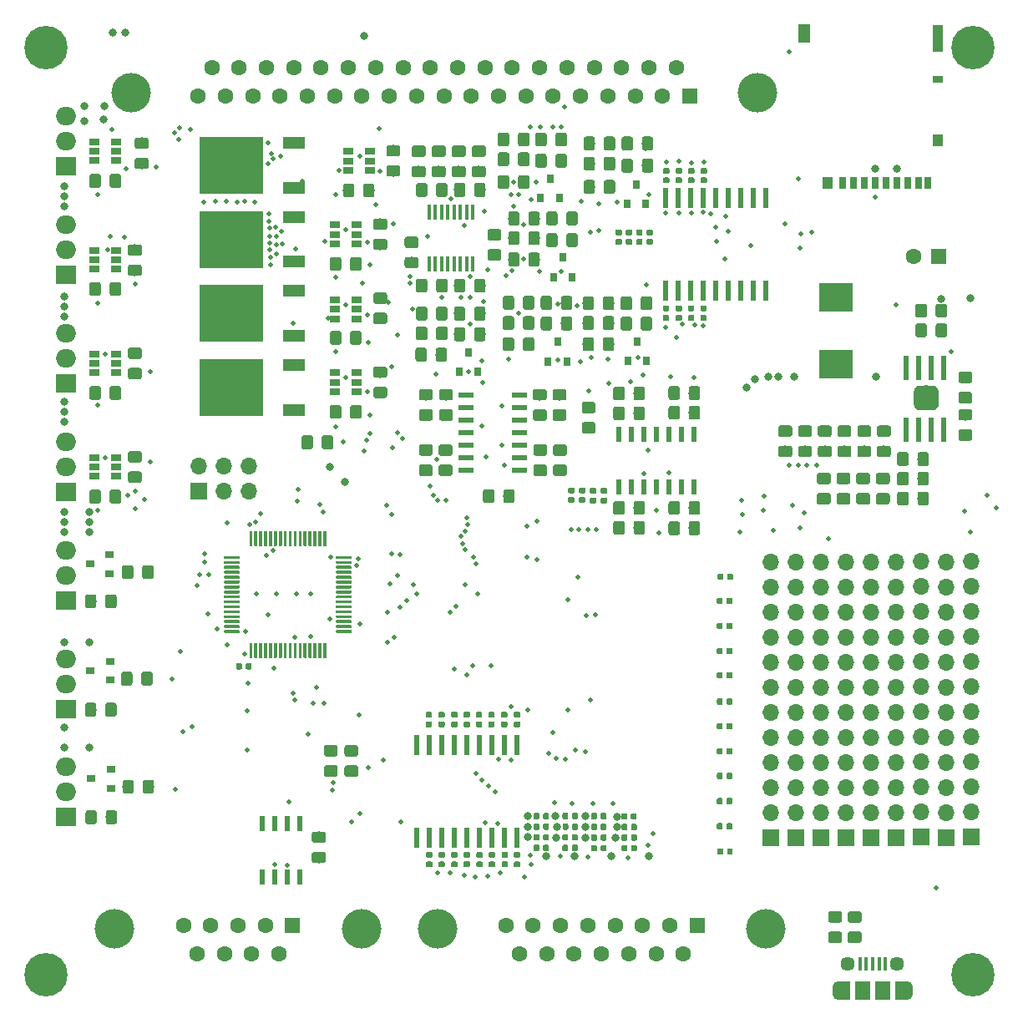
<source format=gbr>
G04 #@! TF.GenerationSoftware,KiCad,Pcbnew,(5.1.0)-1*
G04 #@! TF.CreationDate,2019-05-07T00:45:13+02:00*
G04 #@! TF.ProjectId,Project_RedGlow,50726f6a-6563-4745-9f52-6564476c6f77,rev?*
G04 #@! TF.SameCoordinates,Original*
G04 #@! TF.FileFunction,Soldermask,Top*
G04 #@! TF.FilePolarity,Negative*
%FSLAX46Y46*%
G04 Gerber Fmt 4.6, Leading zero omitted, Abs format (unit mm)*
G04 Created by KiCad (PCBNEW (5.1.0)-1) date 2019-05-07 00:45:13*
%MOMM*%
%LPD*%
G04 APERTURE LIST*
%ADD10R,0.600000X2.000000*%
%ADD11R,0.800000X0.900000*%
%ADD12C,0.100000*%
%ADD13C,1.150000*%
%ADD14R,1.060000X0.650000*%
%ADD15R,1.300000X1.900000*%
%ADD16R,1.000000X2.800000*%
%ADD17R,1.000000X0.800000*%
%ADD18R,1.000000X1.200000*%
%ADD19R,0.700000X1.200000*%
%ADD20C,0.700000*%
%ADD21C,4.400000*%
%ADD22O,2.000000X1.905000*%
%ADD23R,2.000000X1.905000*%
%ADD24C,2.500000*%
%ADD25C,0.550000*%
%ADD26C,0.300000*%
%ADD27R,1.500000X0.600000*%
%ADD28R,0.600000X1.550000*%
%ADD29R,0.600000X1.500000*%
%ADD30R,0.410000X1.600000*%
%ADD31C,0.590000*%
%ADD32R,0.900000X0.800000*%
%ADD33R,6.400000X5.800000*%
%ADD34R,2.200000X1.200000*%
%ADD35R,3.400000X3.000000*%
%ADD36O,1.700000X1.700000*%
%ADD37R,1.700000X1.700000*%
%ADD38C,4.000000*%
%ADD39C,1.600000*%
%ADD40R,1.600000X1.600000*%
%ADD41R,1.200000X1.900000*%
%ADD42O,1.200000X1.900000*%
%ADD43R,1.500000X1.900000*%
%ADD44C,1.450000*%
%ADD45R,0.400000X1.350000*%
%ADD46C,0.500000*%
%ADD47C,0.800000*%
G04 APERTURE END LIST*
D10*
X65760600Y-98045000D03*
X64490600Y-98045000D03*
X63220600Y-98045000D03*
X61950600Y-98045000D03*
X60680600Y-98045000D03*
X59410600Y-98045000D03*
X58140600Y-98045000D03*
X56870600Y-98045000D03*
X55600600Y-98045000D03*
X55600600Y-88645000D03*
X56870600Y-88645000D03*
X58140600Y-88645000D03*
X59410600Y-88645000D03*
X60680600Y-88645000D03*
X61950600Y-88645000D03*
X63220600Y-88645000D03*
X64490600Y-88645000D03*
X65760600Y-88645000D03*
D11*
X60850000Y-48850000D03*
X61800000Y-50850000D03*
X59900000Y-50850000D03*
D12*
G36*
X56374505Y-48401204D02*
G01*
X56398773Y-48404804D01*
X56422572Y-48410765D01*
X56445671Y-48419030D01*
X56467850Y-48429520D01*
X56488893Y-48442132D01*
X56508599Y-48456747D01*
X56526777Y-48473223D01*
X56543253Y-48491401D01*
X56557868Y-48511107D01*
X56570480Y-48532150D01*
X56580970Y-48554329D01*
X56589235Y-48577428D01*
X56595196Y-48601227D01*
X56598796Y-48625495D01*
X56600000Y-48649999D01*
X56600000Y-49550001D01*
X56598796Y-49574505D01*
X56595196Y-49598773D01*
X56589235Y-49622572D01*
X56580970Y-49645671D01*
X56570480Y-49667850D01*
X56557868Y-49688893D01*
X56543253Y-49708599D01*
X56526777Y-49726777D01*
X56508599Y-49743253D01*
X56488893Y-49757868D01*
X56467850Y-49770480D01*
X56445671Y-49780970D01*
X56422572Y-49789235D01*
X56398773Y-49795196D01*
X56374505Y-49798796D01*
X56350001Y-49800000D01*
X55699999Y-49800000D01*
X55675495Y-49798796D01*
X55651227Y-49795196D01*
X55627428Y-49789235D01*
X55604329Y-49780970D01*
X55582150Y-49770480D01*
X55561107Y-49757868D01*
X55541401Y-49743253D01*
X55523223Y-49726777D01*
X55506747Y-49708599D01*
X55492132Y-49688893D01*
X55479520Y-49667850D01*
X55469030Y-49645671D01*
X55460765Y-49622572D01*
X55454804Y-49598773D01*
X55451204Y-49574505D01*
X55450000Y-49550001D01*
X55450000Y-48649999D01*
X55451204Y-48625495D01*
X55454804Y-48601227D01*
X55460765Y-48577428D01*
X55469030Y-48554329D01*
X55479520Y-48532150D01*
X55492132Y-48511107D01*
X55506747Y-48491401D01*
X55523223Y-48473223D01*
X55541401Y-48456747D01*
X55561107Y-48442132D01*
X55582150Y-48429520D01*
X55604329Y-48419030D01*
X55627428Y-48410765D01*
X55651227Y-48404804D01*
X55675495Y-48401204D01*
X55699999Y-48400000D01*
X56350001Y-48400000D01*
X56374505Y-48401204D01*
X56374505Y-48401204D01*
G37*
D13*
X56025000Y-49100000D03*
D12*
G36*
X58424505Y-48401204D02*
G01*
X58448773Y-48404804D01*
X58472572Y-48410765D01*
X58495671Y-48419030D01*
X58517850Y-48429520D01*
X58538893Y-48442132D01*
X58558599Y-48456747D01*
X58576777Y-48473223D01*
X58593253Y-48491401D01*
X58607868Y-48511107D01*
X58620480Y-48532150D01*
X58630970Y-48554329D01*
X58639235Y-48577428D01*
X58645196Y-48601227D01*
X58648796Y-48625495D01*
X58650000Y-48649999D01*
X58650000Y-49550001D01*
X58648796Y-49574505D01*
X58645196Y-49598773D01*
X58639235Y-49622572D01*
X58630970Y-49645671D01*
X58620480Y-49667850D01*
X58607868Y-49688893D01*
X58593253Y-49708599D01*
X58576777Y-49726777D01*
X58558599Y-49743253D01*
X58538893Y-49757868D01*
X58517850Y-49770480D01*
X58495671Y-49780970D01*
X58472572Y-49789235D01*
X58448773Y-49795196D01*
X58424505Y-49798796D01*
X58400001Y-49800000D01*
X57749999Y-49800000D01*
X57725495Y-49798796D01*
X57701227Y-49795196D01*
X57677428Y-49789235D01*
X57654329Y-49780970D01*
X57632150Y-49770480D01*
X57611107Y-49757868D01*
X57591401Y-49743253D01*
X57573223Y-49726777D01*
X57556747Y-49708599D01*
X57542132Y-49688893D01*
X57529520Y-49667850D01*
X57519030Y-49645671D01*
X57510765Y-49622572D01*
X57504804Y-49598773D01*
X57501204Y-49574505D01*
X57500000Y-49550001D01*
X57500000Y-48649999D01*
X57501204Y-48625495D01*
X57504804Y-48601227D01*
X57510765Y-48577428D01*
X57519030Y-48554329D01*
X57529520Y-48532150D01*
X57542132Y-48511107D01*
X57556747Y-48491401D01*
X57573223Y-48473223D01*
X57591401Y-48456747D01*
X57611107Y-48442132D01*
X57632150Y-48429520D01*
X57654329Y-48419030D01*
X57677428Y-48410765D01*
X57701227Y-48404804D01*
X57725495Y-48401204D01*
X57749999Y-48400000D01*
X58400001Y-48400000D01*
X58424505Y-48401204D01*
X58424505Y-48401204D01*
G37*
D13*
X58075000Y-49100000D03*
D12*
G36*
X25374505Y-41744604D02*
G01*
X25398773Y-41748204D01*
X25422572Y-41754165D01*
X25445671Y-41762430D01*
X25467850Y-41772920D01*
X25488893Y-41785532D01*
X25508599Y-41800147D01*
X25526777Y-41816623D01*
X25543253Y-41834801D01*
X25557868Y-41854507D01*
X25570480Y-41875550D01*
X25580970Y-41897729D01*
X25589235Y-41920828D01*
X25595196Y-41944627D01*
X25598796Y-41968895D01*
X25600000Y-41993399D01*
X25600000Y-42893401D01*
X25598796Y-42917905D01*
X25595196Y-42942173D01*
X25589235Y-42965972D01*
X25580970Y-42989071D01*
X25570480Y-43011250D01*
X25557868Y-43032293D01*
X25543253Y-43051999D01*
X25526777Y-43070177D01*
X25508599Y-43086653D01*
X25488893Y-43101268D01*
X25467850Y-43113880D01*
X25445671Y-43124370D01*
X25422572Y-43132635D01*
X25398773Y-43138596D01*
X25374505Y-43142196D01*
X25350001Y-43143400D01*
X24699999Y-43143400D01*
X24675495Y-43142196D01*
X24651227Y-43138596D01*
X24627428Y-43132635D01*
X24604329Y-43124370D01*
X24582150Y-43113880D01*
X24561107Y-43101268D01*
X24541401Y-43086653D01*
X24523223Y-43070177D01*
X24506747Y-43051999D01*
X24492132Y-43032293D01*
X24479520Y-43011250D01*
X24469030Y-42989071D01*
X24460765Y-42965972D01*
X24454804Y-42942173D01*
X24451204Y-42917905D01*
X24450000Y-42893401D01*
X24450000Y-41993399D01*
X24451204Y-41968895D01*
X24454804Y-41944627D01*
X24460765Y-41920828D01*
X24469030Y-41897729D01*
X24479520Y-41875550D01*
X24492132Y-41854507D01*
X24506747Y-41834801D01*
X24523223Y-41816623D01*
X24541401Y-41800147D01*
X24561107Y-41785532D01*
X24582150Y-41772920D01*
X24604329Y-41762430D01*
X24627428Y-41754165D01*
X24651227Y-41748204D01*
X24675495Y-41744604D01*
X24699999Y-41743400D01*
X25350001Y-41743400D01*
X25374505Y-41744604D01*
X25374505Y-41744604D01*
G37*
D13*
X25025000Y-42443400D03*
D12*
G36*
X23324505Y-41744604D02*
G01*
X23348773Y-41748204D01*
X23372572Y-41754165D01*
X23395671Y-41762430D01*
X23417850Y-41772920D01*
X23438893Y-41785532D01*
X23458599Y-41800147D01*
X23476777Y-41816623D01*
X23493253Y-41834801D01*
X23507868Y-41854507D01*
X23520480Y-41875550D01*
X23530970Y-41897729D01*
X23539235Y-41920828D01*
X23545196Y-41944627D01*
X23548796Y-41968895D01*
X23550000Y-41993399D01*
X23550000Y-42893401D01*
X23548796Y-42917905D01*
X23545196Y-42942173D01*
X23539235Y-42965972D01*
X23530970Y-42989071D01*
X23520480Y-43011250D01*
X23507868Y-43032293D01*
X23493253Y-43051999D01*
X23476777Y-43070177D01*
X23458599Y-43086653D01*
X23438893Y-43101268D01*
X23417850Y-43113880D01*
X23395671Y-43124370D01*
X23372572Y-43132635D01*
X23348773Y-43138596D01*
X23324505Y-43142196D01*
X23300001Y-43143400D01*
X22649999Y-43143400D01*
X22625495Y-43142196D01*
X22601227Y-43138596D01*
X22577428Y-43132635D01*
X22554329Y-43124370D01*
X22532150Y-43113880D01*
X22511107Y-43101268D01*
X22491401Y-43086653D01*
X22473223Y-43070177D01*
X22456747Y-43051999D01*
X22442132Y-43032293D01*
X22429520Y-43011250D01*
X22419030Y-42989071D01*
X22410765Y-42965972D01*
X22404804Y-42942173D01*
X22401204Y-42917905D01*
X22400000Y-42893401D01*
X22400000Y-41993399D01*
X22401204Y-41968895D01*
X22404804Y-41944627D01*
X22410765Y-41920828D01*
X22419030Y-41897729D01*
X22429520Y-41875550D01*
X22442132Y-41854507D01*
X22456747Y-41834801D01*
X22473223Y-41816623D01*
X22491401Y-41800147D01*
X22511107Y-41785532D01*
X22532150Y-41772920D01*
X22554329Y-41762430D01*
X22577428Y-41754165D01*
X22601227Y-41748204D01*
X22625495Y-41744604D01*
X22649999Y-41743400D01*
X23300001Y-41743400D01*
X23324505Y-41744604D01*
X23324505Y-41744604D01*
G37*
D13*
X22975000Y-42443400D03*
D14*
X22900000Y-39500000D03*
X22900000Y-40450000D03*
X22900000Y-38550000D03*
X25100000Y-38550000D03*
X25100000Y-39500000D03*
X25100000Y-40450000D03*
D12*
G36*
X44824505Y-57301204D02*
G01*
X44848773Y-57304804D01*
X44872572Y-57310765D01*
X44895671Y-57319030D01*
X44917850Y-57329520D01*
X44938893Y-57342132D01*
X44958599Y-57356747D01*
X44976777Y-57373223D01*
X44993253Y-57391401D01*
X45007868Y-57411107D01*
X45020480Y-57432150D01*
X45030970Y-57454329D01*
X45039235Y-57477428D01*
X45045196Y-57501227D01*
X45048796Y-57525495D01*
X45050000Y-57549999D01*
X45050000Y-58450001D01*
X45048796Y-58474505D01*
X45045196Y-58498773D01*
X45039235Y-58522572D01*
X45030970Y-58545671D01*
X45020480Y-58567850D01*
X45007868Y-58588893D01*
X44993253Y-58608599D01*
X44976777Y-58626777D01*
X44958599Y-58643253D01*
X44938893Y-58657868D01*
X44917850Y-58670480D01*
X44895671Y-58680970D01*
X44872572Y-58689235D01*
X44848773Y-58695196D01*
X44824505Y-58698796D01*
X44800001Y-58700000D01*
X44149999Y-58700000D01*
X44125495Y-58698796D01*
X44101227Y-58695196D01*
X44077428Y-58689235D01*
X44054329Y-58680970D01*
X44032150Y-58670480D01*
X44011107Y-58657868D01*
X43991401Y-58643253D01*
X43973223Y-58626777D01*
X43956747Y-58608599D01*
X43942132Y-58588893D01*
X43929520Y-58567850D01*
X43919030Y-58545671D01*
X43910765Y-58522572D01*
X43904804Y-58498773D01*
X43901204Y-58474505D01*
X43900000Y-58450001D01*
X43900000Y-57549999D01*
X43901204Y-57525495D01*
X43904804Y-57501227D01*
X43910765Y-57477428D01*
X43919030Y-57454329D01*
X43929520Y-57432150D01*
X43942132Y-57411107D01*
X43956747Y-57391401D01*
X43973223Y-57373223D01*
X43991401Y-57356747D01*
X44011107Y-57342132D01*
X44032150Y-57329520D01*
X44054329Y-57319030D01*
X44077428Y-57310765D01*
X44101227Y-57304804D01*
X44125495Y-57301204D01*
X44149999Y-57300000D01*
X44800001Y-57300000D01*
X44824505Y-57301204D01*
X44824505Y-57301204D01*
G37*
D13*
X44475000Y-58000000D03*
D12*
G36*
X46874505Y-57301204D02*
G01*
X46898773Y-57304804D01*
X46922572Y-57310765D01*
X46945671Y-57319030D01*
X46967850Y-57329520D01*
X46988893Y-57342132D01*
X47008599Y-57356747D01*
X47026777Y-57373223D01*
X47043253Y-57391401D01*
X47057868Y-57411107D01*
X47070480Y-57432150D01*
X47080970Y-57454329D01*
X47089235Y-57477428D01*
X47095196Y-57501227D01*
X47098796Y-57525495D01*
X47100000Y-57549999D01*
X47100000Y-58450001D01*
X47098796Y-58474505D01*
X47095196Y-58498773D01*
X47089235Y-58522572D01*
X47080970Y-58545671D01*
X47070480Y-58567850D01*
X47057868Y-58588893D01*
X47043253Y-58608599D01*
X47026777Y-58626777D01*
X47008599Y-58643253D01*
X46988893Y-58657868D01*
X46967850Y-58670480D01*
X46945671Y-58680970D01*
X46922572Y-58689235D01*
X46898773Y-58695196D01*
X46874505Y-58698796D01*
X46850001Y-58700000D01*
X46199999Y-58700000D01*
X46175495Y-58698796D01*
X46151227Y-58695196D01*
X46127428Y-58689235D01*
X46104329Y-58680970D01*
X46082150Y-58670480D01*
X46061107Y-58657868D01*
X46041401Y-58643253D01*
X46023223Y-58626777D01*
X46006747Y-58608599D01*
X45992132Y-58588893D01*
X45979520Y-58567850D01*
X45969030Y-58545671D01*
X45960765Y-58522572D01*
X45954804Y-58498773D01*
X45951204Y-58474505D01*
X45950000Y-58450001D01*
X45950000Y-57549999D01*
X45951204Y-57525495D01*
X45954804Y-57501227D01*
X45960765Y-57477428D01*
X45969030Y-57454329D01*
X45979520Y-57432150D01*
X45992132Y-57411107D01*
X46006747Y-57391401D01*
X46023223Y-57373223D01*
X46041401Y-57356747D01*
X46061107Y-57342132D01*
X46082150Y-57329520D01*
X46104329Y-57319030D01*
X46127428Y-57310765D01*
X46151227Y-57304804D01*
X46175495Y-57301204D01*
X46199999Y-57300000D01*
X46850001Y-57300000D01*
X46874505Y-57301204D01*
X46874505Y-57301204D01*
G37*
D13*
X46525000Y-58000000D03*
D14*
X47277600Y-51909200D03*
X47277600Y-52859200D03*
X47277600Y-50959200D03*
X49477600Y-50959200D03*
X49477600Y-51909200D03*
X49477600Y-52859200D03*
X47277600Y-44515800D03*
X47277600Y-45465800D03*
X47277600Y-43565800D03*
X49477600Y-43565800D03*
X49477600Y-44515800D03*
X49477600Y-45465800D03*
X48598400Y-29460000D03*
X48598400Y-30410000D03*
X48598400Y-28510000D03*
X50798400Y-28510000D03*
X50798400Y-29460000D03*
X50798400Y-30410000D03*
X47277600Y-36909200D03*
X47277600Y-37859200D03*
X47277600Y-35959200D03*
X49477600Y-35959200D03*
X49477600Y-36909200D03*
X49477600Y-37859200D03*
X22900000Y-60500000D03*
X22900000Y-61450000D03*
X22900000Y-59550000D03*
X25100000Y-59550000D03*
X25100000Y-60500000D03*
X25100000Y-61450000D03*
X22900000Y-50000000D03*
X22900000Y-50950000D03*
X22900000Y-49050000D03*
X25100000Y-49050000D03*
X25100000Y-50000000D03*
X25100000Y-50950000D03*
D12*
G36*
X49752105Y-54210404D02*
G01*
X49776373Y-54214004D01*
X49800172Y-54219965D01*
X49823271Y-54228230D01*
X49845450Y-54238720D01*
X49866493Y-54251332D01*
X49886199Y-54265947D01*
X49904377Y-54282423D01*
X49920853Y-54300601D01*
X49935468Y-54320307D01*
X49948080Y-54341350D01*
X49958570Y-54363529D01*
X49966835Y-54386628D01*
X49972796Y-54410427D01*
X49976396Y-54434695D01*
X49977600Y-54459199D01*
X49977600Y-55359201D01*
X49976396Y-55383705D01*
X49972796Y-55407973D01*
X49966835Y-55431772D01*
X49958570Y-55454871D01*
X49948080Y-55477050D01*
X49935468Y-55498093D01*
X49920853Y-55517799D01*
X49904377Y-55535977D01*
X49886199Y-55552453D01*
X49866493Y-55567068D01*
X49845450Y-55579680D01*
X49823271Y-55590170D01*
X49800172Y-55598435D01*
X49776373Y-55604396D01*
X49752105Y-55607996D01*
X49727601Y-55609200D01*
X49077599Y-55609200D01*
X49053095Y-55607996D01*
X49028827Y-55604396D01*
X49005028Y-55598435D01*
X48981929Y-55590170D01*
X48959750Y-55579680D01*
X48938707Y-55567068D01*
X48919001Y-55552453D01*
X48900823Y-55535977D01*
X48884347Y-55517799D01*
X48869732Y-55498093D01*
X48857120Y-55477050D01*
X48846630Y-55454871D01*
X48838365Y-55431772D01*
X48832404Y-55407973D01*
X48828804Y-55383705D01*
X48827600Y-55359201D01*
X48827600Y-54459199D01*
X48828804Y-54434695D01*
X48832404Y-54410427D01*
X48838365Y-54386628D01*
X48846630Y-54363529D01*
X48857120Y-54341350D01*
X48869732Y-54320307D01*
X48884347Y-54300601D01*
X48900823Y-54282423D01*
X48919001Y-54265947D01*
X48938707Y-54251332D01*
X48959750Y-54238720D01*
X48981929Y-54228230D01*
X49005028Y-54219965D01*
X49028827Y-54214004D01*
X49053095Y-54210404D01*
X49077599Y-54209200D01*
X49727601Y-54209200D01*
X49752105Y-54210404D01*
X49752105Y-54210404D01*
G37*
D13*
X49402600Y-54909200D03*
D12*
G36*
X47702105Y-54210404D02*
G01*
X47726373Y-54214004D01*
X47750172Y-54219965D01*
X47773271Y-54228230D01*
X47795450Y-54238720D01*
X47816493Y-54251332D01*
X47836199Y-54265947D01*
X47854377Y-54282423D01*
X47870853Y-54300601D01*
X47885468Y-54320307D01*
X47898080Y-54341350D01*
X47908570Y-54363529D01*
X47916835Y-54386628D01*
X47922796Y-54410427D01*
X47926396Y-54434695D01*
X47927600Y-54459199D01*
X47927600Y-55359201D01*
X47926396Y-55383705D01*
X47922796Y-55407973D01*
X47916835Y-55431772D01*
X47908570Y-55454871D01*
X47898080Y-55477050D01*
X47885468Y-55498093D01*
X47870853Y-55517799D01*
X47854377Y-55535977D01*
X47836199Y-55552453D01*
X47816493Y-55567068D01*
X47795450Y-55579680D01*
X47773271Y-55590170D01*
X47750172Y-55598435D01*
X47726373Y-55604396D01*
X47702105Y-55607996D01*
X47677601Y-55609200D01*
X47027599Y-55609200D01*
X47003095Y-55607996D01*
X46978827Y-55604396D01*
X46955028Y-55598435D01*
X46931929Y-55590170D01*
X46909750Y-55579680D01*
X46888707Y-55567068D01*
X46869001Y-55552453D01*
X46850823Y-55535977D01*
X46834347Y-55517799D01*
X46819732Y-55498093D01*
X46807120Y-55477050D01*
X46796630Y-55454871D01*
X46788365Y-55431772D01*
X46782404Y-55407973D01*
X46778804Y-55383705D01*
X46777600Y-55359201D01*
X46777600Y-54459199D01*
X46778804Y-54434695D01*
X46782404Y-54410427D01*
X46788365Y-54386628D01*
X46796630Y-54363529D01*
X46807120Y-54341350D01*
X46819732Y-54320307D01*
X46834347Y-54300601D01*
X46850823Y-54282423D01*
X46869001Y-54265947D01*
X46888707Y-54251332D01*
X46909750Y-54238720D01*
X46931929Y-54228230D01*
X46955028Y-54219965D01*
X46978827Y-54214004D01*
X47003095Y-54210404D01*
X47027599Y-54209200D01*
X47677601Y-54209200D01*
X47702105Y-54210404D01*
X47702105Y-54210404D01*
G37*
D13*
X47352600Y-54909200D03*
D12*
G36*
X49752105Y-46710404D02*
G01*
X49776373Y-46714004D01*
X49800172Y-46719965D01*
X49823271Y-46728230D01*
X49845450Y-46738720D01*
X49866493Y-46751332D01*
X49886199Y-46765947D01*
X49904377Y-46782423D01*
X49920853Y-46800601D01*
X49935468Y-46820307D01*
X49948080Y-46841350D01*
X49958570Y-46863529D01*
X49966835Y-46886628D01*
X49972796Y-46910427D01*
X49976396Y-46934695D01*
X49977600Y-46959199D01*
X49977600Y-47859201D01*
X49976396Y-47883705D01*
X49972796Y-47907973D01*
X49966835Y-47931772D01*
X49958570Y-47954871D01*
X49948080Y-47977050D01*
X49935468Y-47998093D01*
X49920853Y-48017799D01*
X49904377Y-48035977D01*
X49886199Y-48052453D01*
X49866493Y-48067068D01*
X49845450Y-48079680D01*
X49823271Y-48090170D01*
X49800172Y-48098435D01*
X49776373Y-48104396D01*
X49752105Y-48107996D01*
X49727601Y-48109200D01*
X49077599Y-48109200D01*
X49053095Y-48107996D01*
X49028827Y-48104396D01*
X49005028Y-48098435D01*
X48981929Y-48090170D01*
X48959750Y-48079680D01*
X48938707Y-48067068D01*
X48919001Y-48052453D01*
X48900823Y-48035977D01*
X48884347Y-48017799D01*
X48869732Y-47998093D01*
X48857120Y-47977050D01*
X48846630Y-47954871D01*
X48838365Y-47931772D01*
X48832404Y-47907973D01*
X48828804Y-47883705D01*
X48827600Y-47859201D01*
X48827600Y-46959199D01*
X48828804Y-46934695D01*
X48832404Y-46910427D01*
X48838365Y-46886628D01*
X48846630Y-46863529D01*
X48857120Y-46841350D01*
X48869732Y-46820307D01*
X48884347Y-46800601D01*
X48900823Y-46782423D01*
X48919001Y-46765947D01*
X48938707Y-46751332D01*
X48959750Y-46738720D01*
X48981929Y-46728230D01*
X49005028Y-46719965D01*
X49028827Y-46714004D01*
X49053095Y-46710404D01*
X49077599Y-46709200D01*
X49727601Y-46709200D01*
X49752105Y-46710404D01*
X49752105Y-46710404D01*
G37*
D13*
X49402600Y-47409200D03*
D12*
G36*
X47702105Y-46710404D02*
G01*
X47726373Y-46714004D01*
X47750172Y-46719965D01*
X47773271Y-46728230D01*
X47795450Y-46738720D01*
X47816493Y-46751332D01*
X47836199Y-46765947D01*
X47854377Y-46782423D01*
X47870853Y-46800601D01*
X47885468Y-46820307D01*
X47898080Y-46841350D01*
X47908570Y-46863529D01*
X47916835Y-46886628D01*
X47922796Y-46910427D01*
X47926396Y-46934695D01*
X47927600Y-46959199D01*
X47927600Y-47859201D01*
X47926396Y-47883705D01*
X47922796Y-47907973D01*
X47916835Y-47931772D01*
X47908570Y-47954871D01*
X47898080Y-47977050D01*
X47885468Y-47998093D01*
X47870853Y-48017799D01*
X47854377Y-48035977D01*
X47836199Y-48052453D01*
X47816493Y-48067068D01*
X47795450Y-48079680D01*
X47773271Y-48090170D01*
X47750172Y-48098435D01*
X47726373Y-48104396D01*
X47702105Y-48107996D01*
X47677601Y-48109200D01*
X47027599Y-48109200D01*
X47003095Y-48107996D01*
X46978827Y-48104396D01*
X46955028Y-48098435D01*
X46931929Y-48090170D01*
X46909750Y-48079680D01*
X46888707Y-48067068D01*
X46869001Y-48052453D01*
X46850823Y-48035977D01*
X46834347Y-48017799D01*
X46819732Y-47998093D01*
X46807120Y-47977050D01*
X46796630Y-47954871D01*
X46788365Y-47931772D01*
X46782404Y-47907973D01*
X46778804Y-47883705D01*
X46777600Y-47859201D01*
X46777600Y-46959199D01*
X46778804Y-46934695D01*
X46782404Y-46910427D01*
X46788365Y-46886628D01*
X46796630Y-46863529D01*
X46807120Y-46841350D01*
X46819732Y-46820307D01*
X46834347Y-46800601D01*
X46850823Y-46782423D01*
X46869001Y-46765947D01*
X46888707Y-46751332D01*
X46909750Y-46738720D01*
X46931929Y-46728230D01*
X46955028Y-46719965D01*
X46978827Y-46714004D01*
X47003095Y-46710404D01*
X47027599Y-46709200D01*
X47677601Y-46709200D01*
X47702105Y-46710404D01*
X47702105Y-46710404D01*
G37*
D13*
X47352600Y-47409200D03*
D12*
G36*
X51072905Y-31761204D02*
G01*
X51097173Y-31764804D01*
X51120972Y-31770765D01*
X51144071Y-31779030D01*
X51166250Y-31789520D01*
X51187293Y-31802132D01*
X51206999Y-31816747D01*
X51225177Y-31833223D01*
X51241653Y-31851401D01*
X51256268Y-31871107D01*
X51268880Y-31892150D01*
X51279370Y-31914329D01*
X51287635Y-31937428D01*
X51293596Y-31961227D01*
X51297196Y-31985495D01*
X51298400Y-32009999D01*
X51298400Y-32910001D01*
X51297196Y-32934505D01*
X51293596Y-32958773D01*
X51287635Y-32982572D01*
X51279370Y-33005671D01*
X51268880Y-33027850D01*
X51256268Y-33048893D01*
X51241653Y-33068599D01*
X51225177Y-33086777D01*
X51206999Y-33103253D01*
X51187293Y-33117868D01*
X51166250Y-33130480D01*
X51144071Y-33140970D01*
X51120972Y-33149235D01*
X51097173Y-33155196D01*
X51072905Y-33158796D01*
X51048401Y-33160000D01*
X50398399Y-33160000D01*
X50373895Y-33158796D01*
X50349627Y-33155196D01*
X50325828Y-33149235D01*
X50302729Y-33140970D01*
X50280550Y-33130480D01*
X50259507Y-33117868D01*
X50239801Y-33103253D01*
X50221623Y-33086777D01*
X50205147Y-33068599D01*
X50190532Y-33048893D01*
X50177920Y-33027850D01*
X50167430Y-33005671D01*
X50159165Y-32982572D01*
X50153204Y-32958773D01*
X50149604Y-32934505D01*
X50148400Y-32910001D01*
X50148400Y-32009999D01*
X50149604Y-31985495D01*
X50153204Y-31961227D01*
X50159165Y-31937428D01*
X50167430Y-31914329D01*
X50177920Y-31892150D01*
X50190532Y-31871107D01*
X50205147Y-31851401D01*
X50221623Y-31833223D01*
X50239801Y-31816747D01*
X50259507Y-31802132D01*
X50280550Y-31789520D01*
X50302729Y-31779030D01*
X50325828Y-31770765D01*
X50349627Y-31764804D01*
X50373895Y-31761204D01*
X50398399Y-31760000D01*
X51048401Y-31760000D01*
X51072905Y-31761204D01*
X51072905Y-31761204D01*
G37*
D13*
X50723400Y-32460000D03*
D12*
G36*
X49022905Y-31761204D02*
G01*
X49047173Y-31764804D01*
X49070972Y-31770765D01*
X49094071Y-31779030D01*
X49116250Y-31789520D01*
X49137293Y-31802132D01*
X49156999Y-31816747D01*
X49175177Y-31833223D01*
X49191653Y-31851401D01*
X49206268Y-31871107D01*
X49218880Y-31892150D01*
X49229370Y-31914329D01*
X49237635Y-31937428D01*
X49243596Y-31961227D01*
X49247196Y-31985495D01*
X49248400Y-32009999D01*
X49248400Y-32910001D01*
X49247196Y-32934505D01*
X49243596Y-32958773D01*
X49237635Y-32982572D01*
X49229370Y-33005671D01*
X49218880Y-33027850D01*
X49206268Y-33048893D01*
X49191653Y-33068599D01*
X49175177Y-33086777D01*
X49156999Y-33103253D01*
X49137293Y-33117868D01*
X49116250Y-33130480D01*
X49094071Y-33140970D01*
X49070972Y-33149235D01*
X49047173Y-33155196D01*
X49022905Y-33158796D01*
X48998401Y-33160000D01*
X48348399Y-33160000D01*
X48323895Y-33158796D01*
X48299627Y-33155196D01*
X48275828Y-33149235D01*
X48252729Y-33140970D01*
X48230550Y-33130480D01*
X48209507Y-33117868D01*
X48189801Y-33103253D01*
X48171623Y-33086777D01*
X48155147Y-33068599D01*
X48140532Y-33048893D01*
X48127920Y-33027850D01*
X48117430Y-33005671D01*
X48109165Y-32982572D01*
X48103204Y-32958773D01*
X48099604Y-32934505D01*
X48098400Y-32910001D01*
X48098400Y-32009999D01*
X48099604Y-31985495D01*
X48103204Y-31961227D01*
X48109165Y-31937428D01*
X48117430Y-31914329D01*
X48127920Y-31892150D01*
X48140532Y-31871107D01*
X48155147Y-31851401D01*
X48171623Y-31833223D01*
X48189801Y-31816747D01*
X48209507Y-31802132D01*
X48230550Y-31789520D01*
X48252729Y-31779030D01*
X48275828Y-31770765D01*
X48299627Y-31764804D01*
X48323895Y-31761204D01*
X48348399Y-31760000D01*
X48998401Y-31760000D01*
X49022905Y-31761204D01*
X49022905Y-31761204D01*
G37*
D13*
X48673400Y-32460000D03*
D12*
G36*
X49752105Y-39210404D02*
G01*
X49776373Y-39214004D01*
X49800172Y-39219965D01*
X49823271Y-39228230D01*
X49845450Y-39238720D01*
X49866493Y-39251332D01*
X49886199Y-39265947D01*
X49904377Y-39282423D01*
X49920853Y-39300601D01*
X49935468Y-39320307D01*
X49948080Y-39341350D01*
X49958570Y-39363529D01*
X49966835Y-39386628D01*
X49972796Y-39410427D01*
X49976396Y-39434695D01*
X49977600Y-39459199D01*
X49977600Y-40359201D01*
X49976396Y-40383705D01*
X49972796Y-40407973D01*
X49966835Y-40431772D01*
X49958570Y-40454871D01*
X49948080Y-40477050D01*
X49935468Y-40498093D01*
X49920853Y-40517799D01*
X49904377Y-40535977D01*
X49886199Y-40552453D01*
X49866493Y-40567068D01*
X49845450Y-40579680D01*
X49823271Y-40590170D01*
X49800172Y-40598435D01*
X49776373Y-40604396D01*
X49752105Y-40607996D01*
X49727601Y-40609200D01*
X49077599Y-40609200D01*
X49053095Y-40607996D01*
X49028827Y-40604396D01*
X49005028Y-40598435D01*
X48981929Y-40590170D01*
X48959750Y-40579680D01*
X48938707Y-40567068D01*
X48919001Y-40552453D01*
X48900823Y-40535977D01*
X48884347Y-40517799D01*
X48869732Y-40498093D01*
X48857120Y-40477050D01*
X48846630Y-40454871D01*
X48838365Y-40431772D01*
X48832404Y-40407973D01*
X48828804Y-40383705D01*
X48827600Y-40359201D01*
X48827600Y-39459199D01*
X48828804Y-39434695D01*
X48832404Y-39410427D01*
X48838365Y-39386628D01*
X48846630Y-39363529D01*
X48857120Y-39341350D01*
X48869732Y-39320307D01*
X48884347Y-39300601D01*
X48900823Y-39282423D01*
X48919001Y-39265947D01*
X48938707Y-39251332D01*
X48959750Y-39238720D01*
X48981929Y-39228230D01*
X49005028Y-39219965D01*
X49028827Y-39214004D01*
X49053095Y-39210404D01*
X49077599Y-39209200D01*
X49727601Y-39209200D01*
X49752105Y-39210404D01*
X49752105Y-39210404D01*
G37*
D13*
X49402600Y-39909200D03*
D12*
G36*
X47702105Y-39210404D02*
G01*
X47726373Y-39214004D01*
X47750172Y-39219965D01*
X47773271Y-39228230D01*
X47795450Y-39238720D01*
X47816493Y-39251332D01*
X47836199Y-39265947D01*
X47854377Y-39282423D01*
X47870853Y-39300601D01*
X47885468Y-39320307D01*
X47898080Y-39341350D01*
X47908570Y-39363529D01*
X47916835Y-39386628D01*
X47922796Y-39410427D01*
X47926396Y-39434695D01*
X47927600Y-39459199D01*
X47927600Y-40359201D01*
X47926396Y-40383705D01*
X47922796Y-40407973D01*
X47916835Y-40431772D01*
X47908570Y-40454871D01*
X47898080Y-40477050D01*
X47885468Y-40498093D01*
X47870853Y-40517799D01*
X47854377Y-40535977D01*
X47836199Y-40552453D01*
X47816493Y-40567068D01*
X47795450Y-40579680D01*
X47773271Y-40590170D01*
X47750172Y-40598435D01*
X47726373Y-40604396D01*
X47702105Y-40607996D01*
X47677601Y-40609200D01*
X47027599Y-40609200D01*
X47003095Y-40607996D01*
X46978827Y-40604396D01*
X46955028Y-40598435D01*
X46931929Y-40590170D01*
X46909750Y-40579680D01*
X46888707Y-40567068D01*
X46869001Y-40552453D01*
X46850823Y-40535977D01*
X46834347Y-40517799D01*
X46819732Y-40498093D01*
X46807120Y-40477050D01*
X46796630Y-40454871D01*
X46788365Y-40431772D01*
X46782404Y-40407973D01*
X46778804Y-40383705D01*
X46777600Y-40359201D01*
X46777600Y-39459199D01*
X46778804Y-39434695D01*
X46782404Y-39410427D01*
X46788365Y-39386628D01*
X46796630Y-39363529D01*
X46807120Y-39341350D01*
X46819732Y-39320307D01*
X46834347Y-39300601D01*
X46850823Y-39282423D01*
X46869001Y-39265947D01*
X46888707Y-39251332D01*
X46909750Y-39238720D01*
X46931929Y-39228230D01*
X46955028Y-39219965D01*
X46978827Y-39214004D01*
X47003095Y-39210404D01*
X47027599Y-39209200D01*
X47677601Y-39209200D01*
X47702105Y-39210404D01*
X47702105Y-39210404D01*
G37*
D13*
X47352600Y-39909200D03*
D12*
G36*
X25374505Y-62801204D02*
G01*
X25398773Y-62804804D01*
X25422572Y-62810765D01*
X25445671Y-62819030D01*
X25467850Y-62829520D01*
X25488893Y-62842132D01*
X25508599Y-62856747D01*
X25526777Y-62873223D01*
X25543253Y-62891401D01*
X25557868Y-62911107D01*
X25570480Y-62932150D01*
X25580970Y-62954329D01*
X25589235Y-62977428D01*
X25595196Y-63001227D01*
X25598796Y-63025495D01*
X25600000Y-63049999D01*
X25600000Y-63950001D01*
X25598796Y-63974505D01*
X25595196Y-63998773D01*
X25589235Y-64022572D01*
X25580970Y-64045671D01*
X25570480Y-64067850D01*
X25557868Y-64088893D01*
X25543253Y-64108599D01*
X25526777Y-64126777D01*
X25508599Y-64143253D01*
X25488893Y-64157868D01*
X25467850Y-64170480D01*
X25445671Y-64180970D01*
X25422572Y-64189235D01*
X25398773Y-64195196D01*
X25374505Y-64198796D01*
X25350001Y-64200000D01*
X24699999Y-64200000D01*
X24675495Y-64198796D01*
X24651227Y-64195196D01*
X24627428Y-64189235D01*
X24604329Y-64180970D01*
X24582150Y-64170480D01*
X24561107Y-64157868D01*
X24541401Y-64143253D01*
X24523223Y-64126777D01*
X24506747Y-64108599D01*
X24492132Y-64088893D01*
X24479520Y-64067850D01*
X24469030Y-64045671D01*
X24460765Y-64022572D01*
X24454804Y-63998773D01*
X24451204Y-63974505D01*
X24450000Y-63950001D01*
X24450000Y-63049999D01*
X24451204Y-63025495D01*
X24454804Y-63001227D01*
X24460765Y-62977428D01*
X24469030Y-62954329D01*
X24479520Y-62932150D01*
X24492132Y-62911107D01*
X24506747Y-62891401D01*
X24523223Y-62873223D01*
X24541401Y-62856747D01*
X24561107Y-62842132D01*
X24582150Y-62829520D01*
X24604329Y-62819030D01*
X24627428Y-62810765D01*
X24651227Y-62804804D01*
X24675495Y-62801204D01*
X24699999Y-62800000D01*
X25350001Y-62800000D01*
X25374505Y-62801204D01*
X25374505Y-62801204D01*
G37*
D13*
X25025000Y-63500000D03*
D12*
G36*
X23324505Y-62801204D02*
G01*
X23348773Y-62804804D01*
X23372572Y-62810765D01*
X23395671Y-62819030D01*
X23417850Y-62829520D01*
X23438893Y-62842132D01*
X23458599Y-62856747D01*
X23476777Y-62873223D01*
X23493253Y-62891401D01*
X23507868Y-62911107D01*
X23520480Y-62932150D01*
X23530970Y-62954329D01*
X23539235Y-62977428D01*
X23545196Y-63001227D01*
X23548796Y-63025495D01*
X23550000Y-63049999D01*
X23550000Y-63950001D01*
X23548796Y-63974505D01*
X23545196Y-63998773D01*
X23539235Y-64022572D01*
X23530970Y-64045671D01*
X23520480Y-64067850D01*
X23507868Y-64088893D01*
X23493253Y-64108599D01*
X23476777Y-64126777D01*
X23458599Y-64143253D01*
X23438893Y-64157868D01*
X23417850Y-64170480D01*
X23395671Y-64180970D01*
X23372572Y-64189235D01*
X23348773Y-64195196D01*
X23324505Y-64198796D01*
X23300001Y-64200000D01*
X22649999Y-64200000D01*
X22625495Y-64198796D01*
X22601227Y-64195196D01*
X22577428Y-64189235D01*
X22554329Y-64180970D01*
X22532150Y-64170480D01*
X22511107Y-64157868D01*
X22491401Y-64143253D01*
X22473223Y-64126777D01*
X22456747Y-64108599D01*
X22442132Y-64088893D01*
X22429520Y-64067850D01*
X22419030Y-64045671D01*
X22410765Y-64022572D01*
X22404804Y-63998773D01*
X22401204Y-63974505D01*
X22400000Y-63950001D01*
X22400000Y-63049999D01*
X22401204Y-63025495D01*
X22404804Y-63001227D01*
X22410765Y-62977428D01*
X22419030Y-62954329D01*
X22429520Y-62932150D01*
X22442132Y-62911107D01*
X22456747Y-62891401D01*
X22473223Y-62873223D01*
X22491401Y-62856747D01*
X22511107Y-62842132D01*
X22532150Y-62829520D01*
X22554329Y-62819030D01*
X22577428Y-62810765D01*
X22601227Y-62804804D01*
X22625495Y-62801204D01*
X22649999Y-62800000D01*
X23300001Y-62800000D01*
X23324505Y-62801204D01*
X23324505Y-62801204D01*
G37*
D13*
X22975000Y-63500000D03*
D12*
G36*
X25374505Y-52301204D02*
G01*
X25398773Y-52304804D01*
X25422572Y-52310765D01*
X25445671Y-52319030D01*
X25467850Y-52329520D01*
X25488893Y-52342132D01*
X25508599Y-52356747D01*
X25526777Y-52373223D01*
X25543253Y-52391401D01*
X25557868Y-52411107D01*
X25570480Y-52432150D01*
X25580970Y-52454329D01*
X25589235Y-52477428D01*
X25595196Y-52501227D01*
X25598796Y-52525495D01*
X25600000Y-52549999D01*
X25600000Y-53450001D01*
X25598796Y-53474505D01*
X25595196Y-53498773D01*
X25589235Y-53522572D01*
X25580970Y-53545671D01*
X25570480Y-53567850D01*
X25557868Y-53588893D01*
X25543253Y-53608599D01*
X25526777Y-53626777D01*
X25508599Y-53643253D01*
X25488893Y-53657868D01*
X25467850Y-53670480D01*
X25445671Y-53680970D01*
X25422572Y-53689235D01*
X25398773Y-53695196D01*
X25374505Y-53698796D01*
X25350001Y-53700000D01*
X24699999Y-53700000D01*
X24675495Y-53698796D01*
X24651227Y-53695196D01*
X24627428Y-53689235D01*
X24604329Y-53680970D01*
X24582150Y-53670480D01*
X24561107Y-53657868D01*
X24541401Y-53643253D01*
X24523223Y-53626777D01*
X24506747Y-53608599D01*
X24492132Y-53588893D01*
X24479520Y-53567850D01*
X24469030Y-53545671D01*
X24460765Y-53522572D01*
X24454804Y-53498773D01*
X24451204Y-53474505D01*
X24450000Y-53450001D01*
X24450000Y-52549999D01*
X24451204Y-52525495D01*
X24454804Y-52501227D01*
X24460765Y-52477428D01*
X24469030Y-52454329D01*
X24479520Y-52432150D01*
X24492132Y-52411107D01*
X24506747Y-52391401D01*
X24523223Y-52373223D01*
X24541401Y-52356747D01*
X24561107Y-52342132D01*
X24582150Y-52329520D01*
X24604329Y-52319030D01*
X24627428Y-52310765D01*
X24651227Y-52304804D01*
X24675495Y-52301204D01*
X24699999Y-52300000D01*
X25350001Y-52300000D01*
X25374505Y-52301204D01*
X25374505Y-52301204D01*
G37*
D13*
X25025000Y-53000000D03*
D12*
G36*
X23324505Y-52301204D02*
G01*
X23348773Y-52304804D01*
X23372572Y-52310765D01*
X23395671Y-52319030D01*
X23417850Y-52329520D01*
X23438893Y-52342132D01*
X23458599Y-52356747D01*
X23476777Y-52373223D01*
X23493253Y-52391401D01*
X23507868Y-52411107D01*
X23520480Y-52432150D01*
X23530970Y-52454329D01*
X23539235Y-52477428D01*
X23545196Y-52501227D01*
X23548796Y-52525495D01*
X23550000Y-52549999D01*
X23550000Y-53450001D01*
X23548796Y-53474505D01*
X23545196Y-53498773D01*
X23539235Y-53522572D01*
X23530970Y-53545671D01*
X23520480Y-53567850D01*
X23507868Y-53588893D01*
X23493253Y-53608599D01*
X23476777Y-53626777D01*
X23458599Y-53643253D01*
X23438893Y-53657868D01*
X23417850Y-53670480D01*
X23395671Y-53680970D01*
X23372572Y-53689235D01*
X23348773Y-53695196D01*
X23324505Y-53698796D01*
X23300001Y-53700000D01*
X22649999Y-53700000D01*
X22625495Y-53698796D01*
X22601227Y-53695196D01*
X22577428Y-53689235D01*
X22554329Y-53680970D01*
X22532150Y-53670480D01*
X22511107Y-53657868D01*
X22491401Y-53643253D01*
X22473223Y-53626777D01*
X22456747Y-53608599D01*
X22442132Y-53588893D01*
X22429520Y-53567850D01*
X22419030Y-53545671D01*
X22410765Y-53522572D01*
X22404804Y-53498773D01*
X22401204Y-53474505D01*
X22400000Y-53450001D01*
X22400000Y-52549999D01*
X22401204Y-52525495D01*
X22404804Y-52501227D01*
X22410765Y-52477428D01*
X22419030Y-52454329D01*
X22429520Y-52432150D01*
X22442132Y-52411107D01*
X22456747Y-52391401D01*
X22473223Y-52373223D01*
X22491401Y-52356747D01*
X22511107Y-52342132D01*
X22532150Y-52329520D01*
X22554329Y-52319030D01*
X22577428Y-52310765D01*
X22601227Y-52304804D01*
X22625495Y-52301204D01*
X22649999Y-52300000D01*
X23300001Y-52300000D01*
X23324505Y-52301204D01*
X23324505Y-52301204D01*
G37*
D13*
X22975000Y-53000000D03*
D15*
X94874200Y-16577200D03*
D16*
X108374200Y-17027200D03*
D17*
X108374200Y-21177200D03*
D18*
X108374200Y-27377200D03*
X97224200Y-31677200D03*
D19*
X105374200Y-31677200D03*
X104274200Y-31677200D03*
X103174200Y-31677200D03*
X102074200Y-31677200D03*
X100974200Y-31677200D03*
X99874200Y-31677200D03*
X98774200Y-31677200D03*
X106474200Y-31677200D03*
X107424200Y-31677200D03*
D20*
X113166726Y-110833274D03*
X112000000Y-110350000D03*
X110833274Y-110833274D03*
X110350000Y-112000000D03*
X110833274Y-113166726D03*
X112000000Y-113650000D03*
X113166726Y-113166726D03*
X113650000Y-112000000D03*
D21*
X112000000Y-112000000D03*
D20*
X19166726Y-110833274D03*
X18000000Y-110350000D03*
X16833274Y-110833274D03*
X16350000Y-112000000D03*
X16833274Y-113166726D03*
X18000000Y-113650000D03*
X19166726Y-113166726D03*
X19650000Y-112000000D03*
D21*
X18000000Y-112000000D03*
D20*
X113166726Y-16833274D03*
X112000000Y-16350000D03*
X110833274Y-16833274D03*
X110350000Y-18000000D03*
X110833274Y-19166726D03*
X112000000Y-19650000D03*
X113166726Y-19166726D03*
X113650000Y-18000000D03*
D21*
X112000000Y-18000000D03*
D20*
X19166726Y-16833274D03*
X18000000Y-16350000D03*
X16833274Y-16833274D03*
X16350000Y-18000000D03*
X16833274Y-19166726D03*
X18000000Y-19650000D03*
X19166726Y-19166726D03*
X19650000Y-18000000D03*
D21*
X18000000Y-18000000D03*
D22*
X20000000Y-57920000D03*
X20000000Y-60460000D03*
D23*
X20000000Y-63000000D03*
D22*
X20000000Y-46920000D03*
X20000000Y-49460000D03*
D23*
X20000000Y-52000000D03*
D22*
X20000000Y-35920000D03*
X20000000Y-38460000D03*
D23*
X20000000Y-41000000D03*
D22*
X20000000Y-24920000D03*
X20000000Y-27460000D03*
D23*
X20000000Y-30000000D03*
D12*
G36*
X107928861Y-52240410D02*
G01*
X107989531Y-52249409D01*
X108049028Y-52264312D01*
X108106777Y-52284975D01*
X108162223Y-52311199D01*
X108214831Y-52342731D01*
X108264096Y-52379268D01*
X108309542Y-52420458D01*
X108350732Y-52465904D01*
X108387269Y-52515169D01*
X108418801Y-52567777D01*
X108445025Y-52623223D01*
X108465688Y-52680972D01*
X108480591Y-52740469D01*
X108489590Y-52801139D01*
X108492600Y-52862400D01*
X108492600Y-54112400D01*
X108489590Y-54173661D01*
X108480591Y-54234331D01*
X108465688Y-54293828D01*
X108445025Y-54351577D01*
X108418801Y-54407023D01*
X108387269Y-54459631D01*
X108350732Y-54508896D01*
X108309542Y-54554342D01*
X108264096Y-54595532D01*
X108214831Y-54632069D01*
X108162223Y-54663601D01*
X108106777Y-54689825D01*
X108049028Y-54710488D01*
X107989531Y-54725391D01*
X107928861Y-54734390D01*
X107867600Y-54737400D01*
X106617600Y-54737400D01*
X106556339Y-54734390D01*
X106495669Y-54725391D01*
X106436172Y-54710488D01*
X106378423Y-54689825D01*
X106322977Y-54663601D01*
X106270369Y-54632069D01*
X106221104Y-54595532D01*
X106175658Y-54554342D01*
X106134468Y-54508896D01*
X106097931Y-54459631D01*
X106066399Y-54407023D01*
X106040175Y-54351577D01*
X106019512Y-54293828D01*
X106004609Y-54234331D01*
X105995610Y-54173661D01*
X105992600Y-54112400D01*
X105992600Y-52862400D01*
X105995610Y-52801139D01*
X106004609Y-52740469D01*
X106019512Y-52680972D01*
X106040175Y-52623223D01*
X106066399Y-52567777D01*
X106097931Y-52515169D01*
X106134468Y-52465904D01*
X106175658Y-52420458D01*
X106221104Y-52379268D01*
X106270369Y-52342731D01*
X106322977Y-52311199D01*
X106378423Y-52284975D01*
X106436172Y-52264312D01*
X106495669Y-52249409D01*
X106556339Y-52240410D01*
X106617600Y-52237400D01*
X107867600Y-52237400D01*
X107928861Y-52240410D01*
X107928861Y-52240410D01*
G37*
D24*
X107242600Y-53487400D03*
D12*
G36*
X105361577Y-55489262D02*
G01*
X105374925Y-55491242D01*
X105388014Y-55494521D01*
X105400719Y-55499067D01*
X105412917Y-55504836D01*
X105424491Y-55511773D01*
X105435329Y-55519811D01*
X105445327Y-55528873D01*
X105454389Y-55538871D01*
X105462427Y-55549709D01*
X105469364Y-55561283D01*
X105475133Y-55573481D01*
X105479679Y-55586186D01*
X105482958Y-55599275D01*
X105484938Y-55612623D01*
X105485600Y-55626100D01*
X105485600Y-57851100D01*
X105484938Y-57864577D01*
X105482958Y-57877925D01*
X105479679Y-57891014D01*
X105475133Y-57903719D01*
X105469364Y-57915917D01*
X105462427Y-57927491D01*
X105454389Y-57938329D01*
X105445327Y-57948327D01*
X105435329Y-57957389D01*
X105424491Y-57965427D01*
X105412917Y-57972364D01*
X105400719Y-57978133D01*
X105388014Y-57982679D01*
X105374925Y-57985958D01*
X105361577Y-57987938D01*
X105348100Y-57988600D01*
X105073100Y-57988600D01*
X105059623Y-57987938D01*
X105046275Y-57985958D01*
X105033186Y-57982679D01*
X105020481Y-57978133D01*
X105008283Y-57972364D01*
X104996709Y-57965427D01*
X104985871Y-57957389D01*
X104975873Y-57948327D01*
X104966811Y-57938329D01*
X104958773Y-57927491D01*
X104951836Y-57915917D01*
X104946067Y-57903719D01*
X104941521Y-57891014D01*
X104938242Y-57877925D01*
X104936262Y-57864577D01*
X104935600Y-57851100D01*
X104935600Y-55626100D01*
X104936262Y-55612623D01*
X104938242Y-55599275D01*
X104941521Y-55586186D01*
X104946067Y-55573481D01*
X104951836Y-55561283D01*
X104958773Y-55549709D01*
X104966811Y-55538871D01*
X104975873Y-55528873D01*
X104985871Y-55519811D01*
X104996709Y-55511773D01*
X105008283Y-55504836D01*
X105020481Y-55499067D01*
X105033186Y-55494521D01*
X105046275Y-55491242D01*
X105059623Y-55489262D01*
X105073100Y-55488600D01*
X105348100Y-55488600D01*
X105361577Y-55489262D01*
X105361577Y-55489262D01*
G37*
D25*
X105210600Y-56738600D03*
D12*
G36*
X106631577Y-55489262D02*
G01*
X106644925Y-55491242D01*
X106658014Y-55494521D01*
X106670719Y-55499067D01*
X106682917Y-55504836D01*
X106694491Y-55511773D01*
X106705329Y-55519811D01*
X106715327Y-55528873D01*
X106724389Y-55538871D01*
X106732427Y-55549709D01*
X106739364Y-55561283D01*
X106745133Y-55573481D01*
X106749679Y-55586186D01*
X106752958Y-55599275D01*
X106754938Y-55612623D01*
X106755600Y-55626100D01*
X106755600Y-57851100D01*
X106754938Y-57864577D01*
X106752958Y-57877925D01*
X106749679Y-57891014D01*
X106745133Y-57903719D01*
X106739364Y-57915917D01*
X106732427Y-57927491D01*
X106724389Y-57938329D01*
X106715327Y-57948327D01*
X106705329Y-57957389D01*
X106694491Y-57965427D01*
X106682917Y-57972364D01*
X106670719Y-57978133D01*
X106658014Y-57982679D01*
X106644925Y-57985958D01*
X106631577Y-57987938D01*
X106618100Y-57988600D01*
X106343100Y-57988600D01*
X106329623Y-57987938D01*
X106316275Y-57985958D01*
X106303186Y-57982679D01*
X106290481Y-57978133D01*
X106278283Y-57972364D01*
X106266709Y-57965427D01*
X106255871Y-57957389D01*
X106245873Y-57948327D01*
X106236811Y-57938329D01*
X106228773Y-57927491D01*
X106221836Y-57915917D01*
X106216067Y-57903719D01*
X106211521Y-57891014D01*
X106208242Y-57877925D01*
X106206262Y-57864577D01*
X106205600Y-57851100D01*
X106205600Y-55626100D01*
X106206262Y-55612623D01*
X106208242Y-55599275D01*
X106211521Y-55586186D01*
X106216067Y-55573481D01*
X106221836Y-55561283D01*
X106228773Y-55549709D01*
X106236811Y-55538871D01*
X106245873Y-55528873D01*
X106255871Y-55519811D01*
X106266709Y-55511773D01*
X106278283Y-55504836D01*
X106290481Y-55499067D01*
X106303186Y-55494521D01*
X106316275Y-55491242D01*
X106329623Y-55489262D01*
X106343100Y-55488600D01*
X106618100Y-55488600D01*
X106631577Y-55489262D01*
X106631577Y-55489262D01*
G37*
D25*
X106480600Y-56738600D03*
D12*
G36*
X107901577Y-55489262D02*
G01*
X107914925Y-55491242D01*
X107928014Y-55494521D01*
X107940719Y-55499067D01*
X107952917Y-55504836D01*
X107964491Y-55511773D01*
X107975329Y-55519811D01*
X107985327Y-55528873D01*
X107994389Y-55538871D01*
X108002427Y-55549709D01*
X108009364Y-55561283D01*
X108015133Y-55573481D01*
X108019679Y-55586186D01*
X108022958Y-55599275D01*
X108024938Y-55612623D01*
X108025600Y-55626100D01*
X108025600Y-57851100D01*
X108024938Y-57864577D01*
X108022958Y-57877925D01*
X108019679Y-57891014D01*
X108015133Y-57903719D01*
X108009364Y-57915917D01*
X108002427Y-57927491D01*
X107994389Y-57938329D01*
X107985327Y-57948327D01*
X107975329Y-57957389D01*
X107964491Y-57965427D01*
X107952917Y-57972364D01*
X107940719Y-57978133D01*
X107928014Y-57982679D01*
X107914925Y-57985958D01*
X107901577Y-57987938D01*
X107888100Y-57988600D01*
X107613100Y-57988600D01*
X107599623Y-57987938D01*
X107586275Y-57985958D01*
X107573186Y-57982679D01*
X107560481Y-57978133D01*
X107548283Y-57972364D01*
X107536709Y-57965427D01*
X107525871Y-57957389D01*
X107515873Y-57948327D01*
X107506811Y-57938329D01*
X107498773Y-57927491D01*
X107491836Y-57915917D01*
X107486067Y-57903719D01*
X107481521Y-57891014D01*
X107478242Y-57877925D01*
X107476262Y-57864577D01*
X107475600Y-57851100D01*
X107475600Y-55626100D01*
X107476262Y-55612623D01*
X107478242Y-55599275D01*
X107481521Y-55586186D01*
X107486067Y-55573481D01*
X107491836Y-55561283D01*
X107498773Y-55549709D01*
X107506811Y-55538871D01*
X107515873Y-55528873D01*
X107525871Y-55519811D01*
X107536709Y-55511773D01*
X107548283Y-55504836D01*
X107560481Y-55499067D01*
X107573186Y-55494521D01*
X107586275Y-55491242D01*
X107599623Y-55489262D01*
X107613100Y-55488600D01*
X107888100Y-55488600D01*
X107901577Y-55489262D01*
X107901577Y-55489262D01*
G37*
D25*
X107750600Y-56738600D03*
D12*
G36*
X109171577Y-55489262D02*
G01*
X109184925Y-55491242D01*
X109198014Y-55494521D01*
X109210719Y-55499067D01*
X109222917Y-55504836D01*
X109234491Y-55511773D01*
X109245329Y-55519811D01*
X109255327Y-55528873D01*
X109264389Y-55538871D01*
X109272427Y-55549709D01*
X109279364Y-55561283D01*
X109285133Y-55573481D01*
X109289679Y-55586186D01*
X109292958Y-55599275D01*
X109294938Y-55612623D01*
X109295600Y-55626100D01*
X109295600Y-57851100D01*
X109294938Y-57864577D01*
X109292958Y-57877925D01*
X109289679Y-57891014D01*
X109285133Y-57903719D01*
X109279364Y-57915917D01*
X109272427Y-57927491D01*
X109264389Y-57938329D01*
X109255327Y-57948327D01*
X109245329Y-57957389D01*
X109234491Y-57965427D01*
X109222917Y-57972364D01*
X109210719Y-57978133D01*
X109198014Y-57982679D01*
X109184925Y-57985958D01*
X109171577Y-57987938D01*
X109158100Y-57988600D01*
X108883100Y-57988600D01*
X108869623Y-57987938D01*
X108856275Y-57985958D01*
X108843186Y-57982679D01*
X108830481Y-57978133D01*
X108818283Y-57972364D01*
X108806709Y-57965427D01*
X108795871Y-57957389D01*
X108785873Y-57948327D01*
X108776811Y-57938329D01*
X108768773Y-57927491D01*
X108761836Y-57915917D01*
X108756067Y-57903719D01*
X108751521Y-57891014D01*
X108748242Y-57877925D01*
X108746262Y-57864577D01*
X108745600Y-57851100D01*
X108745600Y-55626100D01*
X108746262Y-55612623D01*
X108748242Y-55599275D01*
X108751521Y-55586186D01*
X108756067Y-55573481D01*
X108761836Y-55561283D01*
X108768773Y-55549709D01*
X108776811Y-55538871D01*
X108785873Y-55528873D01*
X108795871Y-55519811D01*
X108806709Y-55511773D01*
X108818283Y-55504836D01*
X108830481Y-55499067D01*
X108843186Y-55494521D01*
X108856275Y-55491242D01*
X108869623Y-55489262D01*
X108883100Y-55488600D01*
X109158100Y-55488600D01*
X109171577Y-55489262D01*
X109171577Y-55489262D01*
G37*
D25*
X109020600Y-56738600D03*
D12*
G36*
X105361577Y-49190062D02*
G01*
X105374925Y-49192042D01*
X105388014Y-49195321D01*
X105400719Y-49199867D01*
X105412917Y-49205636D01*
X105424491Y-49212573D01*
X105435329Y-49220611D01*
X105445327Y-49229673D01*
X105454389Y-49239671D01*
X105462427Y-49250509D01*
X105469364Y-49262083D01*
X105475133Y-49274281D01*
X105479679Y-49286986D01*
X105482958Y-49300075D01*
X105484938Y-49313423D01*
X105485600Y-49326900D01*
X105485600Y-51551900D01*
X105484938Y-51565377D01*
X105482958Y-51578725D01*
X105479679Y-51591814D01*
X105475133Y-51604519D01*
X105469364Y-51616717D01*
X105462427Y-51628291D01*
X105454389Y-51639129D01*
X105445327Y-51649127D01*
X105435329Y-51658189D01*
X105424491Y-51666227D01*
X105412917Y-51673164D01*
X105400719Y-51678933D01*
X105388014Y-51683479D01*
X105374925Y-51686758D01*
X105361577Y-51688738D01*
X105348100Y-51689400D01*
X105073100Y-51689400D01*
X105059623Y-51688738D01*
X105046275Y-51686758D01*
X105033186Y-51683479D01*
X105020481Y-51678933D01*
X105008283Y-51673164D01*
X104996709Y-51666227D01*
X104985871Y-51658189D01*
X104975873Y-51649127D01*
X104966811Y-51639129D01*
X104958773Y-51628291D01*
X104951836Y-51616717D01*
X104946067Y-51604519D01*
X104941521Y-51591814D01*
X104938242Y-51578725D01*
X104936262Y-51565377D01*
X104935600Y-51551900D01*
X104935600Y-49326900D01*
X104936262Y-49313423D01*
X104938242Y-49300075D01*
X104941521Y-49286986D01*
X104946067Y-49274281D01*
X104951836Y-49262083D01*
X104958773Y-49250509D01*
X104966811Y-49239671D01*
X104975873Y-49229673D01*
X104985871Y-49220611D01*
X104996709Y-49212573D01*
X105008283Y-49205636D01*
X105020481Y-49199867D01*
X105033186Y-49195321D01*
X105046275Y-49192042D01*
X105059623Y-49190062D01*
X105073100Y-49189400D01*
X105348100Y-49189400D01*
X105361577Y-49190062D01*
X105361577Y-49190062D01*
G37*
D25*
X105210600Y-50439400D03*
D12*
G36*
X106631577Y-49190062D02*
G01*
X106644925Y-49192042D01*
X106658014Y-49195321D01*
X106670719Y-49199867D01*
X106682917Y-49205636D01*
X106694491Y-49212573D01*
X106705329Y-49220611D01*
X106715327Y-49229673D01*
X106724389Y-49239671D01*
X106732427Y-49250509D01*
X106739364Y-49262083D01*
X106745133Y-49274281D01*
X106749679Y-49286986D01*
X106752958Y-49300075D01*
X106754938Y-49313423D01*
X106755600Y-49326900D01*
X106755600Y-51551900D01*
X106754938Y-51565377D01*
X106752958Y-51578725D01*
X106749679Y-51591814D01*
X106745133Y-51604519D01*
X106739364Y-51616717D01*
X106732427Y-51628291D01*
X106724389Y-51639129D01*
X106715327Y-51649127D01*
X106705329Y-51658189D01*
X106694491Y-51666227D01*
X106682917Y-51673164D01*
X106670719Y-51678933D01*
X106658014Y-51683479D01*
X106644925Y-51686758D01*
X106631577Y-51688738D01*
X106618100Y-51689400D01*
X106343100Y-51689400D01*
X106329623Y-51688738D01*
X106316275Y-51686758D01*
X106303186Y-51683479D01*
X106290481Y-51678933D01*
X106278283Y-51673164D01*
X106266709Y-51666227D01*
X106255871Y-51658189D01*
X106245873Y-51649127D01*
X106236811Y-51639129D01*
X106228773Y-51628291D01*
X106221836Y-51616717D01*
X106216067Y-51604519D01*
X106211521Y-51591814D01*
X106208242Y-51578725D01*
X106206262Y-51565377D01*
X106205600Y-51551900D01*
X106205600Y-49326900D01*
X106206262Y-49313423D01*
X106208242Y-49300075D01*
X106211521Y-49286986D01*
X106216067Y-49274281D01*
X106221836Y-49262083D01*
X106228773Y-49250509D01*
X106236811Y-49239671D01*
X106245873Y-49229673D01*
X106255871Y-49220611D01*
X106266709Y-49212573D01*
X106278283Y-49205636D01*
X106290481Y-49199867D01*
X106303186Y-49195321D01*
X106316275Y-49192042D01*
X106329623Y-49190062D01*
X106343100Y-49189400D01*
X106618100Y-49189400D01*
X106631577Y-49190062D01*
X106631577Y-49190062D01*
G37*
D25*
X106480600Y-50439400D03*
D12*
G36*
X107901577Y-49190062D02*
G01*
X107914925Y-49192042D01*
X107928014Y-49195321D01*
X107940719Y-49199867D01*
X107952917Y-49205636D01*
X107964491Y-49212573D01*
X107975329Y-49220611D01*
X107985327Y-49229673D01*
X107994389Y-49239671D01*
X108002427Y-49250509D01*
X108009364Y-49262083D01*
X108015133Y-49274281D01*
X108019679Y-49286986D01*
X108022958Y-49300075D01*
X108024938Y-49313423D01*
X108025600Y-49326900D01*
X108025600Y-51551900D01*
X108024938Y-51565377D01*
X108022958Y-51578725D01*
X108019679Y-51591814D01*
X108015133Y-51604519D01*
X108009364Y-51616717D01*
X108002427Y-51628291D01*
X107994389Y-51639129D01*
X107985327Y-51649127D01*
X107975329Y-51658189D01*
X107964491Y-51666227D01*
X107952917Y-51673164D01*
X107940719Y-51678933D01*
X107928014Y-51683479D01*
X107914925Y-51686758D01*
X107901577Y-51688738D01*
X107888100Y-51689400D01*
X107613100Y-51689400D01*
X107599623Y-51688738D01*
X107586275Y-51686758D01*
X107573186Y-51683479D01*
X107560481Y-51678933D01*
X107548283Y-51673164D01*
X107536709Y-51666227D01*
X107525871Y-51658189D01*
X107515873Y-51649127D01*
X107506811Y-51639129D01*
X107498773Y-51628291D01*
X107491836Y-51616717D01*
X107486067Y-51604519D01*
X107481521Y-51591814D01*
X107478242Y-51578725D01*
X107476262Y-51565377D01*
X107475600Y-51551900D01*
X107475600Y-49326900D01*
X107476262Y-49313423D01*
X107478242Y-49300075D01*
X107481521Y-49286986D01*
X107486067Y-49274281D01*
X107491836Y-49262083D01*
X107498773Y-49250509D01*
X107506811Y-49239671D01*
X107515873Y-49229673D01*
X107525871Y-49220611D01*
X107536709Y-49212573D01*
X107548283Y-49205636D01*
X107560481Y-49199867D01*
X107573186Y-49195321D01*
X107586275Y-49192042D01*
X107599623Y-49190062D01*
X107613100Y-49189400D01*
X107888100Y-49189400D01*
X107901577Y-49190062D01*
X107901577Y-49190062D01*
G37*
D25*
X107750600Y-50439400D03*
D12*
G36*
X109171577Y-49190062D02*
G01*
X109184925Y-49192042D01*
X109198014Y-49195321D01*
X109210719Y-49199867D01*
X109222917Y-49205636D01*
X109234491Y-49212573D01*
X109245329Y-49220611D01*
X109255327Y-49229673D01*
X109264389Y-49239671D01*
X109272427Y-49250509D01*
X109279364Y-49262083D01*
X109285133Y-49274281D01*
X109289679Y-49286986D01*
X109292958Y-49300075D01*
X109294938Y-49313423D01*
X109295600Y-49326900D01*
X109295600Y-51551900D01*
X109294938Y-51565377D01*
X109292958Y-51578725D01*
X109289679Y-51591814D01*
X109285133Y-51604519D01*
X109279364Y-51616717D01*
X109272427Y-51628291D01*
X109264389Y-51639129D01*
X109255327Y-51649127D01*
X109245329Y-51658189D01*
X109234491Y-51666227D01*
X109222917Y-51673164D01*
X109210719Y-51678933D01*
X109198014Y-51683479D01*
X109184925Y-51686758D01*
X109171577Y-51688738D01*
X109158100Y-51689400D01*
X108883100Y-51689400D01*
X108869623Y-51688738D01*
X108856275Y-51686758D01*
X108843186Y-51683479D01*
X108830481Y-51678933D01*
X108818283Y-51673164D01*
X108806709Y-51666227D01*
X108795871Y-51658189D01*
X108785873Y-51649127D01*
X108776811Y-51639129D01*
X108768773Y-51628291D01*
X108761836Y-51616717D01*
X108756067Y-51604519D01*
X108751521Y-51591814D01*
X108748242Y-51578725D01*
X108746262Y-51565377D01*
X108745600Y-51551900D01*
X108745600Y-49326900D01*
X108746262Y-49313423D01*
X108748242Y-49300075D01*
X108751521Y-49286986D01*
X108756067Y-49274281D01*
X108761836Y-49262083D01*
X108768773Y-49250509D01*
X108776811Y-49239671D01*
X108785873Y-49229673D01*
X108795871Y-49220611D01*
X108806709Y-49212573D01*
X108818283Y-49205636D01*
X108830481Y-49199867D01*
X108843186Y-49195321D01*
X108856275Y-49192042D01*
X108869623Y-49190062D01*
X108883100Y-49189400D01*
X109158100Y-49189400D01*
X109171577Y-49190062D01*
X109171577Y-49190062D01*
G37*
D25*
X109020600Y-50439400D03*
D12*
G36*
X37537251Y-77015861D02*
G01*
X37544532Y-77016941D01*
X37551671Y-77018729D01*
X37558601Y-77021209D01*
X37565255Y-77024356D01*
X37571568Y-77028140D01*
X37577479Y-77032524D01*
X37582933Y-77037467D01*
X37587876Y-77042921D01*
X37592260Y-77048832D01*
X37596044Y-77055145D01*
X37599191Y-77061799D01*
X37601671Y-77068729D01*
X37603459Y-77075868D01*
X37604539Y-77083149D01*
X37604900Y-77090500D01*
X37604900Y-77240500D01*
X37604539Y-77247851D01*
X37603459Y-77255132D01*
X37601671Y-77262271D01*
X37599191Y-77269201D01*
X37596044Y-77275855D01*
X37592260Y-77282168D01*
X37587876Y-77288079D01*
X37582933Y-77293533D01*
X37577479Y-77298476D01*
X37571568Y-77302860D01*
X37565255Y-77306644D01*
X37558601Y-77309791D01*
X37551671Y-77312271D01*
X37544532Y-77314059D01*
X37537251Y-77315139D01*
X37529900Y-77315500D01*
X36129900Y-77315500D01*
X36122549Y-77315139D01*
X36115268Y-77314059D01*
X36108129Y-77312271D01*
X36101199Y-77309791D01*
X36094545Y-77306644D01*
X36088232Y-77302860D01*
X36082321Y-77298476D01*
X36076867Y-77293533D01*
X36071924Y-77288079D01*
X36067540Y-77282168D01*
X36063756Y-77275855D01*
X36060609Y-77269201D01*
X36058129Y-77262271D01*
X36056341Y-77255132D01*
X36055261Y-77247851D01*
X36054900Y-77240500D01*
X36054900Y-77090500D01*
X36055261Y-77083149D01*
X36056341Y-77075868D01*
X36058129Y-77068729D01*
X36060609Y-77061799D01*
X36063756Y-77055145D01*
X36067540Y-77048832D01*
X36071924Y-77042921D01*
X36076867Y-77037467D01*
X36082321Y-77032524D01*
X36088232Y-77028140D01*
X36094545Y-77024356D01*
X36101199Y-77021209D01*
X36108129Y-77018729D01*
X36115268Y-77016941D01*
X36122549Y-77015861D01*
X36129900Y-77015500D01*
X37529900Y-77015500D01*
X37537251Y-77015861D01*
X37537251Y-77015861D01*
G37*
D26*
X36829900Y-77165500D03*
D12*
G36*
X37537251Y-76515861D02*
G01*
X37544532Y-76516941D01*
X37551671Y-76518729D01*
X37558601Y-76521209D01*
X37565255Y-76524356D01*
X37571568Y-76528140D01*
X37577479Y-76532524D01*
X37582933Y-76537467D01*
X37587876Y-76542921D01*
X37592260Y-76548832D01*
X37596044Y-76555145D01*
X37599191Y-76561799D01*
X37601671Y-76568729D01*
X37603459Y-76575868D01*
X37604539Y-76583149D01*
X37604900Y-76590500D01*
X37604900Y-76740500D01*
X37604539Y-76747851D01*
X37603459Y-76755132D01*
X37601671Y-76762271D01*
X37599191Y-76769201D01*
X37596044Y-76775855D01*
X37592260Y-76782168D01*
X37587876Y-76788079D01*
X37582933Y-76793533D01*
X37577479Y-76798476D01*
X37571568Y-76802860D01*
X37565255Y-76806644D01*
X37558601Y-76809791D01*
X37551671Y-76812271D01*
X37544532Y-76814059D01*
X37537251Y-76815139D01*
X37529900Y-76815500D01*
X36129900Y-76815500D01*
X36122549Y-76815139D01*
X36115268Y-76814059D01*
X36108129Y-76812271D01*
X36101199Y-76809791D01*
X36094545Y-76806644D01*
X36088232Y-76802860D01*
X36082321Y-76798476D01*
X36076867Y-76793533D01*
X36071924Y-76788079D01*
X36067540Y-76782168D01*
X36063756Y-76775855D01*
X36060609Y-76769201D01*
X36058129Y-76762271D01*
X36056341Y-76755132D01*
X36055261Y-76747851D01*
X36054900Y-76740500D01*
X36054900Y-76590500D01*
X36055261Y-76583149D01*
X36056341Y-76575868D01*
X36058129Y-76568729D01*
X36060609Y-76561799D01*
X36063756Y-76555145D01*
X36067540Y-76548832D01*
X36071924Y-76542921D01*
X36076867Y-76537467D01*
X36082321Y-76532524D01*
X36088232Y-76528140D01*
X36094545Y-76524356D01*
X36101199Y-76521209D01*
X36108129Y-76518729D01*
X36115268Y-76516941D01*
X36122549Y-76515861D01*
X36129900Y-76515500D01*
X37529900Y-76515500D01*
X37537251Y-76515861D01*
X37537251Y-76515861D01*
G37*
D26*
X36829900Y-76665500D03*
D12*
G36*
X37537251Y-76015861D02*
G01*
X37544532Y-76016941D01*
X37551671Y-76018729D01*
X37558601Y-76021209D01*
X37565255Y-76024356D01*
X37571568Y-76028140D01*
X37577479Y-76032524D01*
X37582933Y-76037467D01*
X37587876Y-76042921D01*
X37592260Y-76048832D01*
X37596044Y-76055145D01*
X37599191Y-76061799D01*
X37601671Y-76068729D01*
X37603459Y-76075868D01*
X37604539Y-76083149D01*
X37604900Y-76090500D01*
X37604900Y-76240500D01*
X37604539Y-76247851D01*
X37603459Y-76255132D01*
X37601671Y-76262271D01*
X37599191Y-76269201D01*
X37596044Y-76275855D01*
X37592260Y-76282168D01*
X37587876Y-76288079D01*
X37582933Y-76293533D01*
X37577479Y-76298476D01*
X37571568Y-76302860D01*
X37565255Y-76306644D01*
X37558601Y-76309791D01*
X37551671Y-76312271D01*
X37544532Y-76314059D01*
X37537251Y-76315139D01*
X37529900Y-76315500D01*
X36129900Y-76315500D01*
X36122549Y-76315139D01*
X36115268Y-76314059D01*
X36108129Y-76312271D01*
X36101199Y-76309791D01*
X36094545Y-76306644D01*
X36088232Y-76302860D01*
X36082321Y-76298476D01*
X36076867Y-76293533D01*
X36071924Y-76288079D01*
X36067540Y-76282168D01*
X36063756Y-76275855D01*
X36060609Y-76269201D01*
X36058129Y-76262271D01*
X36056341Y-76255132D01*
X36055261Y-76247851D01*
X36054900Y-76240500D01*
X36054900Y-76090500D01*
X36055261Y-76083149D01*
X36056341Y-76075868D01*
X36058129Y-76068729D01*
X36060609Y-76061799D01*
X36063756Y-76055145D01*
X36067540Y-76048832D01*
X36071924Y-76042921D01*
X36076867Y-76037467D01*
X36082321Y-76032524D01*
X36088232Y-76028140D01*
X36094545Y-76024356D01*
X36101199Y-76021209D01*
X36108129Y-76018729D01*
X36115268Y-76016941D01*
X36122549Y-76015861D01*
X36129900Y-76015500D01*
X37529900Y-76015500D01*
X37537251Y-76015861D01*
X37537251Y-76015861D01*
G37*
D26*
X36829900Y-76165500D03*
D12*
G36*
X37537251Y-75515861D02*
G01*
X37544532Y-75516941D01*
X37551671Y-75518729D01*
X37558601Y-75521209D01*
X37565255Y-75524356D01*
X37571568Y-75528140D01*
X37577479Y-75532524D01*
X37582933Y-75537467D01*
X37587876Y-75542921D01*
X37592260Y-75548832D01*
X37596044Y-75555145D01*
X37599191Y-75561799D01*
X37601671Y-75568729D01*
X37603459Y-75575868D01*
X37604539Y-75583149D01*
X37604900Y-75590500D01*
X37604900Y-75740500D01*
X37604539Y-75747851D01*
X37603459Y-75755132D01*
X37601671Y-75762271D01*
X37599191Y-75769201D01*
X37596044Y-75775855D01*
X37592260Y-75782168D01*
X37587876Y-75788079D01*
X37582933Y-75793533D01*
X37577479Y-75798476D01*
X37571568Y-75802860D01*
X37565255Y-75806644D01*
X37558601Y-75809791D01*
X37551671Y-75812271D01*
X37544532Y-75814059D01*
X37537251Y-75815139D01*
X37529900Y-75815500D01*
X36129900Y-75815500D01*
X36122549Y-75815139D01*
X36115268Y-75814059D01*
X36108129Y-75812271D01*
X36101199Y-75809791D01*
X36094545Y-75806644D01*
X36088232Y-75802860D01*
X36082321Y-75798476D01*
X36076867Y-75793533D01*
X36071924Y-75788079D01*
X36067540Y-75782168D01*
X36063756Y-75775855D01*
X36060609Y-75769201D01*
X36058129Y-75762271D01*
X36056341Y-75755132D01*
X36055261Y-75747851D01*
X36054900Y-75740500D01*
X36054900Y-75590500D01*
X36055261Y-75583149D01*
X36056341Y-75575868D01*
X36058129Y-75568729D01*
X36060609Y-75561799D01*
X36063756Y-75555145D01*
X36067540Y-75548832D01*
X36071924Y-75542921D01*
X36076867Y-75537467D01*
X36082321Y-75532524D01*
X36088232Y-75528140D01*
X36094545Y-75524356D01*
X36101199Y-75521209D01*
X36108129Y-75518729D01*
X36115268Y-75516941D01*
X36122549Y-75515861D01*
X36129900Y-75515500D01*
X37529900Y-75515500D01*
X37537251Y-75515861D01*
X37537251Y-75515861D01*
G37*
D26*
X36829900Y-75665500D03*
D12*
G36*
X37537251Y-75015861D02*
G01*
X37544532Y-75016941D01*
X37551671Y-75018729D01*
X37558601Y-75021209D01*
X37565255Y-75024356D01*
X37571568Y-75028140D01*
X37577479Y-75032524D01*
X37582933Y-75037467D01*
X37587876Y-75042921D01*
X37592260Y-75048832D01*
X37596044Y-75055145D01*
X37599191Y-75061799D01*
X37601671Y-75068729D01*
X37603459Y-75075868D01*
X37604539Y-75083149D01*
X37604900Y-75090500D01*
X37604900Y-75240500D01*
X37604539Y-75247851D01*
X37603459Y-75255132D01*
X37601671Y-75262271D01*
X37599191Y-75269201D01*
X37596044Y-75275855D01*
X37592260Y-75282168D01*
X37587876Y-75288079D01*
X37582933Y-75293533D01*
X37577479Y-75298476D01*
X37571568Y-75302860D01*
X37565255Y-75306644D01*
X37558601Y-75309791D01*
X37551671Y-75312271D01*
X37544532Y-75314059D01*
X37537251Y-75315139D01*
X37529900Y-75315500D01*
X36129900Y-75315500D01*
X36122549Y-75315139D01*
X36115268Y-75314059D01*
X36108129Y-75312271D01*
X36101199Y-75309791D01*
X36094545Y-75306644D01*
X36088232Y-75302860D01*
X36082321Y-75298476D01*
X36076867Y-75293533D01*
X36071924Y-75288079D01*
X36067540Y-75282168D01*
X36063756Y-75275855D01*
X36060609Y-75269201D01*
X36058129Y-75262271D01*
X36056341Y-75255132D01*
X36055261Y-75247851D01*
X36054900Y-75240500D01*
X36054900Y-75090500D01*
X36055261Y-75083149D01*
X36056341Y-75075868D01*
X36058129Y-75068729D01*
X36060609Y-75061799D01*
X36063756Y-75055145D01*
X36067540Y-75048832D01*
X36071924Y-75042921D01*
X36076867Y-75037467D01*
X36082321Y-75032524D01*
X36088232Y-75028140D01*
X36094545Y-75024356D01*
X36101199Y-75021209D01*
X36108129Y-75018729D01*
X36115268Y-75016941D01*
X36122549Y-75015861D01*
X36129900Y-75015500D01*
X37529900Y-75015500D01*
X37537251Y-75015861D01*
X37537251Y-75015861D01*
G37*
D26*
X36829900Y-75165500D03*
D12*
G36*
X37537251Y-74515861D02*
G01*
X37544532Y-74516941D01*
X37551671Y-74518729D01*
X37558601Y-74521209D01*
X37565255Y-74524356D01*
X37571568Y-74528140D01*
X37577479Y-74532524D01*
X37582933Y-74537467D01*
X37587876Y-74542921D01*
X37592260Y-74548832D01*
X37596044Y-74555145D01*
X37599191Y-74561799D01*
X37601671Y-74568729D01*
X37603459Y-74575868D01*
X37604539Y-74583149D01*
X37604900Y-74590500D01*
X37604900Y-74740500D01*
X37604539Y-74747851D01*
X37603459Y-74755132D01*
X37601671Y-74762271D01*
X37599191Y-74769201D01*
X37596044Y-74775855D01*
X37592260Y-74782168D01*
X37587876Y-74788079D01*
X37582933Y-74793533D01*
X37577479Y-74798476D01*
X37571568Y-74802860D01*
X37565255Y-74806644D01*
X37558601Y-74809791D01*
X37551671Y-74812271D01*
X37544532Y-74814059D01*
X37537251Y-74815139D01*
X37529900Y-74815500D01*
X36129900Y-74815500D01*
X36122549Y-74815139D01*
X36115268Y-74814059D01*
X36108129Y-74812271D01*
X36101199Y-74809791D01*
X36094545Y-74806644D01*
X36088232Y-74802860D01*
X36082321Y-74798476D01*
X36076867Y-74793533D01*
X36071924Y-74788079D01*
X36067540Y-74782168D01*
X36063756Y-74775855D01*
X36060609Y-74769201D01*
X36058129Y-74762271D01*
X36056341Y-74755132D01*
X36055261Y-74747851D01*
X36054900Y-74740500D01*
X36054900Y-74590500D01*
X36055261Y-74583149D01*
X36056341Y-74575868D01*
X36058129Y-74568729D01*
X36060609Y-74561799D01*
X36063756Y-74555145D01*
X36067540Y-74548832D01*
X36071924Y-74542921D01*
X36076867Y-74537467D01*
X36082321Y-74532524D01*
X36088232Y-74528140D01*
X36094545Y-74524356D01*
X36101199Y-74521209D01*
X36108129Y-74518729D01*
X36115268Y-74516941D01*
X36122549Y-74515861D01*
X36129900Y-74515500D01*
X37529900Y-74515500D01*
X37537251Y-74515861D01*
X37537251Y-74515861D01*
G37*
D26*
X36829900Y-74665500D03*
D12*
G36*
X37537251Y-74015861D02*
G01*
X37544532Y-74016941D01*
X37551671Y-74018729D01*
X37558601Y-74021209D01*
X37565255Y-74024356D01*
X37571568Y-74028140D01*
X37577479Y-74032524D01*
X37582933Y-74037467D01*
X37587876Y-74042921D01*
X37592260Y-74048832D01*
X37596044Y-74055145D01*
X37599191Y-74061799D01*
X37601671Y-74068729D01*
X37603459Y-74075868D01*
X37604539Y-74083149D01*
X37604900Y-74090500D01*
X37604900Y-74240500D01*
X37604539Y-74247851D01*
X37603459Y-74255132D01*
X37601671Y-74262271D01*
X37599191Y-74269201D01*
X37596044Y-74275855D01*
X37592260Y-74282168D01*
X37587876Y-74288079D01*
X37582933Y-74293533D01*
X37577479Y-74298476D01*
X37571568Y-74302860D01*
X37565255Y-74306644D01*
X37558601Y-74309791D01*
X37551671Y-74312271D01*
X37544532Y-74314059D01*
X37537251Y-74315139D01*
X37529900Y-74315500D01*
X36129900Y-74315500D01*
X36122549Y-74315139D01*
X36115268Y-74314059D01*
X36108129Y-74312271D01*
X36101199Y-74309791D01*
X36094545Y-74306644D01*
X36088232Y-74302860D01*
X36082321Y-74298476D01*
X36076867Y-74293533D01*
X36071924Y-74288079D01*
X36067540Y-74282168D01*
X36063756Y-74275855D01*
X36060609Y-74269201D01*
X36058129Y-74262271D01*
X36056341Y-74255132D01*
X36055261Y-74247851D01*
X36054900Y-74240500D01*
X36054900Y-74090500D01*
X36055261Y-74083149D01*
X36056341Y-74075868D01*
X36058129Y-74068729D01*
X36060609Y-74061799D01*
X36063756Y-74055145D01*
X36067540Y-74048832D01*
X36071924Y-74042921D01*
X36076867Y-74037467D01*
X36082321Y-74032524D01*
X36088232Y-74028140D01*
X36094545Y-74024356D01*
X36101199Y-74021209D01*
X36108129Y-74018729D01*
X36115268Y-74016941D01*
X36122549Y-74015861D01*
X36129900Y-74015500D01*
X37529900Y-74015500D01*
X37537251Y-74015861D01*
X37537251Y-74015861D01*
G37*
D26*
X36829900Y-74165500D03*
D12*
G36*
X37537251Y-73515861D02*
G01*
X37544532Y-73516941D01*
X37551671Y-73518729D01*
X37558601Y-73521209D01*
X37565255Y-73524356D01*
X37571568Y-73528140D01*
X37577479Y-73532524D01*
X37582933Y-73537467D01*
X37587876Y-73542921D01*
X37592260Y-73548832D01*
X37596044Y-73555145D01*
X37599191Y-73561799D01*
X37601671Y-73568729D01*
X37603459Y-73575868D01*
X37604539Y-73583149D01*
X37604900Y-73590500D01*
X37604900Y-73740500D01*
X37604539Y-73747851D01*
X37603459Y-73755132D01*
X37601671Y-73762271D01*
X37599191Y-73769201D01*
X37596044Y-73775855D01*
X37592260Y-73782168D01*
X37587876Y-73788079D01*
X37582933Y-73793533D01*
X37577479Y-73798476D01*
X37571568Y-73802860D01*
X37565255Y-73806644D01*
X37558601Y-73809791D01*
X37551671Y-73812271D01*
X37544532Y-73814059D01*
X37537251Y-73815139D01*
X37529900Y-73815500D01*
X36129900Y-73815500D01*
X36122549Y-73815139D01*
X36115268Y-73814059D01*
X36108129Y-73812271D01*
X36101199Y-73809791D01*
X36094545Y-73806644D01*
X36088232Y-73802860D01*
X36082321Y-73798476D01*
X36076867Y-73793533D01*
X36071924Y-73788079D01*
X36067540Y-73782168D01*
X36063756Y-73775855D01*
X36060609Y-73769201D01*
X36058129Y-73762271D01*
X36056341Y-73755132D01*
X36055261Y-73747851D01*
X36054900Y-73740500D01*
X36054900Y-73590500D01*
X36055261Y-73583149D01*
X36056341Y-73575868D01*
X36058129Y-73568729D01*
X36060609Y-73561799D01*
X36063756Y-73555145D01*
X36067540Y-73548832D01*
X36071924Y-73542921D01*
X36076867Y-73537467D01*
X36082321Y-73532524D01*
X36088232Y-73528140D01*
X36094545Y-73524356D01*
X36101199Y-73521209D01*
X36108129Y-73518729D01*
X36115268Y-73516941D01*
X36122549Y-73515861D01*
X36129900Y-73515500D01*
X37529900Y-73515500D01*
X37537251Y-73515861D01*
X37537251Y-73515861D01*
G37*
D26*
X36829900Y-73665500D03*
D12*
G36*
X37537251Y-73015861D02*
G01*
X37544532Y-73016941D01*
X37551671Y-73018729D01*
X37558601Y-73021209D01*
X37565255Y-73024356D01*
X37571568Y-73028140D01*
X37577479Y-73032524D01*
X37582933Y-73037467D01*
X37587876Y-73042921D01*
X37592260Y-73048832D01*
X37596044Y-73055145D01*
X37599191Y-73061799D01*
X37601671Y-73068729D01*
X37603459Y-73075868D01*
X37604539Y-73083149D01*
X37604900Y-73090500D01*
X37604900Y-73240500D01*
X37604539Y-73247851D01*
X37603459Y-73255132D01*
X37601671Y-73262271D01*
X37599191Y-73269201D01*
X37596044Y-73275855D01*
X37592260Y-73282168D01*
X37587876Y-73288079D01*
X37582933Y-73293533D01*
X37577479Y-73298476D01*
X37571568Y-73302860D01*
X37565255Y-73306644D01*
X37558601Y-73309791D01*
X37551671Y-73312271D01*
X37544532Y-73314059D01*
X37537251Y-73315139D01*
X37529900Y-73315500D01*
X36129900Y-73315500D01*
X36122549Y-73315139D01*
X36115268Y-73314059D01*
X36108129Y-73312271D01*
X36101199Y-73309791D01*
X36094545Y-73306644D01*
X36088232Y-73302860D01*
X36082321Y-73298476D01*
X36076867Y-73293533D01*
X36071924Y-73288079D01*
X36067540Y-73282168D01*
X36063756Y-73275855D01*
X36060609Y-73269201D01*
X36058129Y-73262271D01*
X36056341Y-73255132D01*
X36055261Y-73247851D01*
X36054900Y-73240500D01*
X36054900Y-73090500D01*
X36055261Y-73083149D01*
X36056341Y-73075868D01*
X36058129Y-73068729D01*
X36060609Y-73061799D01*
X36063756Y-73055145D01*
X36067540Y-73048832D01*
X36071924Y-73042921D01*
X36076867Y-73037467D01*
X36082321Y-73032524D01*
X36088232Y-73028140D01*
X36094545Y-73024356D01*
X36101199Y-73021209D01*
X36108129Y-73018729D01*
X36115268Y-73016941D01*
X36122549Y-73015861D01*
X36129900Y-73015500D01*
X37529900Y-73015500D01*
X37537251Y-73015861D01*
X37537251Y-73015861D01*
G37*
D26*
X36829900Y-73165500D03*
D12*
G36*
X37537251Y-72515861D02*
G01*
X37544532Y-72516941D01*
X37551671Y-72518729D01*
X37558601Y-72521209D01*
X37565255Y-72524356D01*
X37571568Y-72528140D01*
X37577479Y-72532524D01*
X37582933Y-72537467D01*
X37587876Y-72542921D01*
X37592260Y-72548832D01*
X37596044Y-72555145D01*
X37599191Y-72561799D01*
X37601671Y-72568729D01*
X37603459Y-72575868D01*
X37604539Y-72583149D01*
X37604900Y-72590500D01*
X37604900Y-72740500D01*
X37604539Y-72747851D01*
X37603459Y-72755132D01*
X37601671Y-72762271D01*
X37599191Y-72769201D01*
X37596044Y-72775855D01*
X37592260Y-72782168D01*
X37587876Y-72788079D01*
X37582933Y-72793533D01*
X37577479Y-72798476D01*
X37571568Y-72802860D01*
X37565255Y-72806644D01*
X37558601Y-72809791D01*
X37551671Y-72812271D01*
X37544532Y-72814059D01*
X37537251Y-72815139D01*
X37529900Y-72815500D01*
X36129900Y-72815500D01*
X36122549Y-72815139D01*
X36115268Y-72814059D01*
X36108129Y-72812271D01*
X36101199Y-72809791D01*
X36094545Y-72806644D01*
X36088232Y-72802860D01*
X36082321Y-72798476D01*
X36076867Y-72793533D01*
X36071924Y-72788079D01*
X36067540Y-72782168D01*
X36063756Y-72775855D01*
X36060609Y-72769201D01*
X36058129Y-72762271D01*
X36056341Y-72755132D01*
X36055261Y-72747851D01*
X36054900Y-72740500D01*
X36054900Y-72590500D01*
X36055261Y-72583149D01*
X36056341Y-72575868D01*
X36058129Y-72568729D01*
X36060609Y-72561799D01*
X36063756Y-72555145D01*
X36067540Y-72548832D01*
X36071924Y-72542921D01*
X36076867Y-72537467D01*
X36082321Y-72532524D01*
X36088232Y-72528140D01*
X36094545Y-72524356D01*
X36101199Y-72521209D01*
X36108129Y-72518729D01*
X36115268Y-72516941D01*
X36122549Y-72515861D01*
X36129900Y-72515500D01*
X37529900Y-72515500D01*
X37537251Y-72515861D01*
X37537251Y-72515861D01*
G37*
D26*
X36829900Y-72665500D03*
D12*
G36*
X37537251Y-72015861D02*
G01*
X37544532Y-72016941D01*
X37551671Y-72018729D01*
X37558601Y-72021209D01*
X37565255Y-72024356D01*
X37571568Y-72028140D01*
X37577479Y-72032524D01*
X37582933Y-72037467D01*
X37587876Y-72042921D01*
X37592260Y-72048832D01*
X37596044Y-72055145D01*
X37599191Y-72061799D01*
X37601671Y-72068729D01*
X37603459Y-72075868D01*
X37604539Y-72083149D01*
X37604900Y-72090500D01*
X37604900Y-72240500D01*
X37604539Y-72247851D01*
X37603459Y-72255132D01*
X37601671Y-72262271D01*
X37599191Y-72269201D01*
X37596044Y-72275855D01*
X37592260Y-72282168D01*
X37587876Y-72288079D01*
X37582933Y-72293533D01*
X37577479Y-72298476D01*
X37571568Y-72302860D01*
X37565255Y-72306644D01*
X37558601Y-72309791D01*
X37551671Y-72312271D01*
X37544532Y-72314059D01*
X37537251Y-72315139D01*
X37529900Y-72315500D01*
X36129900Y-72315500D01*
X36122549Y-72315139D01*
X36115268Y-72314059D01*
X36108129Y-72312271D01*
X36101199Y-72309791D01*
X36094545Y-72306644D01*
X36088232Y-72302860D01*
X36082321Y-72298476D01*
X36076867Y-72293533D01*
X36071924Y-72288079D01*
X36067540Y-72282168D01*
X36063756Y-72275855D01*
X36060609Y-72269201D01*
X36058129Y-72262271D01*
X36056341Y-72255132D01*
X36055261Y-72247851D01*
X36054900Y-72240500D01*
X36054900Y-72090500D01*
X36055261Y-72083149D01*
X36056341Y-72075868D01*
X36058129Y-72068729D01*
X36060609Y-72061799D01*
X36063756Y-72055145D01*
X36067540Y-72048832D01*
X36071924Y-72042921D01*
X36076867Y-72037467D01*
X36082321Y-72032524D01*
X36088232Y-72028140D01*
X36094545Y-72024356D01*
X36101199Y-72021209D01*
X36108129Y-72018729D01*
X36115268Y-72016941D01*
X36122549Y-72015861D01*
X36129900Y-72015500D01*
X37529900Y-72015500D01*
X37537251Y-72015861D01*
X37537251Y-72015861D01*
G37*
D26*
X36829900Y-72165500D03*
D12*
G36*
X37537251Y-71515861D02*
G01*
X37544532Y-71516941D01*
X37551671Y-71518729D01*
X37558601Y-71521209D01*
X37565255Y-71524356D01*
X37571568Y-71528140D01*
X37577479Y-71532524D01*
X37582933Y-71537467D01*
X37587876Y-71542921D01*
X37592260Y-71548832D01*
X37596044Y-71555145D01*
X37599191Y-71561799D01*
X37601671Y-71568729D01*
X37603459Y-71575868D01*
X37604539Y-71583149D01*
X37604900Y-71590500D01*
X37604900Y-71740500D01*
X37604539Y-71747851D01*
X37603459Y-71755132D01*
X37601671Y-71762271D01*
X37599191Y-71769201D01*
X37596044Y-71775855D01*
X37592260Y-71782168D01*
X37587876Y-71788079D01*
X37582933Y-71793533D01*
X37577479Y-71798476D01*
X37571568Y-71802860D01*
X37565255Y-71806644D01*
X37558601Y-71809791D01*
X37551671Y-71812271D01*
X37544532Y-71814059D01*
X37537251Y-71815139D01*
X37529900Y-71815500D01*
X36129900Y-71815500D01*
X36122549Y-71815139D01*
X36115268Y-71814059D01*
X36108129Y-71812271D01*
X36101199Y-71809791D01*
X36094545Y-71806644D01*
X36088232Y-71802860D01*
X36082321Y-71798476D01*
X36076867Y-71793533D01*
X36071924Y-71788079D01*
X36067540Y-71782168D01*
X36063756Y-71775855D01*
X36060609Y-71769201D01*
X36058129Y-71762271D01*
X36056341Y-71755132D01*
X36055261Y-71747851D01*
X36054900Y-71740500D01*
X36054900Y-71590500D01*
X36055261Y-71583149D01*
X36056341Y-71575868D01*
X36058129Y-71568729D01*
X36060609Y-71561799D01*
X36063756Y-71555145D01*
X36067540Y-71548832D01*
X36071924Y-71542921D01*
X36076867Y-71537467D01*
X36082321Y-71532524D01*
X36088232Y-71528140D01*
X36094545Y-71524356D01*
X36101199Y-71521209D01*
X36108129Y-71518729D01*
X36115268Y-71516941D01*
X36122549Y-71515861D01*
X36129900Y-71515500D01*
X37529900Y-71515500D01*
X37537251Y-71515861D01*
X37537251Y-71515861D01*
G37*
D26*
X36829900Y-71665500D03*
D12*
G36*
X37537251Y-71015861D02*
G01*
X37544532Y-71016941D01*
X37551671Y-71018729D01*
X37558601Y-71021209D01*
X37565255Y-71024356D01*
X37571568Y-71028140D01*
X37577479Y-71032524D01*
X37582933Y-71037467D01*
X37587876Y-71042921D01*
X37592260Y-71048832D01*
X37596044Y-71055145D01*
X37599191Y-71061799D01*
X37601671Y-71068729D01*
X37603459Y-71075868D01*
X37604539Y-71083149D01*
X37604900Y-71090500D01*
X37604900Y-71240500D01*
X37604539Y-71247851D01*
X37603459Y-71255132D01*
X37601671Y-71262271D01*
X37599191Y-71269201D01*
X37596044Y-71275855D01*
X37592260Y-71282168D01*
X37587876Y-71288079D01*
X37582933Y-71293533D01*
X37577479Y-71298476D01*
X37571568Y-71302860D01*
X37565255Y-71306644D01*
X37558601Y-71309791D01*
X37551671Y-71312271D01*
X37544532Y-71314059D01*
X37537251Y-71315139D01*
X37529900Y-71315500D01*
X36129900Y-71315500D01*
X36122549Y-71315139D01*
X36115268Y-71314059D01*
X36108129Y-71312271D01*
X36101199Y-71309791D01*
X36094545Y-71306644D01*
X36088232Y-71302860D01*
X36082321Y-71298476D01*
X36076867Y-71293533D01*
X36071924Y-71288079D01*
X36067540Y-71282168D01*
X36063756Y-71275855D01*
X36060609Y-71269201D01*
X36058129Y-71262271D01*
X36056341Y-71255132D01*
X36055261Y-71247851D01*
X36054900Y-71240500D01*
X36054900Y-71090500D01*
X36055261Y-71083149D01*
X36056341Y-71075868D01*
X36058129Y-71068729D01*
X36060609Y-71061799D01*
X36063756Y-71055145D01*
X36067540Y-71048832D01*
X36071924Y-71042921D01*
X36076867Y-71037467D01*
X36082321Y-71032524D01*
X36088232Y-71028140D01*
X36094545Y-71024356D01*
X36101199Y-71021209D01*
X36108129Y-71018729D01*
X36115268Y-71016941D01*
X36122549Y-71015861D01*
X36129900Y-71015500D01*
X37529900Y-71015500D01*
X37537251Y-71015861D01*
X37537251Y-71015861D01*
G37*
D26*
X36829900Y-71165500D03*
D12*
G36*
X37537251Y-70515861D02*
G01*
X37544532Y-70516941D01*
X37551671Y-70518729D01*
X37558601Y-70521209D01*
X37565255Y-70524356D01*
X37571568Y-70528140D01*
X37577479Y-70532524D01*
X37582933Y-70537467D01*
X37587876Y-70542921D01*
X37592260Y-70548832D01*
X37596044Y-70555145D01*
X37599191Y-70561799D01*
X37601671Y-70568729D01*
X37603459Y-70575868D01*
X37604539Y-70583149D01*
X37604900Y-70590500D01*
X37604900Y-70740500D01*
X37604539Y-70747851D01*
X37603459Y-70755132D01*
X37601671Y-70762271D01*
X37599191Y-70769201D01*
X37596044Y-70775855D01*
X37592260Y-70782168D01*
X37587876Y-70788079D01*
X37582933Y-70793533D01*
X37577479Y-70798476D01*
X37571568Y-70802860D01*
X37565255Y-70806644D01*
X37558601Y-70809791D01*
X37551671Y-70812271D01*
X37544532Y-70814059D01*
X37537251Y-70815139D01*
X37529900Y-70815500D01*
X36129900Y-70815500D01*
X36122549Y-70815139D01*
X36115268Y-70814059D01*
X36108129Y-70812271D01*
X36101199Y-70809791D01*
X36094545Y-70806644D01*
X36088232Y-70802860D01*
X36082321Y-70798476D01*
X36076867Y-70793533D01*
X36071924Y-70788079D01*
X36067540Y-70782168D01*
X36063756Y-70775855D01*
X36060609Y-70769201D01*
X36058129Y-70762271D01*
X36056341Y-70755132D01*
X36055261Y-70747851D01*
X36054900Y-70740500D01*
X36054900Y-70590500D01*
X36055261Y-70583149D01*
X36056341Y-70575868D01*
X36058129Y-70568729D01*
X36060609Y-70561799D01*
X36063756Y-70555145D01*
X36067540Y-70548832D01*
X36071924Y-70542921D01*
X36076867Y-70537467D01*
X36082321Y-70532524D01*
X36088232Y-70528140D01*
X36094545Y-70524356D01*
X36101199Y-70521209D01*
X36108129Y-70518729D01*
X36115268Y-70516941D01*
X36122549Y-70515861D01*
X36129900Y-70515500D01*
X37529900Y-70515500D01*
X37537251Y-70515861D01*
X37537251Y-70515861D01*
G37*
D26*
X36829900Y-70665500D03*
D12*
G36*
X37537251Y-70015861D02*
G01*
X37544532Y-70016941D01*
X37551671Y-70018729D01*
X37558601Y-70021209D01*
X37565255Y-70024356D01*
X37571568Y-70028140D01*
X37577479Y-70032524D01*
X37582933Y-70037467D01*
X37587876Y-70042921D01*
X37592260Y-70048832D01*
X37596044Y-70055145D01*
X37599191Y-70061799D01*
X37601671Y-70068729D01*
X37603459Y-70075868D01*
X37604539Y-70083149D01*
X37604900Y-70090500D01*
X37604900Y-70240500D01*
X37604539Y-70247851D01*
X37603459Y-70255132D01*
X37601671Y-70262271D01*
X37599191Y-70269201D01*
X37596044Y-70275855D01*
X37592260Y-70282168D01*
X37587876Y-70288079D01*
X37582933Y-70293533D01*
X37577479Y-70298476D01*
X37571568Y-70302860D01*
X37565255Y-70306644D01*
X37558601Y-70309791D01*
X37551671Y-70312271D01*
X37544532Y-70314059D01*
X37537251Y-70315139D01*
X37529900Y-70315500D01*
X36129900Y-70315500D01*
X36122549Y-70315139D01*
X36115268Y-70314059D01*
X36108129Y-70312271D01*
X36101199Y-70309791D01*
X36094545Y-70306644D01*
X36088232Y-70302860D01*
X36082321Y-70298476D01*
X36076867Y-70293533D01*
X36071924Y-70288079D01*
X36067540Y-70282168D01*
X36063756Y-70275855D01*
X36060609Y-70269201D01*
X36058129Y-70262271D01*
X36056341Y-70255132D01*
X36055261Y-70247851D01*
X36054900Y-70240500D01*
X36054900Y-70090500D01*
X36055261Y-70083149D01*
X36056341Y-70075868D01*
X36058129Y-70068729D01*
X36060609Y-70061799D01*
X36063756Y-70055145D01*
X36067540Y-70048832D01*
X36071924Y-70042921D01*
X36076867Y-70037467D01*
X36082321Y-70032524D01*
X36088232Y-70028140D01*
X36094545Y-70024356D01*
X36101199Y-70021209D01*
X36108129Y-70018729D01*
X36115268Y-70016941D01*
X36122549Y-70015861D01*
X36129900Y-70015500D01*
X37529900Y-70015500D01*
X37537251Y-70015861D01*
X37537251Y-70015861D01*
G37*
D26*
X36829900Y-70165500D03*
D12*
G36*
X37537251Y-69515861D02*
G01*
X37544532Y-69516941D01*
X37551671Y-69518729D01*
X37558601Y-69521209D01*
X37565255Y-69524356D01*
X37571568Y-69528140D01*
X37577479Y-69532524D01*
X37582933Y-69537467D01*
X37587876Y-69542921D01*
X37592260Y-69548832D01*
X37596044Y-69555145D01*
X37599191Y-69561799D01*
X37601671Y-69568729D01*
X37603459Y-69575868D01*
X37604539Y-69583149D01*
X37604900Y-69590500D01*
X37604900Y-69740500D01*
X37604539Y-69747851D01*
X37603459Y-69755132D01*
X37601671Y-69762271D01*
X37599191Y-69769201D01*
X37596044Y-69775855D01*
X37592260Y-69782168D01*
X37587876Y-69788079D01*
X37582933Y-69793533D01*
X37577479Y-69798476D01*
X37571568Y-69802860D01*
X37565255Y-69806644D01*
X37558601Y-69809791D01*
X37551671Y-69812271D01*
X37544532Y-69814059D01*
X37537251Y-69815139D01*
X37529900Y-69815500D01*
X36129900Y-69815500D01*
X36122549Y-69815139D01*
X36115268Y-69814059D01*
X36108129Y-69812271D01*
X36101199Y-69809791D01*
X36094545Y-69806644D01*
X36088232Y-69802860D01*
X36082321Y-69798476D01*
X36076867Y-69793533D01*
X36071924Y-69788079D01*
X36067540Y-69782168D01*
X36063756Y-69775855D01*
X36060609Y-69769201D01*
X36058129Y-69762271D01*
X36056341Y-69755132D01*
X36055261Y-69747851D01*
X36054900Y-69740500D01*
X36054900Y-69590500D01*
X36055261Y-69583149D01*
X36056341Y-69575868D01*
X36058129Y-69568729D01*
X36060609Y-69561799D01*
X36063756Y-69555145D01*
X36067540Y-69548832D01*
X36071924Y-69542921D01*
X36076867Y-69537467D01*
X36082321Y-69532524D01*
X36088232Y-69528140D01*
X36094545Y-69524356D01*
X36101199Y-69521209D01*
X36108129Y-69518729D01*
X36115268Y-69516941D01*
X36122549Y-69515861D01*
X36129900Y-69515500D01*
X37529900Y-69515500D01*
X37537251Y-69515861D01*
X37537251Y-69515861D01*
G37*
D26*
X36829900Y-69665500D03*
D12*
G36*
X38837251Y-66965861D02*
G01*
X38844532Y-66966941D01*
X38851671Y-66968729D01*
X38858601Y-66971209D01*
X38865255Y-66974356D01*
X38871568Y-66978140D01*
X38877479Y-66982524D01*
X38882933Y-66987467D01*
X38887876Y-66992921D01*
X38892260Y-66998832D01*
X38896044Y-67005145D01*
X38899191Y-67011799D01*
X38901671Y-67018729D01*
X38903459Y-67025868D01*
X38904539Y-67033149D01*
X38904900Y-67040500D01*
X38904900Y-68440500D01*
X38904539Y-68447851D01*
X38903459Y-68455132D01*
X38901671Y-68462271D01*
X38899191Y-68469201D01*
X38896044Y-68475855D01*
X38892260Y-68482168D01*
X38887876Y-68488079D01*
X38882933Y-68493533D01*
X38877479Y-68498476D01*
X38871568Y-68502860D01*
X38865255Y-68506644D01*
X38858601Y-68509791D01*
X38851671Y-68512271D01*
X38844532Y-68514059D01*
X38837251Y-68515139D01*
X38829900Y-68515500D01*
X38679900Y-68515500D01*
X38672549Y-68515139D01*
X38665268Y-68514059D01*
X38658129Y-68512271D01*
X38651199Y-68509791D01*
X38644545Y-68506644D01*
X38638232Y-68502860D01*
X38632321Y-68498476D01*
X38626867Y-68493533D01*
X38621924Y-68488079D01*
X38617540Y-68482168D01*
X38613756Y-68475855D01*
X38610609Y-68469201D01*
X38608129Y-68462271D01*
X38606341Y-68455132D01*
X38605261Y-68447851D01*
X38604900Y-68440500D01*
X38604900Y-67040500D01*
X38605261Y-67033149D01*
X38606341Y-67025868D01*
X38608129Y-67018729D01*
X38610609Y-67011799D01*
X38613756Y-67005145D01*
X38617540Y-66998832D01*
X38621924Y-66992921D01*
X38626867Y-66987467D01*
X38632321Y-66982524D01*
X38638232Y-66978140D01*
X38644545Y-66974356D01*
X38651199Y-66971209D01*
X38658129Y-66968729D01*
X38665268Y-66966941D01*
X38672549Y-66965861D01*
X38679900Y-66965500D01*
X38829900Y-66965500D01*
X38837251Y-66965861D01*
X38837251Y-66965861D01*
G37*
D26*
X38754900Y-67740500D03*
D12*
G36*
X39337251Y-66965861D02*
G01*
X39344532Y-66966941D01*
X39351671Y-66968729D01*
X39358601Y-66971209D01*
X39365255Y-66974356D01*
X39371568Y-66978140D01*
X39377479Y-66982524D01*
X39382933Y-66987467D01*
X39387876Y-66992921D01*
X39392260Y-66998832D01*
X39396044Y-67005145D01*
X39399191Y-67011799D01*
X39401671Y-67018729D01*
X39403459Y-67025868D01*
X39404539Y-67033149D01*
X39404900Y-67040500D01*
X39404900Y-68440500D01*
X39404539Y-68447851D01*
X39403459Y-68455132D01*
X39401671Y-68462271D01*
X39399191Y-68469201D01*
X39396044Y-68475855D01*
X39392260Y-68482168D01*
X39387876Y-68488079D01*
X39382933Y-68493533D01*
X39377479Y-68498476D01*
X39371568Y-68502860D01*
X39365255Y-68506644D01*
X39358601Y-68509791D01*
X39351671Y-68512271D01*
X39344532Y-68514059D01*
X39337251Y-68515139D01*
X39329900Y-68515500D01*
X39179900Y-68515500D01*
X39172549Y-68515139D01*
X39165268Y-68514059D01*
X39158129Y-68512271D01*
X39151199Y-68509791D01*
X39144545Y-68506644D01*
X39138232Y-68502860D01*
X39132321Y-68498476D01*
X39126867Y-68493533D01*
X39121924Y-68488079D01*
X39117540Y-68482168D01*
X39113756Y-68475855D01*
X39110609Y-68469201D01*
X39108129Y-68462271D01*
X39106341Y-68455132D01*
X39105261Y-68447851D01*
X39104900Y-68440500D01*
X39104900Y-67040500D01*
X39105261Y-67033149D01*
X39106341Y-67025868D01*
X39108129Y-67018729D01*
X39110609Y-67011799D01*
X39113756Y-67005145D01*
X39117540Y-66998832D01*
X39121924Y-66992921D01*
X39126867Y-66987467D01*
X39132321Y-66982524D01*
X39138232Y-66978140D01*
X39144545Y-66974356D01*
X39151199Y-66971209D01*
X39158129Y-66968729D01*
X39165268Y-66966941D01*
X39172549Y-66965861D01*
X39179900Y-66965500D01*
X39329900Y-66965500D01*
X39337251Y-66965861D01*
X39337251Y-66965861D01*
G37*
D26*
X39254900Y-67740500D03*
D12*
G36*
X39837251Y-66965861D02*
G01*
X39844532Y-66966941D01*
X39851671Y-66968729D01*
X39858601Y-66971209D01*
X39865255Y-66974356D01*
X39871568Y-66978140D01*
X39877479Y-66982524D01*
X39882933Y-66987467D01*
X39887876Y-66992921D01*
X39892260Y-66998832D01*
X39896044Y-67005145D01*
X39899191Y-67011799D01*
X39901671Y-67018729D01*
X39903459Y-67025868D01*
X39904539Y-67033149D01*
X39904900Y-67040500D01*
X39904900Y-68440500D01*
X39904539Y-68447851D01*
X39903459Y-68455132D01*
X39901671Y-68462271D01*
X39899191Y-68469201D01*
X39896044Y-68475855D01*
X39892260Y-68482168D01*
X39887876Y-68488079D01*
X39882933Y-68493533D01*
X39877479Y-68498476D01*
X39871568Y-68502860D01*
X39865255Y-68506644D01*
X39858601Y-68509791D01*
X39851671Y-68512271D01*
X39844532Y-68514059D01*
X39837251Y-68515139D01*
X39829900Y-68515500D01*
X39679900Y-68515500D01*
X39672549Y-68515139D01*
X39665268Y-68514059D01*
X39658129Y-68512271D01*
X39651199Y-68509791D01*
X39644545Y-68506644D01*
X39638232Y-68502860D01*
X39632321Y-68498476D01*
X39626867Y-68493533D01*
X39621924Y-68488079D01*
X39617540Y-68482168D01*
X39613756Y-68475855D01*
X39610609Y-68469201D01*
X39608129Y-68462271D01*
X39606341Y-68455132D01*
X39605261Y-68447851D01*
X39604900Y-68440500D01*
X39604900Y-67040500D01*
X39605261Y-67033149D01*
X39606341Y-67025868D01*
X39608129Y-67018729D01*
X39610609Y-67011799D01*
X39613756Y-67005145D01*
X39617540Y-66998832D01*
X39621924Y-66992921D01*
X39626867Y-66987467D01*
X39632321Y-66982524D01*
X39638232Y-66978140D01*
X39644545Y-66974356D01*
X39651199Y-66971209D01*
X39658129Y-66968729D01*
X39665268Y-66966941D01*
X39672549Y-66965861D01*
X39679900Y-66965500D01*
X39829900Y-66965500D01*
X39837251Y-66965861D01*
X39837251Y-66965861D01*
G37*
D26*
X39754900Y-67740500D03*
D12*
G36*
X40337251Y-66965861D02*
G01*
X40344532Y-66966941D01*
X40351671Y-66968729D01*
X40358601Y-66971209D01*
X40365255Y-66974356D01*
X40371568Y-66978140D01*
X40377479Y-66982524D01*
X40382933Y-66987467D01*
X40387876Y-66992921D01*
X40392260Y-66998832D01*
X40396044Y-67005145D01*
X40399191Y-67011799D01*
X40401671Y-67018729D01*
X40403459Y-67025868D01*
X40404539Y-67033149D01*
X40404900Y-67040500D01*
X40404900Y-68440500D01*
X40404539Y-68447851D01*
X40403459Y-68455132D01*
X40401671Y-68462271D01*
X40399191Y-68469201D01*
X40396044Y-68475855D01*
X40392260Y-68482168D01*
X40387876Y-68488079D01*
X40382933Y-68493533D01*
X40377479Y-68498476D01*
X40371568Y-68502860D01*
X40365255Y-68506644D01*
X40358601Y-68509791D01*
X40351671Y-68512271D01*
X40344532Y-68514059D01*
X40337251Y-68515139D01*
X40329900Y-68515500D01*
X40179900Y-68515500D01*
X40172549Y-68515139D01*
X40165268Y-68514059D01*
X40158129Y-68512271D01*
X40151199Y-68509791D01*
X40144545Y-68506644D01*
X40138232Y-68502860D01*
X40132321Y-68498476D01*
X40126867Y-68493533D01*
X40121924Y-68488079D01*
X40117540Y-68482168D01*
X40113756Y-68475855D01*
X40110609Y-68469201D01*
X40108129Y-68462271D01*
X40106341Y-68455132D01*
X40105261Y-68447851D01*
X40104900Y-68440500D01*
X40104900Y-67040500D01*
X40105261Y-67033149D01*
X40106341Y-67025868D01*
X40108129Y-67018729D01*
X40110609Y-67011799D01*
X40113756Y-67005145D01*
X40117540Y-66998832D01*
X40121924Y-66992921D01*
X40126867Y-66987467D01*
X40132321Y-66982524D01*
X40138232Y-66978140D01*
X40144545Y-66974356D01*
X40151199Y-66971209D01*
X40158129Y-66968729D01*
X40165268Y-66966941D01*
X40172549Y-66965861D01*
X40179900Y-66965500D01*
X40329900Y-66965500D01*
X40337251Y-66965861D01*
X40337251Y-66965861D01*
G37*
D26*
X40254900Y-67740500D03*
D12*
G36*
X40837251Y-66965861D02*
G01*
X40844532Y-66966941D01*
X40851671Y-66968729D01*
X40858601Y-66971209D01*
X40865255Y-66974356D01*
X40871568Y-66978140D01*
X40877479Y-66982524D01*
X40882933Y-66987467D01*
X40887876Y-66992921D01*
X40892260Y-66998832D01*
X40896044Y-67005145D01*
X40899191Y-67011799D01*
X40901671Y-67018729D01*
X40903459Y-67025868D01*
X40904539Y-67033149D01*
X40904900Y-67040500D01*
X40904900Y-68440500D01*
X40904539Y-68447851D01*
X40903459Y-68455132D01*
X40901671Y-68462271D01*
X40899191Y-68469201D01*
X40896044Y-68475855D01*
X40892260Y-68482168D01*
X40887876Y-68488079D01*
X40882933Y-68493533D01*
X40877479Y-68498476D01*
X40871568Y-68502860D01*
X40865255Y-68506644D01*
X40858601Y-68509791D01*
X40851671Y-68512271D01*
X40844532Y-68514059D01*
X40837251Y-68515139D01*
X40829900Y-68515500D01*
X40679900Y-68515500D01*
X40672549Y-68515139D01*
X40665268Y-68514059D01*
X40658129Y-68512271D01*
X40651199Y-68509791D01*
X40644545Y-68506644D01*
X40638232Y-68502860D01*
X40632321Y-68498476D01*
X40626867Y-68493533D01*
X40621924Y-68488079D01*
X40617540Y-68482168D01*
X40613756Y-68475855D01*
X40610609Y-68469201D01*
X40608129Y-68462271D01*
X40606341Y-68455132D01*
X40605261Y-68447851D01*
X40604900Y-68440500D01*
X40604900Y-67040500D01*
X40605261Y-67033149D01*
X40606341Y-67025868D01*
X40608129Y-67018729D01*
X40610609Y-67011799D01*
X40613756Y-67005145D01*
X40617540Y-66998832D01*
X40621924Y-66992921D01*
X40626867Y-66987467D01*
X40632321Y-66982524D01*
X40638232Y-66978140D01*
X40644545Y-66974356D01*
X40651199Y-66971209D01*
X40658129Y-66968729D01*
X40665268Y-66966941D01*
X40672549Y-66965861D01*
X40679900Y-66965500D01*
X40829900Y-66965500D01*
X40837251Y-66965861D01*
X40837251Y-66965861D01*
G37*
D26*
X40754900Y-67740500D03*
D12*
G36*
X41337251Y-66965861D02*
G01*
X41344532Y-66966941D01*
X41351671Y-66968729D01*
X41358601Y-66971209D01*
X41365255Y-66974356D01*
X41371568Y-66978140D01*
X41377479Y-66982524D01*
X41382933Y-66987467D01*
X41387876Y-66992921D01*
X41392260Y-66998832D01*
X41396044Y-67005145D01*
X41399191Y-67011799D01*
X41401671Y-67018729D01*
X41403459Y-67025868D01*
X41404539Y-67033149D01*
X41404900Y-67040500D01*
X41404900Y-68440500D01*
X41404539Y-68447851D01*
X41403459Y-68455132D01*
X41401671Y-68462271D01*
X41399191Y-68469201D01*
X41396044Y-68475855D01*
X41392260Y-68482168D01*
X41387876Y-68488079D01*
X41382933Y-68493533D01*
X41377479Y-68498476D01*
X41371568Y-68502860D01*
X41365255Y-68506644D01*
X41358601Y-68509791D01*
X41351671Y-68512271D01*
X41344532Y-68514059D01*
X41337251Y-68515139D01*
X41329900Y-68515500D01*
X41179900Y-68515500D01*
X41172549Y-68515139D01*
X41165268Y-68514059D01*
X41158129Y-68512271D01*
X41151199Y-68509791D01*
X41144545Y-68506644D01*
X41138232Y-68502860D01*
X41132321Y-68498476D01*
X41126867Y-68493533D01*
X41121924Y-68488079D01*
X41117540Y-68482168D01*
X41113756Y-68475855D01*
X41110609Y-68469201D01*
X41108129Y-68462271D01*
X41106341Y-68455132D01*
X41105261Y-68447851D01*
X41104900Y-68440500D01*
X41104900Y-67040500D01*
X41105261Y-67033149D01*
X41106341Y-67025868D01*
X41108129Y-67018729D01*
X41110609Y-67011799D01*
X41113756Y-67005145D01*
X41117540Y-66998832D01*
X41121924Y-66992921D01*
X41126867Y-66987467D01*
X41132321Y-66982524D01*
X41138232Y-66978140D01*
X41144545Y-66974356D01*
X41151199Y-66971209D01*
X41158129Y-66968729D01*
X41165268Y-66966941D01*
X41172549Y-66965861D01*
X41179900Y-66965500D01*
X41329900Y-66965500D01*
X41337251Y-66965861D01*
X41337251Y-66965861D01*
G37*
D26*
X41254900Y-67740500D03*
D12*
G36*
X41837251Y-66965861D02*
G01*
X41844532Y-66966941D01*
X41851671Y-66968729D01*
X41858601Y-66971209D01*
X41865255Y-66974356D01*
X41871568Y-66978140D01*
X41877479Y-66982524D01*
X41882933Y-66987467D01*
X41887876Y-66992921D01*
X41892260Y-66998832D01*
X41896044Y-67005145D01*
X41899191Y-67011799D01*
X41901671Y-67018729D01*
X41903459Y-67025868D01*
X41904539Y-67033149D01*
X41904900Y-67040500D01*
X41904900Y-68440500D01*
X41904539Y-68447851D01*
X41903459Y-68455132D01*
X41901671Y-68462271D01*
X41899191Y-68469201D01*
X41896044Y-68475855D01*
X41892260Y-68482168D01*
X41887876Y-68488079D01*
X41882933Y-68493533D01*
X41877479Y-68498476D01*
X41871568Y-68502860D01*
X41865255Y-68506644D01*
X41858601Y-68509791D01*
X41851671Y-68512271D01*
X41844532Y-68514059D01*
X41837251Y-68515139D01*
X41829900Y-68515500D01*
X41679900Y-68515500D01*
X41672549Y-68515139D01*
X41665268Y-68514059D01*
X41658129Y-68512271D01*
X41651199Y-68509791D01*
X41644545Y-68506644D01*
X41638232Y-68502860D01*
X41632321Y-68498476D01*
X41626867Y-68493533D01*
X41621924Y-68488079D01*
X41617540Y-68482168D01*
X41613756Y-68475855D01*
X41610609Y-68469201D01*
X41608129Y-68462271D01*
X41606341Y-68455132D01*
X41605261Y-68447851D01*
X41604900Y-68440500D01*
X41604900Y-67040500D01*
X41605261Y-67033149D01*
X41606341Y-67025868D01*
X41608129Y-67018729D01*
X41610609Y-67011799D01*
X41613756Y-67005145D01*
X41617540Y-66998832D01*
X41621924Y-66992921D01*
X41626867Y-66987467D01*
X41632321Y-66982524D01*
X41638232Y-66978140D01*
X41644545Y-66974356D01*
X41651199Y-66971209D01*
X41658129Y-66968729D01*
X41665268Y-66966941D01*
X41672549Y-66965861D01*
X41679900Y-66965500D01*
X41829900Y-66965500D01*
X41837251Y-66965861D01*
X41837251Y-66965861D01*
G37*
D26*
X41754900Y-67740500D03*
D12*
G36*
X42337251Y-66965861D02*
G01*
X42344532Y-66966941D01*
X42351671Y-66968729D01*
X42358601Y-66971209D01*
X42365255Y-66974356D01*
X42371568Y-66978140D01*
X42377479Y-66982524D01*
X42382933Y-66987467D01*
X42387876Y-66992921D01*
X42392260Y-66998832D01*
X42396044Y-67005145D01*
X42399191Y-67011799D01*
X42401671Y-67018729D01*
X42403459Y-67025868D01*
X42404539Y-67033149D01*
X42404900Y-67040500D01*
X42404900Y-68440500D01*
X42404539Y-68447851D01*
X42403459Y-68455132D01*
X42401671Y-68462271D01*
X42399191Y-68469201D01*
X42396044Y-68475855D01*
X42392260Y-68482168D01*
X42387876Y-68488079D01*
X42382933Y-68493533D01*
X42377479Y-68498476D01*
X42371568Y-68502860D01*
X42365255Y-68506644D01*
X42358601Y-68509791D01*
X42351671Y-68512271D01*
X42344532Y-68514059D01*
X42337251Y-68515139D01*
X42329900Y-68515500D01*
X42179900Y-68515500D01*
X42172549Y-68515139D01*
X42165268Y-68514059D01*
X42158129Y-68512271D01*
X42151199Y-68509791D01*
X42144545Y-68506644D01*
X42138232Y-68502860D01*
X42132321Y-68498476D01*
X42126867Y-68493533D01*
X42121924Y-68488079D01*
X42117540Y-68482168D01*
X42113756Y-68475855D01*
X42110609Y-68469201D01*
X42108129Y-68462271D01*
X42106341Y-68455132D01*
X42105261Y-68447851D01*
X42104900Y-68440500D01*
X42104900Y-67040500D01*
X42105261Y-67033149D01*
X42106341Y-67025868D01*
X42108129Y-67018729D01*
X42110609Y-67011799D01*
X42113756Y-67005145D01*
X42117540Y-66998832D01*
X42121924Y-66992921D01*
X42126867Y-66987467D01*
X42132321Y-66982524D01*
X42138232Y-66978140D01*
X42144545Y-66974356D01*
X42151199Y-66971209D01*
X42158129Y-66968729D01*
X42165268Y-66966941D01*
X42172549Y-66965861D01*
X42179900Y-66965500D01*
X42329900Y-66965500D01*
X42337251Y-66965861D01*
X42337251Y-66965861D01*
G37*
D26*
X42254900Y-67740500D03*
D12*
G36*
X42837251Y-66965861D02*
G01*
X42844532Y-66966941D01*
X42851671Y-66968729D01*
X42858601Y-66971209D01*
X42865255Y-66974356D01*
X42871568Y-66978140D01*
X42877479Y-66982524D01*
X42882933Y-66987467D01*
X42887876Y-66992921D01*
X42892260Y-66998832D01*
X42896044Y-67005145D01*
X42899191Y-67011799D01*
X42901671Y-67018729D01*
X42903459Y-67025868D01*
X42904539Y-67033149D01*
X42904900Y-67040500D01*
X42904900Y-68440500D01*
X42904539Y-68447851D01*
X42903459Y-68455132D01*
X42901671Y-68462271D01*
X42899191Y-68469201D01*
X42896044Y-68475855D01*
X42892260Y-68482168D01*
X42887876Y-68488079D01*
X42882933Y-68493533D01*
X42877479Y-68498476D01*
X42871568Y-68502860D01*
X42865255Y-68506644D01*
X42858601Y-68509791D01*
X42851671Y-68512271D01*
X42844532Y-68514059D01*
X42837251Y-68515139D01*
X42829900Y-68515500D01*
X42679900Y-68515500D01*
X42672549Y-68515139D01*
X42665268Y-68514059D01*
X42658129Y-68512271D01*
X42651199Y-68509791D01*
X42644545Y-68506644D01*
X42638232Y-68502860D01*
X42632321Y-68498476D01*
X42626867Y-68493533D01*
X42621924Y-68488079D01*
X42617540Y-68482168D01*
X42613756Y-68475855D01*
X42610609Y-68469201D01*
X42608129Y-68462271D01*
X42606341Y-68455132D01*
X42605261Y-68447851D01*
X42604900Y-68440500D01*
X42604900Y-67040500D01*
X42605261Y-67033149D01*
X42606341Y-67025868D01*
X42608129Y-67018729D01*
X42610609Y-67011799D01*
X42613756Y-67005145D01*
X42617540Y-66998832D01*
X42621924Y-66992921D01*
X42626867Y-66987467D01*
X42632321Y-66982524D01*
X42638232Y-66978140D01*
X42644545Y-66974356D01*
X42651199Y-66971209D01*
X42658129Y-66968729D01*
X42665268Y-66966941D01*
X42672549Y-66965861D01*
X42679900Y-66965500D01*
X42829900Y-66965500D01*
X42837251Y-66965861D01*
X42837251Y-66965861D01*
G37*
D26*
X42754900Y-67740500D03*
D12*
G36*
X43337251Y-66965861D02*
G01*
X43344532Y-66966941D01*
X43351671Y-66968729D01*
X43358601Y-66971209D01*
X43365255Y-66974356D01*
X43371568Y-66978140D01*
X43377479Y-66982524D01*
X43382933Y-66987467D01*
X43387876Y-66992921D01*
X43392260Y-66998832D01*
X43396044Y-67005145D01*
X43399191Y-67011799D01*
X43401671Y-67018729D01*
X43403459Y-67025868D01*
X43404539Y-67033149D01*
X43404900Y-67040500D01*
X43404900Y-68440500D01*
X43404539Y-68447851D01*
X43403459Y-68455132D01*
X43401671Y-68462271D01*
X43399191Y-68469201D01*
X43396044Y-68475855D01*
X43392260Y-68482168D01*
X43387876Y-68488079D01*
X43382933Y-68493533D01*
X43377479Y-68498476D01*
X43371568Y-68502860D01*
X43365255Y-68506644D01*
X43358601Y-68509791D01*
X43351671Y-68512271D01*
X43344532Y-68514059D01*
X43337251Y-68515139D01*
X43329900Y-68515500D01*
X43179900Y-68515500D01*
X43172549Y-68515139D01*
X43165268Y-68514059D01*
X43158129Y-68512271D01*
X43151199Y-68509791D01*
X43144545Y-68506644D01*
X43138232Y-68502860D01*
X43132321Y-68498476D01*
X43126867Y-68493533D01*
X43121924Y-68488079D01*
X43117540Y-68482168D01*
X43113756Y-68475855D01*
X43110609Y-68469201D01*
X43108129Y-68462271D01*
X43106341Y-68455132D01*
X43105261Y-68447851D01*
X43104900Y-68440500D01*
X43104900Y-67040500D01*
X43105261Y-67033149D01*
X43106341Y-67025868D01*
X43108129Y-67018729D01*
X43110609Y-67011799D01*
X43113756Y-67005145D01*
X43117540Y-66998832D01*
X43121924Y-66992921D01*
X43126867Y-66987467D01*
X43132321Y-66982524D01*
X43138232Y-66978140D01*
X43144545Y-66974356D01*
X43151199Y-66971209D01*
X43158129Y-66968729D01*
X43165268Y-66966941D01*
X43172549Y-66965861D01*
X43179900Y-66965500D01*
X43329900Y-66965500D01*
X43337251Y-66965861D01*
X43337251Y-66965861D01*
G37*
D26*
X43254900Y-67740500D03*
D12*
G36*
X43837251Y-66965861D02*
G01*
X43844532Y-66966941D01*
X43851671Y-66968729D01*
X43858601Y-66971209D01*
X43865255Y-66974356D01*
X43871568Y-66978140D01*
X43877479Y-66982524D01*
X43882933Y-66987467D01*
X43887876Y-66992921D01*
X43892260Y-66998832D01*
X43896044Y-67005145D01*
X43899191Y-67011799D01*
X43901671Y-67018729D01*
X43903459Y-67025868D01*
X43904539Y-67033149D01*
X43904900Y-67040500D01*
X43904900Y-68440500D01*
X43904539Y-68447851D01*
X43903459Y-68455132D01*
X43901671Y-68462271D01*
X43899191Y-68469201D01*
X43896044Y-68475855D01*
X43892260Y-68482168D01*
X43887876Y-68488079D01*
X43882933Y-68493533D01*
X43877479Y-68498476D01*
X43871568Y-68502860D01*
X43865255Y-68506644D01*
X43858601Y-68509791D01*
X43851671Y-68512271D01*
X43844532Y-68514059D01*
X43837251Y-68515139D01*
X43829900Y-68515500D01*
X43679900Y-68515500D01*
X43672549Y-68515139D01*
X43665268Y-68514059D01*
X43658129Y-68512271D01*
X43651199Y-68509791D01*
X43644545Y-68506644D01*
X43638232Y-68502860D01*
X43632321Y-68498476D01*
X43626867Y-68493533D01*
X43621924Y-68488079D01*
X43617540Y-68482168D01*
X43613756Y-68475855D01*
X43610609Y-68469201D01*
X43608129Y-68462271D01*
X43606341Y-68455132D01*
X43605261Y-68447851D01*
X43604900Y-68440500D01*
X43604900Y-67040500D01*
X43605261Y-67033149D01*
X43606341Y-67025868D01*
X43608129Y-67018729D01*
X43610609Y-67011799D01*
X43613756Y-67005145D01*
X43617540Y-66998832D01*
X43621924Y-66992921D01*
X43626867Y-66987467D01*
X43632321Y-66982524D01*
X43638232Y-66978140D01*
X43644545Y-66974356D01*
X43651199Y-66971209D01*
X43658129Y-66968729D01*
X43665268Y-66966941D01*
X43672549Y-66965861D01*
X43679900Y-66965500D01*
X43829900Y-66965500D01*
X43837251Y-66965861D01*
X43837251Y-66965861D01*
G37*
D26*
X43754900Y-67740500D03*
D12*
G36*
X44337251Y-66965861D02*
G01*
X44344532Y-66966941D01*
X44351671Y-66968729D01*
X44358601Y-66971209D01*
X44365255Y-66974356D01*
X44371568Y-66978140D01*
X44377479Y-66982524D01*
X44382933Y-66987467D01*
X44387876Y-66992921D01*
X44392260Y-66998832D01*
X44396044Y-67005145D01*
X44399191Y-67011799D01*
X44401671Y-67018729D01*
X44403459Y-67025868D01*
X44404539Y-67033149D01*
X44404900Y-67040500D01*
X44404900Y-68440500D01*
X44404539Y-68447851D01*
X44403459Y-68455132D01*
X44401671Y-68462271D01*
X44399191Y-68469201D01*
X44396044Y-68475855D01*
X44392260Y-68482168D01*
X44387876Y-68488079D01*
X44382933Y-68493533D01*
X44377479Y-68498476D01*
X44371568Y-68502860D01*
X44365255Y-68506644D01*
X44358601Y-68509791D01*
X44351671Y-68512271D01*
X44344532Y-68514059D01*
X44337251Y-68515139D01*
X44329900Y-68515500D01*
X44179900Y-68515500D01*
X44172549Y-68515139D01*
X44165268Y-68514059D01*
X44158129Y-68512271D01*
X44151199Y-68509791D01*
X44144545Y-68506644D01*
X44138232Y-68502860D01*
X44132321Y-68498476D01*
X44126867Y-68493533D01*
X44121924Y-68488079D01*
X44117540Y-68482168D01*
X44113756Y-68475855D01*
X44110609Y-68469201D01*
X44108129Y-68462271D01*
X44106341Y-68455132D01*
X44105261Y-68447851D01*
X44104900Y-68440500D01*
X44104900Y-67040500D01*
X44105261Y-67033149D01*
X44106341Y-67025868D01*
X44108129Y-67018729D01*
X44110609Y-67011799D01*
X44113756Y-67005145D01*
X44117540Y-66998832D01*
X44121924Y-66992921D01*
X44126867Y-66987467D01*
X44132321Y-66982524D01*
X44138232Y-66978140D01*
X44144545Y-66974356D01*
X44151199Y-66971209D01*
X44158129Y-66968729D01*
X44165268Y-66966941D01*
X44172549Y-66965861D01*
X44179900Y-66965500D01*
X44329900Y-66965500D01*
X44337251Y-66965861D01*
X44337251Y-66965861D01*
G37*
D26*
X44254900Y-67740500D03*
D12*
G36*
X44837251Y-66965861D02*
G01*
X44844532Y-66966941D01*
X44851671Y-66968729D01*
X44858601Y-66971209D01*
X44865255Y-66974356D01*
X44871568Y-66978140D01*
X44877479Y-66982524D01*
X44882933Y-66987467D01*
X44887876Y-66992921D01*
X44892260Y-66998832D01*
X44896044Y-67005145D01*
X44899191Y-67011799D01*
X44901671Y-67018729D01*
X44903459Y-67025868D01*
X44904539Y-67033149D01*
X44904900Y-67040500D01*
X44904900Y-68440500D01*
X44904539Y-68447851D01*
X44903459Y-68455132D01*
X44901671Y-68462271D01*
X44899191Y-68469201D01*
X44896044Y-68475855D01*
X44892260Y-68482168D01*
X44887876Y-68488079D01*
X44882933Y-68493533D01*
X44877479Y-68498476D01*
X44871568Y-68502860D01*
X44865255Y-68506644D01*
X44858601Y-68509791D01*
X44851671Y-68512271D01*
X44844532Y-68514059D01*
X44837251Y-68515139D01*
X44829900Y-68515500D01*
X44679900Y-68515500D01*
X44672549Y-68515139D01*
X44665268Y-68514059D01*
X44658129Y-68512271D01*
X44651199Y-68509791D01*
X44644545Y-68506644D01*
X44638232Y-68502860D01*
X44632321Y-68498476D01*
X44626867Y-68493533D01*
X44621924Y-68488079D01*
X44617540Y-68482168D01*
X44613756Y-68475855D01*
X44610609Y-68469201D01*
X44608129Y-68462271D01*
X44606341Y-68455132D01*
X44605261Y-68447851D01*
X44604900Y-68440500D01*
X44604900Y-67040500D01*
X44605261Y-67033149D01*
X44606341Y-67025868D01*
X44608129Y-67018729D01*
X44610609Y-67011799D01*
X44613756Y-67005145D01*
X44617540Y-66998832D01*
X44621924Y-66992921D01*
X44626867Y-66987467D01*
X44632321Y-66982524D01*
X44638232Y-66978140D01*
X44644545Y-66974356D01*
X44651199Y-66971209D01*
X44658129Y-66968729D01*
X44665268Y-66966941D01*
X44672549Y-66965861D01*
X44679900Y-66965500D01*
X44829900Y-66965500D01*
X44837251Y-66965861D01*
X44837251Y-66965861D01*
G37*
D26*
X44754900Y-67740500D03*
D12*
G36*
X45337251Y-66965861D02*
G01*
X45344532Y-66966941D01*
X45351671Y-66968729D01*
X45358601Y-66971209D01*
X45365255Y-66974356D01*
X45371568Y-66978140D01*
X45377479Y-66982524D01*
X45382933Y-66987467D01*
X45387876Y-66992921D01*
X45392260Y-66998832D01*
X45396044Y-67005145D01*
X45399191Y-67011799D01*
X45401671Y-67018729D01*
X45403459Y-67025868D01*
X45404539Y-67033149D01*
X45404900Y-67040500D01*
X45404900Y-68440500D01*
X45404539Y-68447851D01*
X45403459Y-68455132D01*
X45401671Y-68462271D01*
X45399191Y-68469201D01*
X45396044Y-68475855D01*
X45392260Y-68482168D01*
X45387876Y-68488079D01*
X45382933Y-68493533D01*
X45377479Y-68498476D01*
X45371568Y-68502860D01*
X45365255Y-68506644D01*
X45358601Y-68509791D01*
X45351671Y-68512271D01*
X45344532Y-68514059D01*
X45337251Y-68515139D01*
X45329900Y-68515500D01*
X45179900Y-68515500D01*
X45172549Y-68515139D01*
X45165268Y-68514059D01*
X45158129Y-68512271D01*
X45151199Y-68509791D01*
X45144545Y-68506644D01*
X45138232Y-68502860D01*
X45132321Y-68498476D01*
X45126867Y-68493533D01*
X45121924Y-68488079D01*
X45117540Y-68482168D01*
X45113756Y-68475855D01*
X45110609Y-68469201D01*
X45108129Y-68462271D01*
X45106341Y-68455132D01*
X45105261Y-68447851D01*
X45104900Y-68440500D01*
X45104900Y-67040500D01*
X45105261Y-67033149D01*
X45106341Y-67025868D01*
X45108129Y-67018729D01*
X45110609Y-67011799D01*
X45113756Y-67005145D01*
X45117540Y-66998832D01*
X45121924Y-66992921D01*
X45126867Y-66987467D01*
X45132321Y-66982524D01*
X45138232Y-66978140D01*
X45144545Y-66974356D01*
X45151199Y-66971209D01*
X45158129Y-66968729D01*
X45165268Y-66966941D01*
X45172549Y-66965861D01*
X45179900Y-66965500D01*
X45329900Y-66965500D01*
X45337251Y-66965861D01*
X45337251Y-66965861D01*
G37*
D26*
X45254900Y-67740500D03*
D12*
G36*
X45837251Y-66965861D02*
G01*
X45844532Y-66966941D01*
X45851671Y-66968729D01*
X45858601Y-66971209D01*
X45865255Y-66974356D01*
X45871568Y-66978140D01*
X45877479Y-66982524D01*
X45882933Y-66987467D01*
X45887876Y-66992921D01*
X45892260Y-66998832D01*
X45896044Y-67005145D01*
X45899191Y-67011799D01*
X45901671Y-67018729D01*
X45903459Y-67025868D01*
X45904539Y-67033149D01*
X45904900Y-67040500D01*
X45904900Y-68440500D01*
X45904539Y-68447851D01*
X45903459Y-68455132D01*
X45901671Y-68462271D01*
X45899191Y-68469201D01*
X45896044Y-68475855D01*
X45892260Y-68482168D01*
X45887876Y-68488079D01*
X45882933Y-68493533D01*
X45877479Y-68498476D01*
X45871568Y-68502860D01*
X45865255Y-68506644D01*
X45858601Y-68509791D01*
X45851671Y-68512271D01*
X45844532Y-68514059D01*
X45837251Y-68515139D01*
X45829900Y-68515500D01*
X45679900Y-68515500D01*
X45672549Y-68515139D01*
X45665268Y-68514059D01*
X45658129Y-68512271D01*
X45651199Y-68509791D01*
X45644545Y-68506644D01*
X45638232Y-68502860D01*
X45632321Y-68498476D01*
X45626867Y-68493533D01*
X45621924Y-68488079D01*
X45617540Y-68482168D01*
X45613756Y-68475855D01*
X45610609Y-68469201D01*
X45608129Y-68462271D01*
X45606341Y-68455132D01*
X45605261Y-68447851D01*
X45604900Y-68440500D01*
X45604900Y-67040500D01*
X45605261Y-67033149D01*
X45606341Y-67025868D01*
X45608129Y-67018729D01*
X45610609Y-67011799D01*
X45613756Y-67005145D01*
X45617540Y-66998832D01*
X45621924Y-66992921D01*
X45626867Y-66987467D01*
X45632321Y-66982524D01*
X45638232Y-66978140D01*
X45644545Y-66974356D01*
X45651199Y-66971209D01*
X45658129Y-66968729D01*
X45665268Y-66966941D01*
X45672549Y-66965861D01*
X45679900Y-66965500D01*
X45829900Y-66965500D01*
X45837251Y-66965861D01*
X45837251Y-66965861D01*
G37*
D26*
X45754900Y-67740500D03*
D12*
G36*
X46337251Y-66965861D02*
G01*
X46344532Y-66966941D01*
X46351671Y-66968729D01*
X46358601Y-66971209D01*
X46365255Y-66974356D01*
X46371568Y-66978140D01*
X46377479Y-66982524D01*
X46382933Y-66987467D01*
X46387876Y-66992921D01*
X46392260Y-66998832D01*
X46396044Y-67005145D01*
X46399191Y-67011799D01*
X46401671Y-67018729D01*
X46403459Y-67025868D01*
X46404539Y-67033149D01*
X46404900Y-67040500D01*
X46404900Y-68440500D01*
X46404539Y-68447851D01*
X46403459Y-68455132D01*
X46401671Y-68462271D01*
X46399191Y-68469201D01*
X46396044Y-68475855D01*
X46392260Y-68482168D01*
X46387876Y-68488079D01*
X46382933Y-68493533D01*
X46377479Y-68498476D01*
X46371568Y-68502860D01*
X46365255Y-68506644D01*
X46358601Y-68509791D01*
X46351671Y-68512271D01*
X46344532Y-68514059D01*
X46337251Y-68515139D01*
X46329900Y-68515500D01*
X46179900Y-68515500D01*
X46172549Y-68515139D01*
X46165268Y-68514059D01*
X46158129Y-68512271D01*
X46151199Y-68509791D01*
X46144545Y-68506644D01*
X46138232Y-68502860D01*
X46132321Y-68498476D01*
X46126867Y-68493533D01*
X46121924Y-68488079D01*
X46117540Y-68482168D01*
X46113756Y-68475855D01*
X46110609Y-68469201D01*
X46108129Y-68462271D01*
X46106341Y-68455132D01*
X46105261Y-68447851D01*
X46104900Y-68440500D01*
X46104900Y-67040500D01*
X46105261Y-67033149D01*
X46106341Y-67025868D01*
X46108129Y-67018729D01*
X46110609Y-67011799D01*
X46113756Y-67005145D01*
X46117540Y-66998832D01*
X46121924Y-66992921D01*
X46126867Y-66987467D01*
X46132321Y-66982524D01*
X46138232Y-66978140D01*
X46144545Y-66974356D01*
X46151199Y-66971209D01*
X46158129Y-66968729D01*
X46165268Y-66966941D01*
X46172549Y-66965861D01*
X46179900Y-66965500D01*
X46329900Y-66965500D01*
X46337251Y-66965861D01*
X46337251Y-66965861D01*
G37*
D26*
X46254900Y-67740500D03*
D12*
G36*
X48887251Y-69515861D02*
G01*
X48894532Y-69516941D01*
X48901671Y-69518729D01*
X48908601Y-69521209D01*
X48915255Y-69524356D01*
X48921568Y-69528140D01*
X48927479Y-69532524D01*
X48932933Y-69537467D01*
X48937876Y-69542921D01*
X48942260Y-69548832D01*
X48946044Y-69555145D01*
X48949191Y-69561799D01*
X48951671Y-69568729D01*
X48953459Y-69575868D01*
X48954539Y-69583149D01*
X48954900Y-69590500D01*
X48954900Y-69740500D01*
X48954539Y-69747851D01*
X48953459Y-69755132D01*
X48951671Y-69762271D01*
X48949191Y-69769201D01*
X48946044Y-69775855D01*
X48942260Y-69782168D01*
X48937876Y-69788079D01*
X48932933Y-69793533D01*
X48927479Y-69798476D01*
X48921568Y-69802860D01*
X48915255Y-69806644D01*
X48908601Y-69809791D01*
X48901671Y-69812271D01*
X48894532Y-69814059D01*
X48887251Y-69815139D01*
X48879900Y-69815500D01*
X47479900Y-69815500D01*
X47472549Y-69815139D01*
X47465268Y-69814059D01*
X47458129Y-69812271D01*
X47451199Y-69809791D01*
X47444545Y-69806644D01*
X47438232Y-69802860D01*
X47432321Y-69798476D01*
X47426867Y-69793533D01*
X47421924Y-69788079D01*
X47417540Y-69782168D01*
X47413756Y-69775855D01*
X47410609Y-69769201D01*
X47408129Y-69762271D01*
X47406341Y-69755132D01*
X47405261Y-69747851D01*
X47404900Y-69740500D01*
X47404900Y-69590500D01*
X47405261Y-69583149D01*
X47406341Y-69575868D01*
X47408129Y-69568729D01*
X47410609Y-69561799D01*
X47413756Y-69555145D01*
X47417540Y-69548832D01*
X47421924Y-69542921D01*
X47426867Y-69537467D01*
X47432321Y-69532524D01*
X47438232Y-69528140D01*
X47444545Y-69524356D01*
X47451199Y-69521209D01*
X47458129Y-69518729D01*
X47465268Y-69516941D01*
X47472549Y-69515861D01*
X47479900Y-69515500D01*
X48879900Y-69515500D01*
X48887251Y-69515861D01*
X48887251Y-69515861D01*
G37*
D26*
X48179900Y-69665500D03*
D12*
G36*
X48887251Y-70015861D02*
G01*
X48894532Y-70016941D01*
X48901671Y-70018729D01*
X48908601Y-70021209D01*
X48915255Y-70024356D01*
X48921568Y-70028140D01*
X48927479Y-70032524D01*
X48932933Y-70037467D01*
X48937876Y-70042921D01*
X48942260Y-70048832D01*
X48946044Y-70055145D01*
X48949191Y-70061799D01*
X48951671Y-70068729D01*
X48953459Y-70075868D01*
X48954539Y-70083149D01*
X48954900Y-70090500D01*
X48954900Y-70240500D01*
X48954539Y-70247851D01*
X48953459Y-70255132D01*
X48951671Y-70262271D01*
X48949191Y-70269201D01*
X48946044Y-70275855D01*
X48942260Y-70282168D01*
X48937876Y-70288079D01*
X48932933Y-70293533D01*
X48927479Y-70298476D01*
X48921568Y-70302860D01*
X48915255Y-70306644D01*
X48908601Y-70309791D01*
X48901671Y-70312271D01*
X48894532Y-70314059D01*
X48887251Y-70315139D01*
X48879900Y-70315500D01*
X47479900Y-70315500D01*
X47472549Y-70315139D01*
X47465268Y-70314059D01*
X47458129Y-70312271D01*
X47451199Y-70309791D01*
X47444545Y-70306644D01*
X47438232Y-70302860D01*
X47432321Y-70298476D01*
X47426867Y-70293533D01*
X47421924Y-70288079D01*
X47417540Y-70282168D01*
X47413756Y-70275855D01*
X47410609Y-70269201D01*
X47408129Y-70262271D01*
X47406341Y-70255132D01*
X47405261Y-70247851D01*
X47404900Y-70240500D01*
X47404900Y-70090500D01*
X47405261Y-70083149D01*
X47406341Y-70075868D01*
X47408129Y-70068729D01*
X47410609Y-70061799D01*
X47413756Y-70055145D01*
X47417540Y-70048832D01*
X47421924Y-70042921D01*
X47426867Y-70037467D01*
X47432321Y-70032524D01*
X47438232Y-70028140D01*
X47444545Y-70024356D01*
X47451199Y-70021209D01*
X47458129Y-70018729D01*
X47465268Y-70016941D01*
X47472549Y-70015861D01*
X47479900Y-70015500D01*
X48879900Y-70015500D01*
X48887251Y-70015861D01*
X48887251Y-70015861D01*
G37*
D26*
X48179900Y-70165500D03*
D12*
G36*
X48887251Y-70515861D02*
G01*
X48894532Y-70516941D01*
X48901671Y-70518729D01*
X48908601Y-70521209D01*
X48915255Y-70524356D01*
X48921568Y-70528140D01*
X48927479Y-70532524D01*
X48932933Y-70537467D01*
X48937876Y-70542921D01*
X48942260Y-70548832D01*
X48946044Y-70555145D01*
X48949191Y-70561799D01*
X48951671Y-70568729D01*
X48953459Y-70575868D01*
X48954539Y-70583149D01*
X48954900Y-70590500D01*
X48954900Y-70740500D01*
X48954539Y-70747851D01*
X48953459Y-70755132D01*
X48951671Y-70762271D01*
X48949191Y-70769201D01*
X48946044Y-70775855D01*
X48942260Y-70782168D01*
X48937876Y-70788079D01*
X48932933Y-70793533D01*
X48927479Y-70798476D01*
X48921568Y-70802860D01*
X48915255Y-70806644D01*
X48908601Y-70809791D01*
X48901671Y-70812271D01*
X48894532Y-70814059D01*
X48887251Y-70815139D01*
X48879900Y-70815500D01*
X47479900Y-70815500D01*
X47472549Y-70815139D01*
X47465268Y-70814059D01*
X47458129Y-70812271D01*
X47451199Y-70809791D01*
X47444545Y-70806644D01*
X47438232Y-70802860D01*
X47432321Y-70798476D01*
X47426867Y-70793533D01*
X47421924Y-70788079D01*
X47417540Y-70782168D01*
X47413756Y-70775855D01*
X47410609Y-70769201D01*
X47408129Y-70762271D01*
X47406341Y-70755132D01*
X47405261Y-70747851D01*
X47404900Y-70740500D01*
X47404900Y-70590500D01*
X47405261Y-70583149D01*
X47406341Y-70575868D01*
X47408129Y-70568729D01*
X47410609Y-70561799D01*
X47413756Y-70555145D01*
X47417540Y-70548832D01*
X47421924Y-70542921D01*
X47426867Y-70537467D01*
X47432321Y-70532524D01*
X47438232Y-70528140D01*
X47444545Y-70524356D01*
X47451199Y-70521209D01*
X47458129Y-70518729D01*
X47465268Y-70516941D01*
X47472549Y-70515861D01*
X47479900Y-70515500D01*
X48879900Y-70515500D01*
X48887251Y-70515861D01*
X48887251Y-70515861D01*
G37*
D26*
X48179900Y-70665500D03*
D12*
G36*
X48887251Y-71015861D02*
G01*
X48894532Y-71016941D01*
X48901671Y-71018729D01*
X48908601Y-71021209D01*
X48915255Y-71024356D01*
X48921568Y-71028140D01*
X48927479Y-71032524D01*
X48932933Y-71037467D01*
X48937876Y-71042921D01*
X48942260Y-71048832D01*
X48946044Y-71055145D01*
X48949191Y-71061799D01*
X48951671Y-71068729D01*
X48953459Y-71075868D01*
X48954539Y-71083149D01*
X48954900Y-71090500D01*
X48954900Y-71240500D01*
X48954539Y-71247851D01*
X48953459Y-71255132D01*
X48951671Y-71262271D01*
X48949191Y-71269201D01*
X48946044Y-71275855D01*
X48942260Y-71282168D01*
X48937876Y-71288079D01*
X48932933Y-71293533D01*
X48927479Y-71298476D01*
X48921568Y-71302860D01*
X48915255Y-71306644D01*
X48908601Y-71309791D01*
X48901671Y-71312271D01*
X48894532Y-71314059D01*
X48887251Y-71315139D01*
X48879900Y-71315500D01*
X47479900Y-71315500D01*
X47472549Y-71315139D01*
X47465268Y-71314059D01*
X47458129Y-71312271D01*
X47451199Y-71309791D01*
X47444545Y-71306644D01*
X47438232Y-71302860D01*
X47432321Y-71298476D01*
X47426867Y-71293533D01*
X47421924Y-71288079D01*
X47417540Y-71282168D01*
X47413756Y-71275855D01*
X47410609Y-71269201D01*
X47408129Y-71262271D01*
X47406341Y-71255132D01*
X47405261Y-71247851D01*
X47404900Y-71240500D01*
X47404900Y-71090500D01*
X47405261Y-71083149D01*
X47406341Y-71075868D01*
X47408129Y-71068729D01*
X47410609Y-71061799D01*
X47413756Y-71055145D01*
X47417540Y-71048832D01*
X47421924Y-71042921D01*
X47426867Y-71037467D01*
X47432321Y-71032524D01*
X47438232Y-71028140D01*
X47444545Y-71024356D01*
X47451199Y-71021209D01*
X47458129Y-71018729D01*
X47465268Y-71016941D01*
X47472549Y-71015861D01*
X47479900Y-71015500D01*
X48879900Y-71015500D01*
X48887251Y-71015861D01*
X48887251Y-71015861D01*
G37*
D26*
X48179900Y-71165500D03*
D12*
G36*
X48887251Y-71515861D02*
G01*
X48894532Y-71516941D01*
X48901671Y-71518729D01*
X48908601Y-71521209D01*
X48915255Y-71524356D01*
X48921568Y-71528140D01*
X48927479Y-71532524D01*
X48932933Y-71537467D01*
X48937876Y-71542921D01*
X48942260Y-71548832D01*
X48946044Y-71555145D01*
X48949191Y-71561799D01*
X48951671Y-71568729D01*
X48953459Y-71575868D01*
X48954539Y-71583149D01*
X48954900Y-71590500D01*
X48954900Y-71740500D01*
X48954539Y-71747851D01*
X48953459Y-71755132D01*
X48951671Y-71762271D01*
X48949191Y-71769201D01*
X48946044Y-71775855D01*
X48942260Y-71782168D01*
X48937876Y-71788079D01*
X48932933Y-71793533D01*
X48927479Y-71798476D01*
X48921568Y-71802860D01*
X48915255Y-71806644D01*
X48908601Y-71809791D01*
X48901671Y-71812271D01*
X48894532Y-71814059D01*
X48887251Y-71815139D01*
X48879900Y-71815500D01*
X47479900Y-71815500D01*
X47472549Y-71815139D01*
X47465268Y-71814059D01*
X47458129Y-71812271D01*
X47451199Y-71809791D01*
X47444545Y-71806644D01*
X47438232Y-71802860D01*
X47432321Y-71798476D01*
X47426867Y-71793533D01*
X47421924Y-71788079D01*
X47417540Y-71782168D01*
X47413756Y-71775855D01*
X47410609Y-71769201D01*
X47408129Y-71762271D01*
X47406341Y-71755132D01*
X47405261Y-71747851D01*
X47404900Y-71740500D01*
X47404900Y-71590500D01*
X47405261Y-71583149D01*
X47406341Y-71575868D01*
X47408129Y-71568729D01*
X47410609Y-71561799D01*
X47413756Y-71555145D01*
X47417540Y-71548832D01*
X47421924Y-71542921D01*
X47426867Y-71537467D01*
X47432321Y-71532524D01*
X47438232Y-71528140D01*
X47444545Y-71524356D01*
X47451199Y-71521209D01*
X47458129Y-71518729D01*
X47465268Y-71516941D01*
X47472549Y-71515861D01*
X47479900Y-71515500D01*
X48879900Y-71515500D01*
X48887251Y-71515861D01*
X48887251Y-71515861D01*
G37*
D26*
X48179900Y-71665500D03*
D12*
G36*
X48887251Y-72015861D02*
G01*
X48894532Y-72016941D01*
X48901671Y-72018729D01*
X48908601Y-72021209D01*
X48915255Y-72024356D01*
X48921568Y-72028140D01*
X48927479Y-72032524D01*
X48932933Y-72037467D01*
X48937876Y-72042921D01*
X48942260Y-72048832D01*
X48946044Y-72055145D01*
X48949191Y-72061799D01*
X48951671Y-72068729D01*
X48953459Y-72075868D01*
X48954539Y-72083149D01*
X48954900Y-72090500D01*
X48954900Y-72240500D01*
X48954539Y-72247851D01*
X48953459Y-72255132D01*
X48951671Y-72262271D01*
X48949191Y-72269201D01*
X48946044Y-72275855D01*
X48942260Y-72282168D01*
X48937876Y-72288079D01*
X48932933Y-72293533D01*
X48927479Y-72298476D01*
X48921568Y-72302860D01*
X48915255Y-72306644D01*
X48908601Y-72309791D01*
X48901671Y-72312271D01*
X48894532Y-72314059D01*
X48887251Y-72315139D01*
X48879900Y-72315500D01*
X47479900Y-72315500D01*
X47472549Y-72315139D01*
X47465268Y-72314059D01*
X47458129Y-72312271D01*
X47451199Y-72309791D01*
X47444545Y-72306644D01*
X47438232Y-72302860D01*
X47432321Y-72298476D01*
X47426867Y-72293533D01*
X47421924Y-72288079D01*
X47417540Y-72282168D01*
X47413756Y-72275855D01*
X47410609Y-72269201D01*
X47408129Y-72262271D01*
X47406341Y-72255132D01*
X47405261Y-72247851D01*
X47404900Y-72240500D01*
X47404900Y-72090500D01*
X47405261Y-72083149D01*
X47406341Y-72075868D01*
X47408129Y-72068729D01*
X47410609Y-72061799D01*
X47413756Y-72055145D01*
X47417540Y-72048832D01*
X47421924Y-72042921D01*
X47426867Y-72037467D01*
X47432321Y-72032524D01*
X47438232Y-72028140D01*
X47444545Y-72024356D01*
X47451199Y-72021209D01*
X47458129Y-72018729D01*
X47465268Y-72016941D01*
X47472549Y-72015861D01*
X47479900Y-72015500D01*
X48879900Y-72015500D01*
X48887251Y-72015861D01*
X48887251Y-72015861D01*
G37*
D26*
X48179900Y-72165500D03*
D12*
G36*
X48887251Y-72515861D02*
G01*
X48894532Y-72516941D01*
X48901671Y-72518729D01*
X48908601Y-72521209D01*
X48915255Y-72524356D01*
X48921568Y-72528140D01*
X48927479Y-72532524D01*
X48932933Y-72537467D01*
X48937876Y-72542921D01*
X48942260Y-72548832D01*
X48946044Y-72555145D01*
X48949191Y-72561799D01*
X48951671Y-72568729D01*
X48953459Y-72575868D01*
X48954539Y-72583149D01*
X48954900Y-72590500D01*
X48954900Y-72740500D01*
X48954539Y-72747851D01*
X48953459Y-72755132D01*
X48951671Y-72762271D01*
X48949191Y-72769201D01*
X48946044Y-72775855D01*
X48942260Y-72782168D01*
X48937876Y-72788079D01*
X48932933Y-72793533D01*
X48927479Y-72798476D01*
X48921568Y-72802860D01*
X48915255Y-72806644D01*
X48908601Y-72809791D01*
X48901671Y-72812271D01*
X48894532Y-72814059D01*
X48887251Y-72815139D01*
X48879900Y-72815500D01*
X47479900Y-72815500D01*
X47472549Y-72815139D01*
X47465268Y-72814059D01*
X47458129Y-72812271D01*
X47451199Y-72809791D01*
X47444545Y-72806644D01*
X47438232Y-72802860D01*
X47432321Y-72798476D01*
X47426867Y-72793533D01*
X47421924Y-72788079D01*
X47417540Y-72782168D01*
X47413756Y-72775855D01*
X47410609Y-72769201D01*
X47408129Y-72762271D01*
X47406341Y-72755132D01*
X47405261Y-72747851D01*
X47404900Y-72740500D01*
X47404900Y-72590500D01*
X47405261Y-72583149D01*
X47406341Y-72575868D01*
X47408129Y-72568729D01*
X47410609Y-72561799D01*
X47413756Y-72555145D01*
X47417540Y-72548832D01*
X47421924Y-72542921D01*
X47426867Y-72537467D01*
X47432321Y-72532524D01*
X47438232Y-72528140D01*
X47444545Y-72524356D01*
X47451199Y-72521209D01*
X47458129Y-72518729D01*
X47465268Y-72516941D01*
X47472549Y-72515861D01*
X47479900Y-72515500D01*
X48879900Y-72515500D01*
X48887251Y-72515861D01*
X48887251Y-72515861D01*
G37*
D26*
X48179900Y-72665500D03*
D12*
G36*
X48887251Y-73015861D02*
G01*
X48894532Y-73016941D01*
X48901671Y-73018729D01*
X48908601Y-73021209D01*
X48915255Y-73024356D01*
X48921568Y-73028140D01*
X48927479Y-73032524D01*
X48932933Y-73037467D01*
X48937876Y-73042921D01*
X48942260Y-73048832D01*
X48946044Y-73055145D01*
X48949191Y-73061799D01*
X48951671Y-73068729D01*
X48953459Y-73075868D01*
X48954539Y-73083149D01*
X48954900Y-73090500D01*
X48954900Y-73240500D01*
X48954539Y-73247851D01*
X48953459Y-73255132D01*
X48951671Y-73262271D01*
X48949191Y-73269201D01*
X48946044Y-73275855D01*
X48942260Y-73282168D01*
X48937876Y-73288079D01*
X48932933Y-73293533D01*
X48927479Y-73298476D01*
X48921568Y-73302860D01*
X48915255Y-73306644D01*
X48908601Y-73309791D01*
X48901671Y-73312271D01*
X48894532Y-73314059D01*
X48887251Y-73315139D01*
X48879900Y-73315500D01*
X47479900Y-73315500D01*
X47472549Y-73315139D01*
X47465268Y-73314059D01*
X47458129Y-73312271D01*
X47451199Y-73309791D01*
X47444545Y-73306644D01*
X47438232Y-73302860D01*
X47432321Y-73298476D01*
X47426867Y-73293533D01*
X47421924Y-73288079D01*
X47417540Y-73282168D01*
X47413756Y-73275855D01*
X47410609Y-73269201D01*
X47408129Y-73262271D01*
X47406341Y-73255132D01*
X47405261Y-73247851D01*
X47404900Y-73240500D01*
X47404900Y-73090500D01*
X47405261Y-73083149D01*
X47406341Y-73075868D01*
X47408129Y-73068729D01*
X47410609Y-73061799D01*
X47413756Y-73055145D01*
X47417540Y-73048832D01*
X47421924Y-73042921D01*
X47426867Y-73037467D01*
X47432321Y-73032524D01*
X47438232Y-73028140D01*
X47444545Y-73024356D01*
X47451199Y-73021209D01*
X47458129Y-73018729D01*
X47465268Y-73016941D01*
X47472549Y-73015861D01*
X47479900Y-73015500D01*
X48879900Y-73015500D01*
X48887251Y-73015861D01*
X48887251Y-73015861D01*
G37*
D26*
X48179900Y-73165500D03*
D12*
G36*
X48887251Y-73515861D02*
G01*
X48894532Y-73516941D01*
X48901671Y-73518729D01*
X48908601Y-73521209D01*
X48915255Y-73524356D01*
X48921568Y-73528140D01*
X48927479Y-73532524D01*
X48932933Y-73537467D01*
X48937876Y-73542921D01*
X48942260Y-73548832D01*
X48946044Y-73555145D01*
X48949191Y-73561799D01*
X48951671Y-73568729D01*
X48953459Y-73575868D01*
X48954539Y-73583149D01*
X48954900Y-73590500D01*
X48954900Y-73740500D01*
X48954539Y-73747851D01*
X48953459Y-73755132D01*
X48951671Y-73762271D01*
X48949191Y-73769201D01*
X48946044Y-73775855D01*
X48942260Y-73782168D01*
X48937876Y-73788079D01*
X48932933Y-73793533D01*
X48927479Y-73798476D01*
X48921568Y-73802860D01*
X48915255Y-73806644D01*
X48908601Y-73809791D01*
X48901671Y-73812271D01*
X48894532Y-73814059D01*
X48887251Y-73815139D01*
X48879900Y-73815500D01*
X47479900Y-73815500D01*
X47472549Y-73815139D01*
X47465268Y-73814059D01*
X47458129Y-73812271D01*
X47451199Y-73809791D01*
X47444545Y-73806644D01*
X47438232Y-73802860D01*
X47432321Y-73798476D01*
X47426867Y-73793533D01*
X47421924Y-73788079D01*
X47417540Y-73782168D01*
X47413756Y-73775855D01*
X47410609Y-73769201D01*
X47408129Y-73762271D01*
X47406341Y-73755132D01*
X47405261Y-73747851D01*
X47404900Y-73740500D01*
X47404900Y-73590500D01*
X47405261Y-73583149D01*
X47406341Y-73575868D01*
X47408129Y-73568729D01*
X47410609Y-73561799D01*
X47413756Y-73555145D01*
X47417540Y-73548832D01*
X47421924Y-73542921D01*
X47426867Y-73537467D01*
X47432321Y-73532524D01*
X47438232Y-73528140D01*
X47444545Y-73524356D01*
X47451199Y-73521209D01*
X47458129Y-73518729D01*
X47465268Y-73516941D01*
X47472549Y-73515861D01*
X47479900Y-73515500D01*
X48879900Y-73515500D01*
X48887251Y-73515861D01*
X48887251Y-73515861D01*
G37*
D26*
X48179900Y-73665500D03*
D12*
G36*
X48887251Y-74015861D02*
G01*
X48894532Y-74016941D01*
X48901671Y-74018729D01*
X48908601Y-74021209D01*
X48915255Y-74024356D01*
X48921568Y-74028140D01*
X48927479Y-74032524D01*
X48932933Y-74037467D01*
X48937876Y-74042921D01*
X48942260Y-74048832D01*
X48946044Y-74055145D01*
X48949191Y-74061799D01*
X48951671Y-74068729D01*
X48953459Y-74075868D01*
X48954539Y-74083149D01*
X48954900Y-74090500D01*
X48954900Y-74240500D01*
X48954539Y-74247851D01*
X48953459Y-74255132D01*
X48951671Y-74262271D01*
X48949191Y-74269201D01*
X48946044Y-74275855D01*
X48942260Y-74282168D01*
X48937876Y-74288079D01*
X48932933Y-74293533D01*
X48927479Y-74298476D01*
X48921568Y-74302860D01*
X48915255Y-74306644D01*
X48908601Y-74309791D01*
X48901671Y-74312271D01*
X48894532Y-74314059D01*
X48887251Y-74315139D01*
X48879900Y-74315500D01*
X47479900Y-74315500D01*
X47472549Y-74315139D01*
X47465268Y-74314059D01*
X47458129Y-74312271D01*
X47451199Y-74309791D01*
X47444545Y-74306644D01*
X47438232Y-74302860D01*
X47432321Y-74298476D01*
X47426867Y-74293533D01*
X47421924Y-74288079D01*
X47417540Y-74282168D01*
X47413756Y-74275855D01*
X47410609Y-74269201D01*
X47408129Y-74262271D01*
X47406341Y-74255132D01*
X47405261Y-74247851D01*
X47404900Y-74240500D01*
X47404900Y-74090500D01*
X47405261Y-74083149D01*
X47406341Y-74075868D01*
X47408129Y-74068729D01*
X47410609Y-74061799D01*
X47413756Y-74055145D01*
X47417540Y-74048832D01*
X47421924Y-74042921D01*
X47426867Y-74037467D01*
X47432321Y-74032524D01*
X47438232Y-74028140D01*
X47444545Y-74024356D01*
X47451199Y-74021209D01*
X47458129Y-74018729D01*
X47465268Y-74016941D01*
X47472549Y-74015861D01*
X47479900Y-74015500D01*
X48879900Y-74015500D01*
X48887251Y-74015861D01*
X48887251Y-74015861D01*
G37*
D26*
X48179900Y-74165500D03*
D12*
G36*
X48887251Y-74515861D02*
G01*
X48894532Y-74516941D01*
X48901671Y-74518729D01*
X48908601Y-74521209D01*
X48915255Y-74524356D01*
X48921568Y-74528140D01*
X48927479Y-74532524D01*
X48932933Y-74537467D01*
X48937876Y-74542921D01*
X48942260Y-74548832D01*
X48946044Y-74555145D01*
X48949191Y-74561799D01*
X48951671Y-74568729D01*
X48953459Y-74575868D01*
X48954539Y-74583149D01*
X48954900Y-74590500D01*
X48954900Y-74740500D01*
X48954539Y-74747851D01*
X48953459Y-74755132D01*
X48951671Y-74762271D01*
X48949191Y-74769201D01*
X48946044Y-74775855D01*
X48942260Y-74782168D01*
X48937876Y-74788079D01*
X48932933Y-74793533D01*
X48927479Y-74798476D01*
X48921568Y-74802860D01*
X48915255Y-74806644D01*
X48908601Y-74809791D01*
X48901671Y-74812271D01*
X48894532Y-74814059D01*
X48887251Y-74815139D01*
X48879900Y-74815500D01*
X47479900Y-74815500D01*
X47472549Y-74815139D01*
X47465268Y-74814059D01*
X47458129Y-74812271D01*
X47451199Y-74809791D01*
X47444545Y-74806644D01*
X47438232Y-74802860D01*
X47432321Y-74798476D01*
X47426867Y-74793533D01*
X47421924Y-74788079D01*
X47417540Y-74782168D01*
X47413756Y-74775855D01*
X47410609Y-74769201D01*
X47408129Y-74762271D01*
X47406341Y-74755132D01*
X47405261Y-74747851D01*
X47404900Y-74740500D01*
X47404900Y-74590500D01*
X47405261Y-74583149D01*
X47406341Y-74575868D01*
X47408129Y-74568729D01*
X47410609Y-74561799D01*
X47413756Y-74555145D01*
X47417540Y-74548832D01*
X47421924Y-74542921D01*
X47426867Y-74537467D01*
X47432321Y-74532524D01*
X47438232Y-74528140D01*
X47444545Y-74524356D01*
X47451199Y-74521209D01*
X47458129Y-74518729D01*
X47465268Y-74516941D01*
X47472549Y-74515861D01*
X47479900Y-74515500D01*
X48879900Y-74515500D01*
X48887251Y-74515861D01*
X48887251Y-74515861D01*
G37*
D26*
X48179900Y-74665500D03*
D12*
G36*
X48887251Y-75015861D02*
G01*
X48894532Y-75016941D01*
X48901671Y-75018729D01*
X48908601Y-75021209D01*
X48915255Y-75024356D01*
X48921568Y-75028140D01*
X48927479Y-75032524D01*
X48932933Y-75037467D01*
X48937876Y-75042921D01*
X48942260Y-75048832D01*
X48946044Y-75055145D01*
X48949191Y-75061799D01*
X48951671Y-75068729D01*
X48953459Y-75075868D01*
X48954539Y-75083149D01*
X48954900Y-75090500D01*
X48954900Y-75240500D01*
X48954539Y-75247851D01*
X48953459Y-75255132D01*
X48951671Y-75262271D01*
X48949191Y-75269201D01*
X48946044Y-75275855D01*
X48942260Y-75282168D01*
X48937876Y-75288079D01*
X48932933Y-75293533D01*
X48927479Y-75298476D01*
X48921568Y-75302860D01*
X48915255Y-75306644D01*
X48908601Y-75309791D01*
X48901671Y-75312271D01*
X48894532Y-75314059D01*
X48887251Y-75315139D01*
X48879900Y-75315500D01*
X47479900Y-75315500D01*
X47472549Y-75315139D01*
X47465268Y-75314059D01*
X47458129Y-75312271D01*
X47451199Y-75309791D01*
X47444545Y-75306644D01*
X47438232Y-75302860D01*
X47432321Y-75298476D01*
X47426867Y-75293533D01*
X47421924Y-75288079D01*
X47417540Y-75282168D01*
X47413756Y-75275855D01*
X47410609Y-75269201D01*
X47408129Y-75262271D01*
X47406341Y-75255132D01*
X47405261Y-75247851D01*
X47404900Y-75240500D01*
X47404900Y-75090500D01*
X47405261Y-75083149D01*
X47406341Y-75075868D01*
X47408129Y-75068729D01*
X47410609Y-75061799D01*
X47413756Y-75055145D01*
X47417540Y-75048832D01*
X47421924Y-75042921D01*
X47426867Y-75037467D01*
X47432321Y-75032524D01*
X47438232Y-75028140D01*
X47444545Y-75024356D01*
X47451199Y-75021209D01*
X47458129Y-75018729D01*
X47465268Y-75016941D01*
X47472549Y-75015861D01*
X47479900Y-75015500D01*
X48879900Y-75015500D01*
X48887251Y-75015861D01*
X48887251Y-75015861D01*
G37*
D26*
X48179900Y-75165500D03*
D12*
G36*
X48887251Y-75515861D02*
G01*
X48894532Y-75516941D01*
X48901671Y-75518729D01*
X48908601Y-75521209D01*
X48915255Y-75524356D01*
X48921568Y-75528140D01*
X48927479Y-75532524D01*
X48932933Y-75537467D01*
X48937876Y-75542921D01*
X48942260Y-75548832D01*
X48946044Y-75555145D01*
X48949191Y-75561799D01*
X48951671Y-75568729D01*
X48953459Y-75575868D01*
X48954539Y-75583149D01*
X48954900Y-75590500D01*
X48954900Y-75740500D01*
X48954539Y-75747851D01*
X48953459Y-75755132D01*
X48951671Y-75762271D01*
X48949191Y-75769201D01*
X48946044Y-75775855D01*
X48942260Y-75782168D01*
X48937876Y-75788079D01*
X48932933Y-75793533D01*
X48927479Y-75798476D01*
X48921568Y-75802860D01*
X48915255Y-75806644D01*
X48908601Y-75809791D01*
X48901671Y-75812271D01*
X48894532Y-75814059D01*
X48887251Y-75815139D01*
X48879900Y-75815500D01*
X47479900Y-75815500D01*
X47472549Y-75815139D01*
X47465268Y-75814059D01*
X47458129Y-75812271D01*
X47451199Y-75809791D01*
X47444545Y-75806644D01*
X47438232Y-75802860D01*
X47432321Y-75798476D01*
X47426867Y-75793533D01*
X47421924Y-75788079D01*
X47417540Y-75782168D01*
X47413756Y-75775855D01*
X47410609Y-75769201D01*
X47408129Y-75762271D01*
X47406341Y-75755132D01*
X47405261Y-75747851D01*
X47404900Y-75740500D01*
X47404900Y-75590500D01*
X47405261Y-75583149D01*
X47406341Y-75575868D01*
X47408129Y-75568729D01*
X47410609Y-75561799D01*
X47413756Y-75555145D01*
X47417540Y-75548832D01*
X47421924Y-75542921D01*
X47426867Y-75537467D01*
X47432321Y-75532524D01*
X47438232Y-75528140D01*
X47444545Y-75524356D01*
X47451199Y-75521209D01*
X47458129Y-75518729D01*
X47465268Y-75516941D01*
X47472549Y-75515861D01*
X47479900Y-75515500D01*
X48879900Y-75515500D01*
X48887251Y-75515861D01*
X48887251Y-75515861D01*
G37*
D26*
X48179900Y-75665500D03*
D12*
G36*
X48887251Y-76015861D02*
G01*
X48894532Y-76016941D01*
X48901671Y-76018729D01*
X48908601Y-76021209D01*
X48915255Y-76024356D01*
X48921568Y-76028140D01*
X48927479Y-76032524D01*
X48932933Y-76037467D01*
X48937876Y-76042921D01*
X48942260Y-76048832D01*
X48946044Y-76055145D01*
X48949191Y-76061799D01*
X48951671Y-76068729D01*
X48953459Y-76075868D01*
X48954539Y-76083149D01*
X48954900Y-76090500D01*
X48954900Y-76240500D01*
X48954539Y-76247851D01*
X48953459Y-76255132D01*
X48951671Y-76262271D01*
X48949191Y-76269201D01*
X48946044Y-76275855D01*
X48942260Y-76282168D01*
X48937876Y-76288079D01*
X48932933Y-76293533D01*
X48927479Y-76298476D01*
X48921568Y-76302860D01*
X48915255Y-76306644D01*
X48908601Y-76309791D01*
X48901671Y-76312271D01*
X48894532Y-76314059D01*
X48887251Y-76315139D01*
X48879900Y-76315500D01*
X47479900Y-76315500D01*
X47472549Y-76315139D01*
X47465268Y-76314059D01*
X47458129Y-76312271D01*
X47451199Y-76309791D01*
X47444545Y-76306644D01*
X47438232Y-76302860D01*
X47432321Y-76298476D01*
X47426867Y-76293533D01*
X47421924Y-76288079D01*
X47417540Y-76282168D01*
X47413756Y-76275855D01*
X47410609Y-76269201D01*
X47408129Y-76262271D01*
X47406341Y-76255132D01*
X47405261Y-76247851D01*
X47404900Y-76240500D01*
X47404900Y-76090500D01*
X47405261Y-76083149D01*
X47406341Y-76075868D01*
X47408129Y-76068729D01*
X47410609Y-76061799D01*
X47413756Y-76055145D01*
X47417540Y-76048832D01*
X47421924Y-76042921D01*
X47426867Y-76037467D01*
X47432321Y-76032524D01*
X47438232Y-76028140D01*
X47444545Y-76024356D01*
X47451199Y-76021209D01*
X47458129Y-76018729D01*
X47465268Y-76016941D01*
X47472549Y-76015861D01*
X47479900Y-76015500D01*
X48879900Y-76015500D01*
X48887251Y-76015861D01*
X48887251Y-76015861D01*
G37*
D26*
X48179900Y-76165500D03*
D12*
G36*
X48887251Y-76515861D02*
G01*
X48894532Y-76516941D01*
X48901671Y-76518729D01*
X48908601Y-76521209D01*
X48915255Y-76524356D01*
X48921568Y-76528140D01*
X48927479Y-76532524D01*
X48932933Y-76537467D01*
X48937876Y-76542921D01*
X48942260Y-76548832D01*
X48946044Y-76555145D01*
X48949191Y-76561799D01*
X48951671Y-76568729D01*
X48953459Y-76575868D01*
X48954539Y-76583149D01*
X48954900Y-76590500D01*
X48954900Y-76740500D01*
X48954539Y-76747851D01*
X48953459Y-76755132D01*
X48951671Y-76762271D01*
X48949191Y-76769201D01*
X48946044Y-76775855D01*
X48942260Y-76782168D01*
X48937876Y-76788079D01*
X48932933Y-76793533D01*
X48927479Y-76798476D01*
X48921568Y-76802860D01*
X48915255Y-76806644D01*
X48908601Y-76809791D01*
X48901671Y-76812271D01*
X48894532Y-76814059D01*
X48887251Y-76815139D01*
X48879900Y-76815500D01*
X47479900Y-76815500D01*
X47472549Y-76815139D01*
X47465268Y-76814059D01*
X47458129Y-76812271D01*
X47451199Y-76809791D01*
X47444545Y-76806644D01*
X47438232Y-76802860D01*
X47432321Y-76798476D01*
X47426867Y-76793533D01*
X47421924Y-76788079D01*
X47417540Y-76782168D01*
X47413756Y-76775855D01*
X47410609Y-76769201D01*
X47408129Y-76762271D01*
X47406341Y-76755132D01*
X47405261Y-76747851D01*
X47404900Y-76740500D01*
X47404900Y-76590500D01*
X47405261Y-76583149D01*
X47406341Y-76575868D01*
X47408129Y-76568729D01*
X47410609Y-76561799D01*
X47413756Y-76555145D01*
X47417540Y-76548832D01*
X47421924Y-76542921D01*
X47426867Y-76537467D01*
X47432321Y-76532524D01*
X47438232Y-76528140D01*
X47444545Y-76524356D01*
X47451199Y-76521209D01*
X47458129Y-76518729D01*
X47465268Y-76516941D01*
X47472549Y-76515861D01*
X47479900Y-76515500D01*
X48879900Y-76515500D01*
X48887251Y-76515861D01*
X48887251Y-76515861D01*
G37*
D26*
X48179900Y-76665500D03*
D12*
G36*
X48887251Y-77015861D02*
G01*
X48894532Y-77016941D01*
X48901671Y-77018729D01*
X48908601Y-77021209D01*
X48915255Y-77024356D01*
X48921568Y-77028140D01*
X48927479Y-77032524D01*
X48932933Y-77037467D01*
X48937876Y-77042921D01*
X48942260Y-77048832D01*
X48946044Y-77055145D01*
X48949191Y-77061799D01*
X48951671Y-77068729D01*
X48953459Y-77075868D01*
X48954539Y-77083149D01*
X48954900Y-77090500D01*
X48954900Y-77240500D01*
X48954539Y-77247851D01*
X48953459Y-77255132D01*
X48951671Y-77262271D01*
X48949191Y-77269201D01*
X48946044Y-77275855D01*
X48942260Y-77282168D01*
X48937876Y-77288079D01*
X48932933Y-77293533D01*
X48927479Y-77298476D01*
X48921568Y-77302860D01*
X48915255Y-77306644D01*
X48908601Y-77309791D01*
X48901671Y-77312271D01*
X48894532Y-77314059D01*
X48887251Y-77315139D01*
X48879900Y-77315500D01*
X47479900Y-77315500D01*
X47472549Y-77315139D01*
X47465268Y-77314059D01*
X47458129Y-77312271D01*
X47451199Y-77309791D01*
X47444545Y-77306644D01*
X47438232Y-77302860D01*
X47432321Y-77298476D01*
X47426867Y-77293533D01*
X47421924Y-77288079D01*
X47417540Y-77282168D01*
X47413756Y-77275855D01*
X47410609Y-77269201D01*
X47408129Y-77262271D01*
X47406341Y-77255132D01*
X47405261Y-77247851D01*
X47404900Y-77240500D01*
X47404900Y-77090500D01*
X47405261Y-77083149D01*
X47406341Y-77075868D01*
X47408129Y-77068729D01*
X47410609Y-77061799D01*
X47413756Y-77055145D01*
X47417540Y-77048832D01*
X47421924Y-77042921D01*
X47426867Y-77037467D01*
X47432321Y-77032524D01*
X47438232Y-77028140D01*
X47444545Y-77024356D01*
X47451199Y-77021209D01*
X47458129Y-77018729D01*
X47465268Y-77016941D01*
X47472549Y-77015861D01*
X47479900Y-77015500D01*
X48879900Y-77015500D01*
X48887251Y-77015861D01*
X48887251Y-77015861D01*
G37*
D26*
X48179900Y-77165500D03*
D12*
G36*
X46337251Y-78315861D02*
G01*
X46344532Y-78316941D01*
X46351671Y-78318729D01*
X46358601Y-78321209D01*
X46365255Y-78324356D01*
X46371568Y-78328140D01*
X46377479Y-78332524D01*
X46382933Y-78337467D01*
X46387876Y-78342921D01*
X46392260Y-78348832D01*
X46396044Y-78355145D01*
X46399191Y-78361799D01*
X46401671Y-78368729D01*
X46403459Y-78375868D01*
X46404539Y-78383149D01*
X46404900Y-78390500D01*
X46404900Y-79790500D01*
X46404539Y-79797851D01*
X46403459Y-79805132D01*
X46401671Y-79812271D01*
X46399191Y-79819201D01*
X46396044Y-79825855D01*
X46392260Y-79832168D01*
X46387876Y-79838079D01*
X46382933Y-79843533D01*
X46377479Y-79848476D01*
X46371568Y-79852860D01*
X46365255Y-79856644D01*
X46358601Y-79859791D01*
X46351671Y-79862271D01*
X46344532Y-79864059D01*
X46337251Y-79865139D01*
X46329900Y-79865500D01*
X46179900Y-79865500D01*
X46172549Y-79865139D01*
X46165268Y-79864059D01*
X46158129Y-79862271D01*
X46151199Y-79859791D01*
X46144545Y-79856644D01*
X46138232Y-79852860D01*
X46132321Y-79848476D01*
X46126867Y-79843533D01*
X46121924Y-79838079D01*
X46117540Y-79832168D01*
X46113756Y-79825855D01*
X46110609Y-79819201D01*
X46108129Y-79812271D01*
X46106341Y-79805132D01*
X46105261Y-79797851D01*
X46104900Y-79790500D01*
X46104900Y-78390500D01*
X46105261Y-78383149D01*
X46106341Y-78375868D01*
X46108129Y-78368729D01*
X46110609Y-78361799D01*
X46113756Y-78355145D01*
X46117540Y-78348832D01*
X46121924Y-78342921D01*
X46126867Y-78337467D01*
X46132321Y-78332524D01*
X46138232Y-78328140D01*
X46144545Y-78324356D01*
X46151199Y-78321209D01*
X46158129Y-78318729D01*
X46165268Y-78316941D01*
X46172549Y-78315861D01*
X46179900Y-78315500D01*
X46329900Y-78315500D01*
X46337251Y-78315861D01*
X46337251Y-78315861D01*
G37*
D26*
X46254900Y-79090500D03*
D12*
G36*
X45837251Y-78315861D02*
G01*
X45844532Y-78316941D01*
X45851671Y-78318729D01*
X45858601Y-78321209D01*
X45865255Y-78324356D01*
X45871568Y-78328140D01*
X45877479Y-78332524D01*
X45882933Y-78337467D01*
X45887876Y-78342921D01*
X45892260Y-78348832D01*
X45896044Y-78355145D01*
X45899191Y-78361799D01*
X45901671Y-78368729D01*
X45903459Y-78375868D01*
X45904539Y-78383149D01*
X45904900Y-78390500D01*
X45904900Y-79790500D01*
X45904539Y-79797851D01*
X45903459Y-79805132D01*
X45901671Y-79812271D01*
X45899191Y-79819201D01*
X45896044Y-79825855D01*
X45892260Y-79832168D01*
X45887876Y-79838079D01*
X45882933Y-79843533D01*
X45877479Y-79848476D01*
X45871568Y-79852860D01*
X45865255Y-79856644D01*
X45858601Y-79859791D01*
X45851671Y-79862271D01*
X45844532Y-79864059D01*
X45837251Y-79865139D01*
X45829900Y-79865500D01*
X45679900Y-79865500D01*
X45672549Y-79865139D01*
X45665268Y-79864059D01*
X45658129Y-79862271D01*
X45651199Y-79859791D01*
X45644545Y-79856644D01*
X45638232Y-79852860D01*
X45632321Y-79848476D01*
X45626867Y-79843533D01*
X45621924Y-79838079D01*
X45617540Y-79832168D01*
X45613756Y-79825855D01*
X45610609Y-79819201D01*
X45608129Y-79812271D01*
X45606341Y-79805132D01*
X45605261Y-79797851D01*
X45604900Y-79790500D01*
X45604900Y-78390500D01*
X45605261Y-78383149D01*
X45606341Y-78375868D01*
X45608129Y-78368729D01*
X45610609Y-78361799D01*
X45613756Y-78355145D01*
X45617540Y-78348832D01*
X45621924Y-78342921D01*
X45626867Y-78337467D01*
X45632321Y-78332524D01*
X45638232Y-78328140D01*
X45644545Y-78324356D01*
X45651199Y-78321209D01*
X45658129Y-78318729D01*
X45665268Y-78316941D01*
X45672549Y-78315861D01*
X45679900Y-78315500D01*
X45829900Y-78315500D01*
X45837251Y-78315861D01*
X45837251Y-78315861D01*
G37*
D26*
X45754900Y-79090500D03*
D12*
G36*
X45337251Y-78315861D02*
G01*
X45344532Y-78316941D01*
X45351671Y-78318729D01*
X45358601Y-78321209D01*
X45365255Y-78324356D01*
X45371568Y-78328140D01*
X45377479Y-78332524D01*
X45382933Y-78337467D01*
X45387876Y-78342921D01*
X45392260Y-78348832D01*
X45396044Y-78355145D01*
X45399191Y-78361799D01*
X45401671Y-78368729D01*
X45403459Y-78375868D01*
X45404539Y-78383149D01*
X45404900Y-78390500D01*
X45404900Y-79790500D01*
X45404539Y-79797851D01*
X45403459Y-79805132D01*
X45401671Y-79812271D01*
X45399191Y-79819201D01*
X45396044Y-79825855D01*
X45392260Y-79832168D01*
X45387876Y-79838079D01*
X45382933Y-79843533D01*
X45377479Y-79848476D01*
X45371568Y-79852860D01*
X45365255Y-79856644D01*
X45358601Y-79859791D01*
X45351671Y-79862271D01*
X45344532Y-79864059D01*
X45337251Y-79865139D01*
X45329900Y-79865500D01*
X45179900Y-79865500D01*
X45172549Y-79865139D01*
X45165268Y-79864059D01*
X45158129Y-79862271D01*
X45151199Y-79859791D01*
X45144545Y-79856644D01*
X45138232Y-79852860D01*
X45132321Y-79848476D01*
X45126867Y-79843533D01*
X45121924Y-79838079D01*
X45117540Y-79832168D01*
X45113756Y-79825855D01*
X45110609Y-79819201D01*
X45108129Y-79812271D01*
X45106341Y-79805132D01*
X45105261Y-79797851D01*
X45104900Y-79790500D01*
X45104900Y-78390500D01*
X45105261Y-78383149D01*
X45106341Y-78375868D01*
X45108129Y-78368729D01*
X45110609Y-78361799D01*
X45113756Y-78355145D01*
X45117540Y-78348832D01*
X45121924Y-78342921D01*
X45126867Y-78337467D01*
X45132321Y-78332524D01*
X45138232Y-78328140D01*
X45144545Y-78324356D01*
X45151199Y-78321209D01*
X45158129Y-78318729D01*
X45165268Y-78316941D01*
X45172549Y-78315861D01*
X45179900Y-78315500D01*
X45329900Y-78315500D01*
X45337251Y-78315861D01*
X45337251Y-78315861D01*
G37*
D26*
X45254900Y-79090500D03*
D12*
G36*
X44837251Y-78315861D02*
G01*
X44844532Y-78316941D01*
X44851671Y-78318729D01*
X44858601Y-78321209D01*
X44865255Y-78324356D01*
X44871568Y-78328140D01*
X44877479Y-78332524D01*
X44882933Y-78337467D01*
X44887876Y-78342921D01*
X44892260Y-78348832D01*
X44896044Y-78355145D01*
X44899191Y-78361799D01*
X44901671Y-78368729D01*
X44903459Y-78375868D01*
X44904539Y-78383149D01*
X44904900Y-78390500D01*
X44904900Y-79790500D01*
X44904539Y-79797851D01*
X44903459Y-79805132D01*
X44901671Y-79812271D01*
X44899191Y-79819201D01*
X44896044Y-79825855D01*
X44892260Y-79832168D01*
X44887876Y-79838079D01*
X44882933Y-79843533D01*
X44877479Y-79848476D01*
X44871568Y-79852860D01*
X44865255Y-79856644D01*
X44858601Y-79859791D01*
X44851671Y-79862271D01*
X44844532Y-79864059D01*
X44837251Y-79865139D01*
X44829900Y-79865500D01*
X44679900Y-79865500D01*
X44672549Y-79865139D01*
X44665268Y-79864059D01*
X44658129Y-79862271D01*
X44651199Y-79859791D01*
X44644545Y-79856644D01*
X44638232Y-79852860D01*
X44632321Y-79848476D01*
X44626867Y-79843533D01*
X44621924Y-79838079D01*
X44617540Y-79832168D01*
X44613756Y-79825855D01*
X44610609Y-79819201D01*
X44608129Y-79812271D01*
X44606341Y-79805132D01*
X44605261Y-79797851D01*
X44604900Y-79790500D01*
X44604900Y-78390500D01*
X44605261Y-78383149D01*
X44606341Y-78375868D01*
X44608129Y-78368729D01*
X44610609Y-78361799D01*
X44613756Y-78355145D01*
X44617540Y-78348832D01*
X44621924Y-78342921D01*
X44626867Y-78337467D01*
X44632321Y-78332524D01*
X44638232Y-78328140D01*
X44644545Y-78324356D01*
X44651199Y-78321209D01*
X44658129Y-78318729D01*
X44665268Y-78316941D01*
X44672549Y-78315861D01*
X44679900Y-78315500D01*
X44829900Y-78315500D01*
X44837251Y-78315861D01*
X44837251Y-78315861D01*
G37*
D26*
X44754900Y-79090500D03*
D12*
G36*
X44337251Y-78315861D02*
G01*
X44344532Y-78316941D01*
X44351671Y-78318729D01*
X44358601Y-78321209D01*
X44365255Y-78324356D01*
X44371568Y-78328140D01*
X44377479Y-78332524D01*
X44382933Y-78337467D01*
X44387876Y-78342921D01*
X44392260Y-78348832D01*
X44396044Y-78355145D01*
X44399191Y-78361799D01*
X44401671Y-78368729D01*
X44403459Y-78375868D01*
X44404539Y-78383149D01*
X44404900Y-78390500D01*
X44404900Y-79790500D01*
X44404539Y-79797851D01*
X44403459Y-79805132D01*
X44401671Y-79812271D01*
X44399191Y-79819201D01*
X44396044Y-79825855D01*
X44392260Y-79832168D01*
X44387876Y-79838079D01*
X44382933Y-79843533D01*
X44377479Y-79848476D01*
X44371568Y-79852860D01*
X44365255Y-79856644D01*
X44358601Y-79859791D01*
X44351671Y-79862271D01*
X44344532Y-79864059D01*
X44337251Y-79865139D01*
X44329900Y-79865500D01*
X44179900Y-79865500D01*
X44172549Y-79865139D01*
X44165268Y-79864059D01*
X44158129Y-79862271D01*
X44151199Y-79859791D01*
X44144545Y-79856644D01*
X44138232Y-79852860D01*
X44132321Y-79848476D01*
X44126867Y-79843533D01*
X44121924Y-79838079D01*
X44117540Y-79832168D01*
X44113756Y-79825855D01*
X44110609Y-79819201D01*
X44108129Y-79812271D01*
X44106341Y-79805132D01*
X44105261Y-79797851D01*
X44104900Y-79790500D01*
X44104900Y-78390500D01*
X44105261Y-78383149D01*
X44106341Y-78375868D01*
X44108129Y-78368729D01*
X44110609Y-78361799D01*
X44113756Y-78355145D01*
X44117540Y-78348832D01*
X44121924Y-78342921D01*
X44126867Y-78337467D01*
X44132321Y-78332524D01*
X44138232Y-78328140D01*
X44144545Y-78324356D01*
X44151199Y-78321209D01*
X44158129Y-78318729D01*
X44165268Y-78316941D01*
X44172549Y-78315861D01*
X44179900Y-78315500D01*
X44329900Y-78315500D01*
X44337251Y-78315861D01*
X44337251Y-78315861D01*
G37*
D26*
X44254900Y-79090500D03*
D12*
G36*
X43837251Y-78315861D02*
G01*
X43844532Y-78316941D01*
X43851671Y-78318729D01*
X43858601Y-78321209D01*
X43865255Y-78324356D01*
X43871568Y-78328140D01*
X43877479Y-78332524D01*
X43882933Y-78337467D01*
X43887876Y-78342921D01*
X43892260Y-78348832D01*
X43896044Y-78355145D01*
X43899191Y-78361799D01*
X43901671Y-78368729D01*
X43903459Y-78375868D01*
X43904539Y-78383149D01*
X43904900Y-78390500D01*
X43904900Y-79790500D01*
X43904539Y-79797851D01*
X43903459Y-79805132D01*
X43901671Y-79812271D01*
X43899191Y-79819201D01*
X43896044Y-79825855D01*
X43892260Y-79832168D01*
X43887876Y-79838079D01*
X43882933Y-79843533D01*
X43877479Y-79848476D01*
X43871568Y-79852860D01*
X43865255Y-79856644D01*
X43858601Y-79859791D01*
X43851671Y-79862271D01*
X43844532Y-79864059D01*
X43837251Y-79865139D01*
X43829900Y-79865500D01*
X43679900Y-79865500D01*
X43672549Y-79865139D01*
X43665268Y-79864059D01*
X43658129Y-79862271D01*
X43651199Y-79859791D01*
X43644545Y-79856644D01*
X43638232Y-79852860D01*
X43632321Y-79848476D01*
X43626867Y-79843533D01*
X43621924Y-79838079D01*
X43617540Y-79832168D01*
X43613756Y-79825855D01*
X43610609Y-79819201D01*
X43608129Y-79812271D01*
X43606341Y-79805132D01*
X43605261Y-79797851D01*
X43604900Y-79790500D01*
X43604900Y-78390500D01*
X43605261Y-78383149D01*
X43606341Y-78375868D01*
X43608129Y-78368729D01*
X43610609Y-78361799D01*
X43613756Y-78355145D01*
X43617540Y-78348832D01*
X43621924Y-78342921D01*
X43626867Y-78337467D01*
X43632321Y-78332524D01*
X43638232Y-78328140D01*
X43644545Y-78324356D01*
X43651199Y-78321209D01*
X43658129Y-78318729D01*
X43665268Y-78316941D01*
X43672549Y-78315861D01*
X43679900Y-78315500D01*
X43829900Y-78315500D01*
X43837251Y-78315861D01*
X43837251Y-78315861D01*
G37*
D26*
X43754900Y-79090500D03*
D12*
G36*
X43337251Y-78315861D02*
G01*
X43344532Y-78316941D01*
X43351671Y-78318729D01*
X43358601Y-78321209D01*
X43365255Y-78324356D01*
X43371568Y-78328140D01*
X43377479Y-78332524D01*
X43382933Y-78337467D01*
X43387876Y-78342921D01*
X43392260Y-78348832D01*
X43396044Y-78355145D01*
X43399191Y-78361799D01*
X43401671Y-78368729D01*
X43403459Y-78375868D01*
X43404539Y-78383149D01*
X43404900Y-78390500D01*
X43404900Y-79790500D01*
X43404539Y-79797851D01*
X43403459Y-79805132D01*
X43401671Y-79812271D01*
X43399191Y-79819201D01*
X43396044Y-79825855D01*
X43392260Y-79832168D01*
X43387876Y-79838079D01*
X43382933Y-79843533D01*
X43377479Y-79848476D01*
X43371568Y-79852860D01*
X43365255Y-79856644D01*
X43358601Y-79859791D01*
X43351671Y-79862271D01*
X43344532Y-79864059D01*
X43337251Y-79865139D01*
X43329900Y-79865500D01*
X43179900Y-79865500D01*
X43172549Y-79865139D01*
X43165268Y-79864059D01*
X43158129Y-79862271D01*
X43151199Y-79859791D01*
X43144545Y-79856644D01*
X43138232Y-79852860D01*
X43132321Y-79848476D01*
X43126867Y-79843533D01*
X43121924Y-79838079D01*
X43117540Y-79832168D01*
X43113756Y-79825855D01*
X43110609Y-79819201D01*
X43108129Y-79812271D01*
X43106341Y-79805132D01*
X43105261Y-79797851D01*
X43104900Y-79790500D01*
X43104900Y-78390500D01*
X43105261Y-78383149D01*
X43106341Y-78375868D01*
X43108129Y-78368729D01*
X43110609Y-78361799D01*
X43113756Y-78355145D01*
X43117540Y-78348832D01*
X43121924Y-78342921D01*
X43126867Y-78337467D01*
X43132321Y-78332524D01*
X43138232Y-78328140D01*
X43144545Y-78324356D01*
X43151199Y-78321209D01*
X43158129Y-78318729D01*
X43165268Y-78316941D01*
X43172549Y-78315861D01*
X43179900Y-78315500D01*
X43329900Y-78315500D01*
X43337251Y-78315861D01*
X43337251Y-78315861D01*
G37*
D26*
X43254900Y-79090500D03*
D12*
G36*
X42837251Y-78315861D02*
G01*
X42844532Y-78316941D01*
X42851671Y-78318729D01*
X42858601Y-78321209D01*
X42865255Y-78324356D01*
X42871568Y-78328140D01*
X42877479Y-78332524D01*
X42882933Y-78337467D01*
X42887876Y-78342921D01*
X42892260Y-78348832D01*
X42896044Y-78355145D01*
X42899191Y-78361799D01*
X42901671Y-78368729D01*
X42903459Y-78375868D01*
X42904539Y-78383149D01*
X42904900Y-78390500D01*
X42904900Y-79790500D01*
X42904539Y-79797851D01*
X42903459Y-79805132D01*
X42901671Y-79812271D01*
X42899191Y-79819201D01*
X42896044Y-79825855D01*
X42892260Y-79832168D01*
X42887876Y-79838079D01*
X42882933Y-79843533D01*
X42877479Y-79848476D01*
X42871568Y-79852860D01*
X42865255Y-79856644D01*
X42858601Y-79859791D01*
X42851671Y-79862271D01*
X42844532Y-79864059D01*
X42837251Y-79865139D01*
X42829900Y-79865500D01*
X42679900Y-79865500D01*
X42672549Y-79865139D01*
X42665268Y-79864059D01*
X42658129Y-79862271D01*
X42651199Y-79859791D01*
X42644545Y-79856644D01*
X42638232Y-79852860D01*
X42632321Y-79848476D01*
X42626867Y-79843533D01*
X42621924Y-79838079D01*
X42617540Y-79832168D01*
X42613756Y-79825855D01*
X42610609Y-79819201D01*
X42608129Y-79812271D01*
X42606341Y-79805132D01*
X42605261Y-79797851D01*
X42604900Y-79790500D01*
X42604900Y-78390500D01*
X42605261Y-78383149D01*
X42606341Y-78375868D01*
X42608129Y-78368729D01*
X42610609Y-78361799D01*
X42613756Y-78355145D01*
X42617540Y-78348832D01*
X42621924Y-78342921D01*
X42626867Y-78337467D01*
X42632321Y-78332524D01*
X42638232Y-78328140D01*
X42644545Y-78324356D01*
X42651199Y-78321209D01*
X42658129Y-78318729D01*
X42665268Y-78316941D01*
X42672549Y-78315861D01*
X42679900Y-78315500D01*
X42829900Y-78315500D01*
X42837251Y-78315861D01*
X42837251Y-78315861D01*
G37*
D26*
X42754900Y-79090500D03*
D12*
G36*
X42337251Y-78315861D02*
G01*
X42344532Y-78316941D01*
X42351671Y-78318729D01*
X42358601Y-78321209D01*
X42365255Y-78324356D01*
X42371568Y-78328140D01*
X42377479Y-78332524D01*
X42382933Y-78337467D01*
X42387876Y-78342921D01*
X42392260Y-78348832D01*
X42396044Y-78355145D01*
X42399191Y-78361799D01*
X42401671Y-78368729D01*
X42403459Y-78375868D01*
X42404539Y-78383149D01*
X42404900Y-78390500D01*
X42404900Y-79790500D01*
X42404539Y-79797851D01*
X42403459Y-79805132D01*
X42401671Y-79812271D01*
X42399191Y-79819201D01*
X42396044Y-79825855D01*
X42392260Y-79832168D01*
X42387876Y-79838079D01*
X42382933Y-79843533D01*
X42377479Y-79848476D01*
X42371568Y-79852860D01*
X42365255Y-79856644D01*
X42358601Y-79859791D01*
X42351671Y-79862271D01*
X42344532Y-79864059D01*
X42337251Y-79865139D01*
X42329900Y-79865500D01*
X42179900Y-79865500D01*
X42172549Y-79865139D01*
X42165268Y-79864059D01*
X42158129Y-79862271D01*
X42151199Y-79859791D01*
X42144545Y-79856644D01*
X42138232Y-79852860D01*
X42132321Y-79848476D01*
X42126867Y-79843533D01*
X42121924Y-79838079D01*
X42117540Y-79832168D01*
X42113756Y-79825855D01*
X42110609Y-79819201D01*
X42108129Y-79812271D01*
X42106341Y-79805132D01*
X42105261Y-79797851D01*
X42104900Y-79790500D01*
X42104900Y-78390500D01*
X42105261Y-78383149D01*
X42106341Y-78375868D01*
X42108129Y-78368729D01*
X42110609Y-78361799D01*
X42113756Y-78355145D01*
X42117540Y-78348832D01*
X42121924Y-78342921D01*
X42126867Y-78337467D01*
X42132321Y-78332524D01*
X42138232Y-78328140D01*
X42144545Y-78324356D01*
X42151199Y-78321209D01*
X42158129Y-78318729D01*
X42165268Y-78316941D01*
X42172549Y-78315861D01*
X42179900Y-78315500D01*
X42329900Y-78315500D01*
X42337251Y-78315861D01*
X42337251Y-78315861D01*
G37*
D26*
X42254900Y-79090500D03*
D12*
G36*
X41837251Y-78315861D02*
G01*
X41844532Y-78316941D01*
X41851671Y-78318729D01*
X41858601Y-78321209D01*
X41865255Y-78324356D01*
X41871568Y-78328140D01*
X41877479Y-78332524D01*
X41882933Y-78337467D01*
X41887876Y-78342921D01*
X41892260Y-78348832D01*
X41896044Y-78355145D01*
X41899191Y-78361799D01*
X41901671Y-78368729D01*
X41903459Y-78375868D01*
X41904539Y-78383149D01*
X41904900Y-78390500D01*
X41904900Y-79790500D01*
X41904539Y-79797851D01*
X41903459Y-79805132D01*
X41901671Y-79812271D01*
X41899191Y-79819201D01*
X41896044Y-79825855D01*
X41892260Y-79832168D01*
X41887876Y-79838079D01*
X41882933Y-79843533D01*
X41877479Y-79848476D01*
X41871568Y-79852860D01*
X41865255Y-79856644D01*
X41858601Y-79859791D01*
X41851671Y-79862271D01*
X41844532Y-79864059D01*
X41837251Y-79865139D01*
X41829900Y-79865500D01*
X41679900Y-79865500D01*
X41672549Y-79865139D01*
X41665268Y-79864059D01*
X41658129Y-79862271D01*
X41651199Y-79859791D01*
X41644545Y-79856644D01*
X41638232Y-79852860D01*
X41632321Y-79848476D01*
X41626867Y-79843533D01*
X41621924Y-79838079D01*
X41617540Y-79832168D01*
X41613756Y-79825855D01*
X41610609Y-79819201D01*
X41608129Y-79812271D01*
X41606341Y-79805132D01*
X41605261Y-79797851D01*
X41604900Y-79790500D01*
X41604900Y-78390500D01*
X41605261Y-78383149D01*
X41606341Y-78375868D01*
X41608129Y-78368729D01*
X41610609Y-78361799D01*
X41613756Y-78355145D01*
X41617540Y-78348832D01*
X41621924Y-78342921D01*
X41626867Y-78337467D01*
X41632321Y-78332524D01*
X41638232Y-78328140D01*
X41644545Y-78324356D01*
X41651199Y-78321209D01*
X41658129Y-78318729D01*
X41665268Y-78316941D01*
X41672549Y-78315861D01*
X41679900Y-78315500D01*
X41829900Y-78315500D01*
X41837251Y-78315861D01*
X41837251Y-78315861D01*
G37*
D26*
X41754900Y-79090500D03*
D12*
G36*
X41337251Y-78315861D02*
G01*
X41344532Y-78316941D01*
X41351671Y-78318729D01*
X41358601Y-78321209D01*
X41365255Y-78324356D01*
X41371568Y-78328140D01*
X41377479Y-78332524D01*
X41382933Y-78337467D01*
X41387876Y-78342921D01*
X41392260Y-78348832D01*
X41396044Y-78355145D01*
X41399191Y-78361799D01*
X41401671Y-78368729D01*
X41403459Y-78375868D01*
X41404539Y-78383149D01*
X41404900Y-78390500D01*
X41404900Y-79790500D01*
X41404539Y-79797851D01*
X41403459Y-79805132D01*
X41401671Y-79812271D01*
X41399191Y-79819201D01*
X41396044Y-79825855D01*
X41392260Y-79832168D01*
X41387876Y-79838079D01*
X41382933Y-79843533D01*
X41377479Y-79848476D01*
X41371568Y-79852860D01*
X41365255Y-79856644D01*
X41358601Y-79859791D01*
X41351671Y-79862271D01*
X41344532Y-79864059D01*
X41337251Y-79865139D01*
X41329900Y-79865500D01*
X41179900Y-79865500D01*
X41172549Y-79865139D01*
X41165268Y-79864059D01*
X41158129Y-79862271D01*
X41151199Y-79859791D01*
X41144545Y-79856644D01*
X41138232Y-79852860D01*
X41132321Y-79848476D01*
X41126867Y-79843533D01*
X41121924Y-79838079D01*
X41117540Y-79832168D01*
X41113756Y-79825855D01*
X41110609Y-79819201D01*
X41108129Y-79812271D01*
X41106341Y-79805132D01*
X41105261Y-79797851D01*
X41104900Y-79790500D01*
X41104900Y-78390500D01*
X41105261Y-78383149D01*
X41106341Y-78375868D01*
X41108129Y-78368729D01*
X41110609Y-78361799D01*
X41113756Y-78355145D01*
X41117540Y-78348832D01*
X41121924Y-78342921D01*
X41126867Y-78337467D01*
X41132321Y-78332524D01*
X41138232Y-78328140D01*
X41144545Y-78324356D01*
X41151199Y-78321209D01*
X41158129Y-78318729D01*
X41165268Y-78316941D01*
X41172549Y-78315861D01*
X41179900Y-78315500D01*
X41329900Y-78315500D01*
X41337251Y-78315861D01*
X41337251Y-78315861D01*
G37*
D26*
X41254900Y-79090500D03*
D12*
G36*
X40837251Y-78315861D02*
G01*
X40844532Y-78316941D01*
X40851671Y-78318729D01*
X40858601Y-78321209D01*
X40865255Y-78324356D01*
X40871568Y-78328140D01*
X40877479Y-78332524D01*
X40882933Y-78337467D01*
X40887876Y-78342921D01*
X40892260Y-78348832D01*
X40896044Y-78355145D01*
X40899191Y-78361799D01*
X40901671Y-78368729D01*
X40903459Y-78375868D01*
X40904539Y-78383149D01*
X40904900Y-78390500D01*
X40904900Y-79790500D01*
X40904539Y-79797851D01*
X40903459Y-79805132D01*
X40901671Y-79812271D01*
X40899191Y-79819201D01*
X40896044Y-79825855D01*
X40892260Y-79832168D01*
X40887876Y-79838079D01*
X40882933Y-79843533D01*
X40877479Y-79848476D01*
X40871568Y-79852860D01*
X40865255Y-79856644D01*
X40858601Y-79859791D01*
X40851671Y-79862271D01*
X40844532Y-79864059D01*
X40837251Y-79865139D01*
X40829900Y-79865500D01*
X40679900Y-79865500D01*
X40672549Y-79865139D01*
X40665268Y-79864059D01*
X40658129Y-79862271D01*
X40651199Y-79859791D01*
X40644545Y-79856644D01*
X40638232Y-79852860D01*
X40632321Y-79848476D01*
X40626867Y-79843533D01*
X40621924Y-79838079D01*
X40617540Y-79832168D01*
X40613756Y-79825855D01*
X40610609Y-79819201D01*
X40608129Y-79812271D01*
X40606341Y-79805132D01*
X40605261Y-79797851D01*
X40604900Y-79790500D01*
X40604900Y-78390500D01*
X40605261Y-78383149D01*
X40606341Y-78375868D01*
X40608129Y-78368729D01*
X40610609Y-78361799D01*
X40613756Y-78355145D01*
X40617540Y-78348832D01*
X40621924Y-78342921D01*
X40626867Y-78337467D01*
X40632321Y-78332524D01*
X40638232Y-78328140D01*
X40644545Y-78324356D01*
X40651199Y-78321209D01*
X40658129Y-78318729D01*
X40665268Y-78316941D01*
X40672549Y-78315861D01*
X40679900Y-78315500D01*
X40829900Y-78315500D01*
X40837251Y-78315861D01*
X40837251Y-78315861D01*
G37*
D26*
X40754900Y-79090500D03*
D12*
G36*
X40337251Y-78315861D02*
G01*
X40344532Y-78316941D01*
X40351671Y-78318729D01*
X40358601Y-78321209D01*
X40365255Y-78324356D01*
X40371568Y-78328140D01*
X40377479Y-78332524D01*
X40382933Y-78337467D01*
X40387876Y-78342921D01*
X40392260Y-78348832D01*
X40396044Y-78355145D01*
X40399191Y-78361799D01*
X40401671Y-78368729D01*
X40403459Y-78375868D01*
X40404539Y-78383149D01*
X40404900Y-78390500D01*
X40404900Y-79790500D01*
X40404539Y-79797851D01*
X40403459Y-79805132D01*
X40401671Y-79812271D01*
X40399191Y-79819201D01*
X40396044Y-79825855D01*
X40392260Y-79832168D01*
X40387876Y-79838079D01*
X40382933Y-79843533D01*
X40377479Y-79848476D01*
X40371568Y-79852860D01*
X40365255Y-79856644D01*
X40358601Y-79859791D01*
X40351671Y-79862271D01*
X40344532Y-79864059D01*
X40337251Y-79865139D01*
X40329900Y-79865500D01*
X40179900Y-79865500D01*
X40172549Y-79865139D01*
X40165268Y-79864059D01*
X40158129Y-79862271D01*
X40151199Y-79859791D01*
X40144545Y-79856644D01*
X40138232Y-79852860D01*
X40132321Y-79848476D01*
X40126867Y-79843533D01*
X40121924Y-79838079D01*
X40117540Y-79832168D01*
X40113756Y-79825855D01*
X40110609Y-79819201D01*
X40108129Y-79812271D01*
X40106341Y-79805132D01*
X40105261Y-79797851D01*
X40104900Y-79790500D01*
X40104900Y-78390500D01*
X40105261Y-78383149D01*
X40106341Y-78375868D01*
X40108129Y-78368729D01*
X40110609Y-78361799D01*
X40113756Y-78355145D01*
X40117540Y-78348832D01*
X40121924Y-78342921D01*
X40126867Y-78337467D01*
X40132321Y-78332524D01*
X40138232Y-78328140D01*
X40144545Y-78324356D01*
X40151199Y-78321209D01*
X40158129Y-78318729D01*
X40165268Y-78316941D01*
X40172549Y-78315861D01*
X40179900Y-78315500D01*
X40329900Y-78315500D01*
X40337251Y-78315861D01*
X40337251Y-78315861D01*
G37*
D26*
X40254900Y-79090500D03*
D12*
G36*
X39837251Y-78315861D02*
G01*
X39844532Y-78316941D01*
X39851671Y-78318729D01*
X39858601Y-78321209D01*
X39865255Y-78324356D01*
X39871568Y-78328140D01*
X39877479Y-78332524D01*
X39882933Y-78337467D01*
X39887876Y-78342921D01*
X39892260Y-78348832D01*
X39896044Y-78355145D01*
X39899191Y-78361799D01*
X39901671Y-78368729D01*
X39903459Y-78375868D01*
X39904539Y-78383149D01*
X39904900Y-78390500D01*
X39904900Y-79790500D01*
X39904539Y-79797851D01*
X39903459Y-79805132D01*
X39901671Y-79812271D01*
X39899191Y-79819201D01*
X39896044Y-79825855D01*
X39892260Y-79832168D01*
X39887876Y-79838079D01*
X39882933Y-79843533D01*
X39877479Y-79848476D01*
X39871568Y-79852860D01*
X39865255Y-79856644D01*
X39858601Y-79859791D01*
X39851671Y-79862271D01*
X39844532Y-79864059D01*
X39837251Y-79865139D01*
X39829900Y-79865500D01*
X39679900Y-79865500D01*
X39672549Y-79865139D01*
X39665268Y-79864059D01*
X39658129Y-79862271D01*
X39651199Y-79859791D01*
X39644545Y-79856644D01*
X39638232Y-79852860D01*
X39632321Y-79848476D01*
X39626867Y-79843533D01*
X39621924Y-79838079D01*
X39617540Y-79832168D01*
X39613756Y-79825855D01*
X39610609Y-79819201D01*
X39608129Y-79812271D01*
X39606341Y-79805132D01*
X39605261Y-79797851D01*
X39604900Y-79790500D01*
X39604900Y-78390500D01*
X39605261Y-78383149D01*
X39606341Y-78375868D01*
X39608129Y-78368729D01*
X39610609Y-78361799D01*
X39613756Y-78355145D01*
X39617540Y-78348832D01*
X39621924Y-78342921D01*
X39626867Y-78337467D01*
X39632321Y-78332524D01*
X39638232Y-78328140D01*
X39644545Y-78324356D01*
X39651199Y-78321209D01*
X39658129Y-78318729D01*
X39665268Y-78316941D01*
X39672549Y-78315861D01*
X39679900Y-78315500D01*
X39829900Y-78315500D01*
X39837251Y-78315861D01*
X39837251Y-78315861D01*
G37*
D26*
X39754900Y-79090500D03*
D12*
G36*
X39337251Y-78315861D02*
G01*
X39344532Y-78316941D01*
X39351671Y-78318729D01*
X39358601Y-78321209D01*
X39365255Y-78324356D01*
X39371568Y-78328140D01*
X39377479Y-78332524D01*
X39382933Y-78337467D01*
X39387876Y-78342921D01*
X39392260Y-78348832D01*
X39396044Y-78355145D01*
X39399191Y-78361799D01*
X39401671Y-78368729D01*
X39403459Y-78375868D01*
X39404539Y-78383149D01*
X39404900Y-78390500D01*
X39404900Y-79790500D01*
X39404539Y-79797851D01*
X39403459Y-79805132D01*
X39401671Y-79812271D01*
X39399191Y-79819201D01*
X39396044Y-79825855D01*
X39392260Y-79832168D01*
X39387876Y-79838079D01*
X39382933Y-79843533D01*
X39377479Y-79848476D01*
X39371568Y-79852860D01*
X39365255Y-79856644D01*
X39358601Y-79859791D01*
X39351671Y-79862271D01*
X39344532Y-79864059D01*
X39337251Y-79865139D01*
X39329900Y-79865500D01*
X39179900Y-79865500D01*
X39172549Y-79865139D01*
X39165268Y-79864059D01*
X39158129Y-79862271D01*
X39151199Y-79859791D01*
X39144545Y-79856644D01*
X39138232Y-79852860D01*
X39132321Y-79848476D01*
X39126867Y-79843533D01*
X39121924Y-79838079D01*
X39117540Y-79832168D01*
X39113756Y-79825855D01*
X39110609Y-79819201D01*
X39108129Y-79812271D01*
X39106341Y-79805132D01*
X39105261Y-79797851D01*
X39104900Y-79790500D01*
X39104900Y-78390500D01*
X39105261Y-78383149D01*
X39106341Y-78375868D01*
X39108129Y-78368729D01*
X39110609Y-78361799D01*
X39113756Y-78355145D01*
X39117540Y-78348832D01*
X39121924Y-78342921D01*
X39126867Y-78337467D01*
X39132321Y-78332524D01*
X39138232Y-78328140D01*
X39144545Y-78324356D01*
X39151199Y-78321209D01*
X39158129Y-78318729D01*
X39165268Y-78316941D01*
X39172549Y-78315861D01*
X39179900Y-78315500D01*
X39329900Y-78315500D01*
X39337251Y-78315861D01*
X39337251Y-78315861D01*
G37*
D26*
X39254900Y-79090500D03*
D12*
G36*
X38837251Y-78315861D02*
G01*
X38844532Y-78316941D01*
X38851671Y-78318729D01*
X38858601Y-78321209D01*
X38865255Y-78324356D01*
X38871568Y-78328140D01*
X38877479Y-78332524D01*
X38882933Y-78337467D01*
X38887876Y-78342921D01*
X38892260Y-78348832D01*
X38896044Y-78355145D01*
X38899191Y-78361799D01*
X38901671Y-78368729D01*
X38903459Y-78375868D01*
X38904539Y-78383149D01*
X38904900Y-78390500D01*
X38904900Y-79790500D01*
X38904539Y-79797851D01*
X38903459Y-79805132D01*
X38901671Y-79812271D01*
X38899191Y-79819201D01*
X38896044Y-79825855D01*
X38892260Y-79832168D01*
X38887876Y-79838079D01*
X38882933Y-79843533D01*
X38877479Y-79848476D01*
X38871568Y-79852860D01*
X38865255Y-79856644D01*
X38858601Y-79859791D01*
X38851671Y-79862271D01*
X38844532Y-79864059D01*
X38837251Y-79865139D01*
X38829900Y-79865500D01*
X38679900Y-79865500D01*
X38672549Y-79865139D01*
X38665268Y-79864059D01*
X38658129Y-79862271D01*
X38651199Y-79859791D01*
X38644545Y-79856644D01*
X38638232Y-79852860D01*
X38632321Y-79848476D01*
X38626867Y-79843533D01*
X38621924Y-79838079D01*
X38617540Y-79832168D01*
X38613756Y-79825855D01*
X38610609Y-79819201D01*
X38608129Y-79812271D01*
X38606341Y-79805132D01*
X38605261Y-79797851D01*
X38604900Y-79790500D01*
X38604900Y-78390500D01*
X38605261Y-78383149D01*
X38606341Y-78375868D01*
X38608129Y-78368729D01*
X38610609Y-78361799D01*
X38613756Y-78355145D01*
X38617540Y-78348832D01*
X38621924Y-78342921D01*
X38626867Y-78337467D01*
X38632321Y-78332524D01*
X38638232Y-78328140D01*
X38644545Y-78324356D01*
X38651199Y-78321209D01*
X38658129Y-78318729D01*
X38665268Y-78316941D01*
X38672549Y-78315861D01*
X38679900Y-78315500D01*
X38829900Y-78315500D01*
X38837251Y-78315861D01*
X38837251Y-78315861D01*
G37*
D26*
X38754900Y-79090500D03*
D10*
X80845200Y-33241400D03*
X82115200Y-33241400D03*
X83385200Y-33241400D03*
X84655200Y-33241400D03*
X85925200Y-33241400D03*
X87195200Y-33241400D03*
X88465200Y-33241400D03*
X89735200Y-33241400D03*
X91005200Y-33241400D03*
X91005200Y-42641400D03*
X89735200Y-42641400D03*
X88465200Y-42641400D03*
X87195200Y-42641400D03*
X85925200Y-42641400D03*
X84655200Y-42641400D03*
X83385200Y-42641400D03*
X82115200Y-42641400D03*
X80845200Y-42641400D03*
D27*
X66000000Y-53190000D03*
X66000000Y-54460000D03*
X66000000Y-55730000D03*
X66000000Y-57000000D03*
X66000000Y-58270000D03*
X66000000Y-59540000D03*
X66000000Y-60810000D03*
X60600000Y-60810000D03*
X60600000Y-59540000D03*
X60600000Y-58270000D03*
X60600000Y-57000000D03*
X60600000Y-55730000D03*
X60600000Y-54460000D03*
X60600000Y-53190000D03*
D28*
X43738800Y-102039400D03*
X42468800Y-102039400D03*
X41198800Y-102039400D03*
X39928800Y-102039400D03*
X39928800Y-96639400D03*
X41198800Y-96639400D03*
X42468800Y-96639400D03*
X43738800Y-96639400D03*
D29*
X83710000Y-62550000D03*
X82440000Y-62550000D03*
X81170000Y-62550000D03*
X79900000Y-62550000D03*
X78630000Y-62550000D03*
X77360000Y-62550000D03*
X76090000Y-62550000D03*
X76090000Y-57150000D03*
X77360000Y-57150000D03*
X78630000Y-57150000D03*
X79900000Y-57150000D03*
X81170000Y-57150000D03*
X82440000Y-57150000D03*
X83710000Y-57150000D03*
D14*
X22900000Y-28500000D03*
X22900000Y-29450000D03*
X22900000Y-27550000D03*
X25100000Y-27550000D03*
X25100000Y-28500000D03*
X25100000Y-29450000D03*
D30*
X56807100Y-34632900D03*
X57442100Y-34632900D03*
X58077100Y-34632900D03*
X58712100Y-34632900D03*
X59347100Y-34632900D03*
X59982100Y-34632900D03*
X60617100Y-34632900D03*
X61252100Y-34632900D03*
X61252100Y-39941500D03*
X60617100Y-39941500D03*
X59982100Y-39941500D03*
X59347100Y-39941500D03*
X58712100Y-39941500D03*
X58077100Y-39941500D03*
X57442100Y-39941500D03*
X56807100Y-39941500D03*
D12*
G36*
X38696958Y-80380710D02*
G01*
X38711276Y-80382834D01*
X38725317Y-80386351D01*
X38738946Y-80391228D01*
X38752031Y-80397417D01*
X38764447Y-80404858D01*
X38776073Y-80413481D01*
X38786798Y-80423202D01*
X38796519Y-80433927D01*
X38805142Y-80445553D01*
X38812583Y-80457969D01*
X38818772Y-80471054D01*
X38823649Y-80484683D01*
X38827166Y-80498724D01*
X38829290Y-80513042D01*
X38830000Y-80527500D01*
X38830000Y-80872500D01*
X38829290Y-80886958D01*
X38827166Y-80901276D01*
X38823649Y-80915317D01*
X38818772Y-80928946D01*
X38812583Y-80942031D01*
X38805142Y-80954447D01*
X38796519Y-80966073D01*
X38786798Y-80976798D01*
X38776073Y-80986519D01*
X38764447Y-80995142D01*
X38752031Y-81002583D01*
X38738946Y-81008772D01*
X38725317Y-81013649D01*
X38711276Y-81017166D01*
X38696958Y-81019290D01*
X38682500Y-81020000D01*
X38387500Y-81020000D01*
X38373042Y-81019290D01*
X38358724Y-81017166D01*
X38344683Y-81013649D01*
X38331054Y-81008772D01*
X38317969Y-81002583D01*
X38305553Y-80995142D01*
X38293927Y-80986519D01*
X38283202Y-80976798D01*
X38273481Y-80966073D01*
X38264858Y-80954447D01*
X38257417Y-80942031D01*
X38251228Y-80928946D01*
X38246351Y-80915317D01*
X38242834Y-80901276D01*
X38240710Y-80886958D01*
X38240000Y-80872500D01*
X38240000Y-80527500D01*
X38240710Y-80513042D01*
X38242834Y-80498724D01*
X38246351Y-80484683D01*
X38251228Y-80471054D01*
X38257417Y-80457969D01*
X38264858Y-80445553D01*
X38273481Y-80433927D01*
X38283202Y-80423202D01*
X38293927Y-80413481D01*
X38305553Y-80404858D01*
X38317969Y-80397417D01*
X38331054Y-80391228D01*
X38344683Y-80386351D01*
X38358724Y-80382834D01*
X38373042Y-80380710D01*
X38387500Y-80380000D01*
X38682500Y-80380000D01*
X38696958Y-80380710D01*
X38696958Y-80380710D01*
G37*
D31*
X38535000Y-80700000D03*
D12*
G36*
X37726958Y-80380710D02*
G01*
X37741276Y-80382834D01*
X37755317Y-80386351D01*
X37768946Y-80391228D01*
X37782031Y-80397417D01*
X37794447Y-80404858D01*
X37806073Y-80413481D01*
X37816798Y-80423202D01*
X37826519Y-80433927D01*
X37835142Y-80445553D01*
X37842583Y-80457969D01*
X37848772Y-80471054D01*
X37853649Y-80484683D01*
X37857166Y-80498724D01*
X37859290Y-80513042D01*
X37860000Y-80527500D01*
X37860000Y-80872500D01*
X37859290Y-80886958D01*
X37857166Y-80901276D01*
X37853649Y-80915317D01*
X37848772Y-80928946D01*
X37842583Y-80942031D01*
X37835142Y-80954447D01*
X37826519Y-80966073D01*
X37816798Y-80976798D01*
X37806073Y-80986519D01*
X37794447Y-80995142D01*
X37782031Y-81002583D01*
X37768946Y-81008772D01*
X37755317Y-81013649D01*
X37741276Y-81017166D01*
X37726958Y-81019290D01*
X37712500Y-81020000D01*
X37417500Y-81020000D01*
X37403042Y-81019290D01*
X37388724Y-81017166D01*
X37374683Y-81013649D01*
X37361054Y-81008772D01*
X37347969Y-81002583D01*
X37335553Y-80995142D01*
X37323927Y-80986519D01*
X37313202Y-80976798D01*
X37303481Y-80966073D01*
X37294858Y-80954447D01*
X37287417Y-80942031D01*
X37281228Y-80928946D01*
X37276351Y-80915317D01*
X37272834Y-80901276D01*
X37270710Y-80886958D01*
X37270000Y-80872500D01*
X37270000Y-80527500D01*
X37270710Y-80513042D01*
X37272834Y-80498724D01*
X37276351Y-80484683D01*
X37281228Y-80471054D01*
X37287417Y-80457969D01*
X37294858Y-80445553D01*
X37303481Y-80433927D01*
X37313202Y-80423202D01*
X37323927Y-80413481D01*
X37335553Y-80404858D01*
X37347969Y-80397417D01*
X37361054Y-80391228D01*
X37374683Y-80386351D01*
X37388724Y-80382834D01*
X37403042Y-80380710D01*
X37417500Y-80380000D01*
X37712500Y-80380000D01*
X37726958Y-80380710D01*
X37726958Y-80380710D01*
G37*
D31*
X37565000Y-80700000D03*
D12*
G36*
X95417105Y-58338604D02*
G01*
X95441373Y-58342204D01*
X95465172Y-58348165D01*
X95488271Y-58356430D01*
X95510450Y-58366920D01*
X95531493Y-58379532D01*
X95551199Y-58394147D01*
X95569377Y-58410623D01*
X95585853Y-58428801D01*
X95600468Y-58448507D01*
X95613080Y-58469550D01*
X95623570Y-58491729D01*
X95631835Y-58514828D01*
X95637796Y-58538627D01*
X95641396Y-58562895D01*
X95642600Y-58587399D01*
X95642600Y-59237401D01*
X95641396Y-59261905D01*
X95637796Y-59286173D01*
X95631835Y-59309972D01*
X95623570Y-59333071D01*
X95613080Y-59355250D01*
X95600468Y-59376293D01*
X95585853Y-59395999D01*
X95569377Y-59414177D01*
X95551199Y-59430653D01*
X95531493Y-59445268D01*
X95510450Y-59457880D01*
X95488271Y-59468370D01*
X95465172Y-59476635D01*
X95441373Y-59482596D01*
X95417105Y-59486196D01*
X95392601Y-59487400D01*
X94492599Y-59487400D01*
X94468095Y-59486196D01*
X94443827Y-59482596D01*
X94420028Y-59476635D01*
X94396929Y-59468370D01*
X94374750Y-59457880D01*
X94353707Y-59445268D01*
X94334001Y-59430653D01*
X94315823Y-59414177D01*
X94299347Y-59395999D01*
X94284732Y-59376293D01*
X94272120Y-59355250D01*
X94261630Y-59333071D01*
X94253365Y-59309972D01*
X94247404Y-59286173D01*
X94243804Y-59261905D01*
X94242600Y-59237401D01*
X94242600Y-58587399D01*
X94243804Y-58562895D01*
X94247404Y-58538627D01*
X94253365Y-58514828D01*
X94261630Y-58491729D01*
X94272120Y-58469550D01*
X94284732Y-58448507D01*
X94299347Y-58428801D01*
X94315823Y-58410623D01*
X94334001Y-58394147D01*
X94353707Y-58379532D01*
X94374750Y-58366920D01*
X94396929Y-58356430D01*
X94420028Y-58348165D01*
X94443827Y-58342204D01*
X94468095Y-58338604D01*
X94492599Y-58337400D01*
X95392601Y-58337400D01*
X95417105Y-58338604D01*
X95417105Y-58338604D01*
G37*
D13*
X94942600Y-58912400D03*
D12*
G36*
X95417105Y-56288604D02*
G01*
X95441373Y-56292204D01*
X95465172Y-56298165D01*
X95488271Y-56306430D01*
X95510450Y-56316920D01*
X95531493Y-56329532D01*
X95551199Y-56344147D01*
X95569377Y-56360623D01*
X95585853Y-56378801D01*
X95600468Y-56398507D01*
X95613080Y-56419550D01*
X95623570Y-56441729D01*
X95631835Y-56464828D01*
X95637796Y-56488627D01*
X95641396Y-56512895D01*
X95642600Y-56537399D01*
X95642600Y-57187401D01*
X95641396Y-57211905D01*
X95637796Y-57236173D01*
X95631835Y-57259972D01*
X95623570Y-57283071D01*
X95613080Y-57305250D01*
X95600468Y-57326293D01*
X95585853Y-57345999D01*
X95569377Y-57364177D01*
X95551199Y-57380653D01*
X95531493Y-57395268D01*
X95510450Y-57407880D01*
X95488271Y-57418370D01*
X95465172Y-57426635D01*
X95441373Y-57432596D01*
X95417105Y-57436196D01*
X95392601Y-57437400D01*
X94492599Y-57437400D01*
X94468095Y-57436196D01*
X94443827Y-57432596D01*
X94420028Y-57426635D01*
X94396929Y-57418370D01*
X94374750Y-57407880D01*
X94353707Y-57395268D01*
X94334001Y-57380653D01*
X94315823Y-57364177D01*
X94299347Y-57345999D01*
X94284732Y-57326293D01*
X94272120Y-57305250D01*
X94261630Y-57283071D01*
X94253365Y-57259972D01*
X94247404Y-57236173D01*
X94243804Y-57211905D01*
X94242600Y-57187401D01*
X94242600Y-56537399D01*
X94243804Y-56512895D01*
X94247404Y-56488627D01*
X94253365Y-56464828D01*
X94261630Y-56441729D01*
X94272120Y-56419550D01*
X94284732Y-56398507D01*
X94299347Y-56378801D01*
X94315823Y-56360623D01*
X94334001Y-56344147D01*
X94353707Y-56329532D01*
X94374750Y-56316920D01*
X94396929Y-56306430D01*
X94420028Y-56298165D01*
X94443827Y-56292204D01*
X94468095Y-56288604D01*
X94492599Y-56287400D01*
X95392601Y-56287400D01*
X95417105Y-56288604D01*
X95417105Y-56288604D01*
G37*
D13*
X94942600Y-56862400D03*
D12*
G36*
X97417105Y-58338604D02*
G01*
X97441373Y-58342204D01*
X97465172Y-58348165D01*
X97488271Y-58356430D01*
X97510450Y-58366920D01*
X97531493Y-58379532D01*
X97551199Y-58394147D01*
X97569377Y-58410623D01*
X97585853Y-58428801D01*
X97600468Y-58448507D01*
X97613080Y-58469550D01*
X97623570Y-58491729D01*
X97631835Y-58514828D01*
X97637796Y-58538627D01*
X97641396Y-58562895D01*
X97642600Y-58587399D01*
X97642600Y-59237401D01*
X97641396Y-59261905D01*
X97637796Y-59286173D01*
X97631835Y-59309972D01*
X97623570Y-59333071D01*
X97613080Y-59355250D01*
X97600468Y-59376293D01*
X97585853Y-59395999D01*
X97569377Y-59414177D01*
X97551199Y-59430653D01*
X97531493Y-59445268D01*
X97510450Y-59457880D01*
X97488271Y-59468370D01*
X97465172Y-59476635D01*
X97441373Y-59482596D01*
X97417105Y-59486196D01*
X97392601Y-59487400D01*
X96492599Y-59487400D01*
X96468095Y-59486196D01*
X96443827Y-59482596D01*
X96420028Y-59476635D01*
X96396929Y-59468370D01*
X96374750Y-59457880D01*
X96353707Y-59445268D01*
X96334001Y-59430653D01*
X96315823Y-59414177D01*
X96299347Y-59395999D01*
X96284732Y-59376293D01*
X96272120Y-59355250D01*
X96261630Y-59333071D01*
X96253365Y-59309972D01*
X96247404Y-59286173D01*
X96243804Y-59261905D01*
X96242600Y-59237401D01*
X96242600Y-58587399D01*
X96243804Y-58562895D01*
X96247404Y-58538627D01*
X96253365Y-58514828D01*
X96261630Y-58491729D01*
X96272120Y-58469550D01*
X96284732Y-58448507D01*
X96299347Y-58428801D01*
X96315823Y-58410623D01*
X96334001Y-58394147D01*
X96353707Y-58379532D01*
X96374750Y-58366920D01*
X96396929Y-58356430D01*
X96420028Y-58348165D01*
X96443827Y-58342204D01*
X96468095Y-58338604D01*
X96492599Y-58337400D01*
X97392601Y-58337400D01*
X97417105Y-58338604D01*
X97417105Y-58338604D01*
G37*
D13*
X96942600Y-58912400D03*
D12*
G36*
X97417105Y-56288604D02*
G01*
X97441373Y-56292204D01*
X97465172Y-56298165D01*
X97488271Y-56306430D01*
X97510450Y-56316920D01*
X97531493Y-56329532D01*
X97551199Y-56344147D01*
X97569377Y-56360623D01*
X97585853Y-56378801D01*
X97600468Y-56398507D01*
X97613080Y-56419550D01*
X97623570Y-56441729D01*
X97631835Y-56464828D01*
X97637796Y-56488627D01*
X97641396Y-56512895D01*
X97642600Y-56537399D01*
X97642600Y-57187401D01*
X97641396Y-57211905D01*
X97637796Y-57236173D01*
X97631835Y-57259972D01*
X97623570Y-57283071D01*
X97613080Y-57305250D01*
X97600468Y-57326293D01*
X97585853Y-57345999D01*
X97569377Y-57364177D01*
X97551199Y-57380653D01*
X97531493Y-57395268D01*
X97510450Y-57407880D01*
X97488271Y-57418370D01*
X97465172Y-57426635D01*
X97441373Y-57432596D01*
X97417105Y-57436196D01*
X97392601Y-57437400D01*
X96492599Y-57437400D01*
X96468095Y-57436196D01*
X96443827Y-57432596D01*
X96420028Y-57426635D01*
X96396929Y-57418370D01*
X96374750Y-57407880D01*
X96353707Y-57395268D01*
X96334001Y-57380653D01*
X96315823Y-57364177D01*
X96299347Y-57345999D01*
X96284732Y-57326293D01*
X96272120Y-57305250D01*
X96261630Y-57283071D01*
X96253365Y-57259972D01*
X96247404Y-57236173D01*
X96243804Y-57211905D01*
X96242600Y-57187401D01*
X96242600Y-56537399D01*
X96243804Y-56512895D01*
X96247404Y-56488627D01*
X96253365Y-56464828D01*
X96261630Y-56441729D01*
X96272120Y-56419550D01*
X96284732Y-56398507D01*
X96299347Y-56378801D01*
X96315823Y-56360623D01*
X96334001Y-56344147D01*
X96353707Y-56329532D01*
X96374750Y-56316920D01*
X96396929Y-56306430D01*
X96420028Y-56298165D01*
X96443827Y-56292204D01*
X96468095Y-56288604D01*
X96492599Y-56287400D01*
X97392601Y-56287400D01*
X97417105Y-56288604D01*
X97417105Y-56288604D01*
G37*
D13*
X96942600Y-56862400D03*
D12*
G36*
X99417105Y-58338604D02*
G01*
X99441373Y-58342204D01*
X99465172Y-58348165D01*
X99488271Y-58356430D01*
X99510450Y-58366920D01*
X99531493Y-58379532D01*
X99551199Y-58394147D01*
X99569377Y-58410623D01*
X99585853Y-58428801D01*
X99600468Y-58448507D01*
X99613080Y-58469550D01*
X99623570Y-58491729D01*
X99631835Y-58514828D01*
X99637796Y-58538627D01*
X99641396Y-58562895D01*
X99642600Y-58587399D01*
X99642600Y-59237401D01*
X99641396Y-59261905D01*
X99637796Y-59286173D01*
X99631835Y-59309972D01*
X99623570Y-59333071D01*
X99613080Y-59355250D01*
X99600468Y-59376293D01*
X99585853Y-59395999D01*
X99569377Y-59414177D01*
X99551199Y-59430653D01*
X99531493Y-59445268D01*
X99510450Y-59457880D01*
X99488271Y-59468370D01*
X99465172Y-59476635D01*
X99441373Y-59482596D01*
X99417105Y-59486196D01*
X99392601Y-59487400D01*
X98492599Y-59487400D01*
X98468095Y-59486196D01*
X98443827Y-59482596D01*
X98420028Y-59476635D01*
X98396929Y-59468370D01*
X98374750Y-59457880D01*
X98353707Y-59445268D01*
X98334001Y-59430653D01*
X98315823Y-59414177D01*
X98299347Y-59395999D01*
X98284732Y-59376293D01*
X98272120Y-59355250D01*
X98261630Y-59333071D01*
X98253365Y-59309972D01*
X98247404Y-59286173D01*
X98243804Y-59261905D01*
X98242600Y-59237401D01*
X98242600Y-58587399D01*
X98243804Y-58562895D01*
X98247404Y-58538627D01*
X98253365Y-58514828D01*
X98261630Y-58491729D01*
X98272120Y-58469550D01*
X98284732Y-58448507D01*
X98299347Y-58428801D01*
X98315823Y-58410623D01*
X98334001Y-58394147D01*
X98353707Y-58379532D01*
X98374750Y-58366920D01*
X98396929Y-58356430D01*
X98420028Y-58348165D01*
X98443827Y-58342204D01*
X98468095Y-58338604D01*
X98492599Y-58337400D01*
X99392601Y-58337400D01*
X99417105Y-58338604D01*
X99417105Y-58338604D01*
G37*
D13*
X98942600Y-58912400D03*
D12*
G36*
X99417105Y-56288604D02*
G01*
X99441373Y-56292204D01*
X99465172Y-56298165D01*
X99488271Y-56306430D01*
X99510450Y-56316920D01*
X99531493Y-56329532D01*
X99551199Y-56344147D01*
X99569377Y-56360623D01*
X99585853Y-56378801D01*
X99600468Y-56398507D01*
X99613080Y-56419550D01*
X99623570Y-56441729D01*
X99631835Y-56464828D01*
X99637796Y-56488627D01*
X99641396Y-56512895D01*
X99642600Y-56537399D01*
X99642600Y-57187401D01*
X99641396Y-57211905D01*
X99637796Y-57236173D01*
X99631835Y-57259972D01*
X99623570Y-57283071D01*
X99613080Y-57305250D01*
X99600468Y-57326293D01*
X99585853Y-57345999D01*
X99569377Y-57364177D01*
X99551199Y-57380653D01*
X99531493Y-57395268D01*
X99510450Y-57407880D01*
X99488271Y-57418370D01*
X99465172Y-57426635D01*
X99441373Y-57432596D01*
X99417105Y-57436196D01*
X99392601Y-57437400D01*
X98492599Y-57437400D01*
X98468095Y-57436196D01*
X98443827Y-57432596D01*
X98420028Y-57426635D01*
X98396929Y-57418370D01*
X98374750Y-57407880D01*
X98353707Y-57395268D01*
X98334001Y-57380653D01*
X98315823Y-57364177D01*
X98299347Y-57345999D01*
X98284732Y-57326293D01*
X98272120Y-57305250D01*
X98261630Y-57283071D01*
X98253365Y-57259972D01*
X98247404Y-57236173D01*
X98243804Y-57211905D01*
X98242600Y-57187401D01*
X98242600Y-56537399D01*
X98243804Y-56512895D01*
X98247404Y-56488627D01*
X98253365Y-56464828D01*
X98261630Y-56441729D01*
X98272120Y-56419550D01*
X98284732Y-56398507D01*
X98299347Y-56378801D01*
X98315823Y-56360623D01*
X98334001Y-56344147D01*
X98353707Y-56329532D01*
X98374750Y-56316920D01*
X98396929Y-56306430D01*
X98420028Y-56298165D01*
X98443827Y-56292204D01*
X98468095Y-56288604D01*
X98492599Y-56287400D01*
X99392601Y-56287400D01*
X99417105Y-56288604D01*
X99417105Y-56288604D01*
G37*
D13*
X98942600Y-56862400D03*
D12*
G36*
X101417105Y-58338604D02*
G01*
X101441373Y-58342204D01*
X101465172Y-58348165D01*
X101488271Y-58356430D01*
X101510450Y-58366920D01*
X101531493Y-58379532D01*
X101551199Y-58394147D01*
X101569377Y-58410623D01*
X101585853Y-58428801D01*
X101600468Y-58448507D01*
X101613080Y-58469550D01*
X101623570Y-58491729D01*
X101631835Y-58514828D01*
X101637796Y-58538627D01*
X101641396Y-58562895D01*
X101642600Y-58587399D01*
X101642600Y-59237401D01*
X101641396Y-59261905D01*
X101637796Y-59286173D01*
X101631835Y-59309972D01*
X101623570Y-59333071D01*
X101613080Y-59355250D01*
X101600468Y-59376293D01*
X101585853Y-59395999D01*
X101569377Y-59414177D01*
X101551199Y-59430653D01*
X101531493Y-59445268D01*
X101510450Y-59457880D01*
X101488271Y-59468370D01*
X101465172Y-59476635D01*
X101441373Y-59482596D01*
X101417105Y-59486196D01*
X101392601Y-59487400D01*
X100492599Y-59487400D01*
X100468095Y-59486196D01*
X100443827Y-59482596D01*
X100420028Y-59476635D01*
X100396929Y-59468370D01*
X100374750Y-59457880D01*
X100353707Y-59445268D01*
X100334001Y-59430653D01*
X100315823Y-59414177D01*
X100299347Y-59395999D01*
X100284732Y-59376293D01*
X100272120Y-59355250D01*
X100261630Y-59333071D01*
X100253365Y-59309972D01*
X100247404Y-59286173D01*
X100243804Y-59261905D01*
X100242600Y-59237401D01*
X100242600Y-58587399D01*
X100243804Y-58562895D01*
X100247404Y-58538627D01*
X100253365Y-58514828D01*
X100261630Y-58491729D01*
X100272120Y-58469550D01*
X100284732Y-58448507D01*
X100299347Y-58428801D01*
X100315823Y-58410623D01*
X100334001Y-58394147D01*
X100353707Y-58379532D01*
X100374750Y-58366920D01*
X100396929Y-58356430D01*
X100420028Y-58348165D01*
X100443827Y-58342204D01*
X100468095Y-58338604D01*
X100492599Y-58337400D01*
X101392601Y-58337400D01*
X101417105Y-58338604D01*
X101417105Y-58338604D01*
G37*
D13*
X100942600Y-58912400D03*
D12*
G36*
X101417105Y-56288604D02*
G01*
X101441373Y-56292204D01*
X101465172Y-56298165D01*
X101488271Y-56306430D01*
X101510450Y-56316920D01*
X101531493Y-56329532D01*
X101551199Y-56344147D01*
X101569377Y-56360623D01*
X101585853Y-56378801D01*
X101600468Y-56398507D01*
X101613080Y-56419550D01*
X101623570Y-56441729D01*
X101631835Y-56464828D01*
X101637796Y-56488627D01*
X101641396Y-56512895D01*
X101642600Y-56537399D01*
X101642600Y-57187401D01*
X101641396Y-57211905D01*
X101637796Y-57236173D01*
X101631835Y-57259972D01*
X101623570Y-57283071D01*
X101613080Y-57305250D01*
X101600468Y-57326293D01*
X101585853Y-57345999D01*
X101569377Y-57364177D01*
X101551199Y-57380653D01*
X101531493Y-57395268D01*
X101510450Y-57407880D01*
X101488271Y-57418370D01*
X101465172Y-57426635D01*
X101441373Y-57432596D01*
X101417105Y-57436196D01*
X101392601Y-57437400D01*
X100492599Y-57437400D01*
X100468095Y-57436196D01*
X100443827Y-57432596D01*
X100420028Y-57426635D01*
X100396929Y-57418370D01*
X100374750Y-57407880D01*
X100353707Y-57395268D01*
X100334001Y-57380653D01*
X100315823Y-57364177D01*
X100299347Y-57345999D01*
X100284732Y-57326293D01*
X100272120Y-57305250D01*
X100261630Y-57283071D01*
X100253365Y-57259972D01*
X100247404Y-57236173D01*
X100243804Y-57211905D01*
X100242600Y-57187401D01*
X100242600Y-56537399D01*
X100243804Y-56512895D01*
X100247404Y-56488627D01*
X100253365Y-56464828D01*
X100261630Y-56441729D01*
X100272120Y-56419550D01*
X100284732Y-56398507D01*
X100299347Y-56378801D01*
X100315823Y-56360623D01*
X100334001Y-56344147D01*
X100353707Y-56329532D01*
X100374750Y-56316920D01*
X100396929Y-56306430D01*
X100420028Y-56298165D01*
X100443827Y-56292204D01*
X100468095Y-56288604D01*
X100492599Y-56287400D01*
X101392601Y-56287400D01*
X101417105Y-56288604D01*
X101417105Y-56288604D01*
G37*
D13*
X100942600Y-56862400D03*
D12*
G36*
X103417105Y-58338604D02*
G01*
X103441373Y-58342204D01*
X103465172Y-58348165D01*
X103488271Y-58356430D01*
X103510450Y-58366920D01*
X103531493Y-58379532D01*
X103551199Y-58394147D01*
X103569377Y-58410623D01*
X103585853Y-58428801D01*
X103600468Y-58448507D01*
X103613080Y-58469550D01*
X103623570Y-58491729D01*
X103631835Y-58514828D01*
X103637796Y-58538627D01*
X103641396Y-58562895D01*
X103642600Y-58587399D01*
X103642600Y-59237401D01*
X103641396Y-59261905D01*
X103637796Y-59286173D01*
X103631835Y-59309972D01*
X103623570Y-59333071D01*
X103613080Y-59355250D01*
X103600468Y-59376293D01*
X103585853Y-59395999D01*
X103569377Y-59414177D01*
X103551199Y-59430653D01*
X103531493Y-59445268D01*
X103510450Y-59457880D01*
X103488271Y-59468370D01*
X103465172Y-59476635D01*
X103441373Y-59482596D01*
X103417105Y-59486196D01*
X103392601Y-59487400D01*
X102492599Y-59487400D01*
X102468095Y-59486196D01*
X102443827Y-59482596D01*
X102420028Y-59476635D01*
X102396929Y-59468370D01*
X102374750Y-59457880D01*
X102353707Y-59445268D01*
X102334001Y-59430653D01*
X102315823Y-59414177D01*
X102299347Y-59395999D01*
X102284732Y-59376293D01*
X102272120Y-59355250D01*
X102261630Y-59333071D01*
X102253365Y-59309972D01*
X102247404Y-59286173D01*
X102243804Y-59261905D01*
X102242600Y-59237401D01*
X102242600Y-58587399D01*
X102243804Y-58562895D01*
X102247404Y-58538627D01*
X102253365Y-58514828D01*
X102261630Y-58491729D01*
X102272120Y-58469550D01*
X102284732Y-58448507D01*
X102299347Y-58428801D01*
X102315823Y-58410623D01*
X102334001Y-58394147D01*
X102353707Y-58379532D01*
X102374750Y-58366920D01*
X102396929Y-58356430D01*
X102420028Y-58348165D01*
X102443827Y-58342204D01*
X102468095Y-58338604D01*
X102492599Y-58337400D01*
X103392601Y-58337400D01*
X103417105Y-58338604D01*
X103417105Y-58338604D01*
G37*
D13*
X102942600Y-58912400D03*
D12*
G36*
X103417105Y-56288604D02*
G01*
X103441373Y-56292204D01*
X103465172Y-56298165D01*
X103488271Y-56306430D01*
X103510450Y-56316920D01*
X103531493Y-56329532D01*
X103551199Y-56344147D01*
X103569377Y-56360623D01*
X103585853Y-56378801D01*
X103600468Y-56398507D01*
X103613080Y-56419550D01*
X103623570Y-56441729D01*
X103631835Y-56464828D01*
X103637796Y-56488627D01*
X103641396Y-56512895D01*
X103642600Y-56537399D01*
X103642600Y-57187401D01*
X103641396Y-57211905D01*
X103637796Y-57236173D01*
X103631835Y-57259972D01*
X103623570Y-57283071D01*
X103613080Y-57305250D01*
X103600468Y-57326293D01*
X103585853Y-57345999D01*
X103569377Y-57364177D01*
X103551199Y-57380653D01*
X103531493Y-57395268D01*
X103510450Y-57407880D01*
X103488271Y-57418370D01*
X103465172Y-57426635D01*
X103441373Y-57432596D01*
X103417105Y-57436196D01*
X103392601Y-57437400D01*
X102492599Y-57437400D01*
X102468095Y-57436196D01*
X102443827Y-57432596D01*
X102420028Y-57426635D01*
X102396929Y-57418370D01*
X102374750Y-57407880D01*
X102353707Y-57395268D01*
X102334001Y-57380653D01*
X102315823Y-57364177D01*
X102299347Y-57345999D01*
X102284732Y-57326293D01*
X102272120Y-57305250D01*
X102261630Y-57283071D01*
X102253365Y-57259972D01*
X102247404Y-57236173D01*
X102243804Y-57211905D01*
X102242600Y-57187401D01*
X102242600Y-56537399D01*
X102243804Y-56512895D01*
X102247404Y-56488627D01*
X102253365Y-56464828D01*
X102261630Y-56441729D01*
X102272120Y-56419550D01*
X102284732Y-56398507D01*
X102299347Y-56378801D01*
X102315823Y-56360623D01*
X102334001Y-56344147D01*
X102353707Y-56329532D01*
X102374750Y-56316920D01*
X102396929Y-56306430D01*
X102420028Y-56298165D01*
X102443827Y-56292204D01*
X102468095Y-56288604D01*
X102492599Y-56287400D01*
X103392601Y-56287400D01*
X103417105Y-56288604D01*
X103417105Y-56288604D01*
G37*
D13*
X102942600Y-56862400D03*
D12*
G36*
X93417105Y-56288604D02*
G01*
X93441373Y-56292204D01*
X93465172Y-56298165D01*
X93488271Y-56306430D01*
X93510450Y-56316920D01*
X93531493Y-56329532D01*
X93551199Y-56344147D01*
X93569377Y-56360623D01*
X93585853Y-56378801D01*
X93600468Y-56398507D01*
X93613080Y-56419550D01*
X93623570Y-56441729D01*
X93631835Y-56464828D01*
X93637796Y-56488627D01*
X93641396Y-56512895D01*
X93642600Y-56537399D01*
X93642600Y-57187401D01*
X93641396Y-57211905D01*
X93637796Y-57236173D01*
X93631835Y-57259972D01*
X93623570Y-57283071D01*
X93613080Y-57305250D01*
X93600468Y-57326293D01*
X93585853Y-57345999D01*
X93569377Y-57364177D01*
X93551199Y-57380653D01*
X93531493Y-57395268D01*
X93510450Y-57407880D01*
X93488271Y-57418370D01*
X93465172Y-57426635D01*
X93441373Y-57432596D01*
X93417105Y-57436196D01*
X93392601Y-57437400D01*
X92492599Y-57437400D01*
X92468095Y-57436196D01*
X92443827Y-57432596D01*
X92420028Y-57426635D01*
X92396929Y-57418370D01*
X92374750Y-57407880D01*
X92353707Y-57395268D01*
X92334001Y-57380653D01*
X92315823Y-57364177D01*
X92299347Y-57345999D01*
X92284732Y-57326293D01*
X92272120Y-57305250D01*
X92261630Y-57283071D01*
X92253365Y-57259972D01*
X92247404Y-57236173D01*
X92243804Y-57211905D01*
X92242600Y-57187401D01*
X92242600Y-56537399D01*
X92243804Y-56512895D01*
X92247404Y-56488627D01*
X92253365Y-56464828D01*
X92261630Y-56441729D01*
X92272120Y-56419550D01*
X92284732Y-56398507D01*
X92299347Y-56378801D01*
X92315823Y-56360623D01*
X92334001Y-56344147D01*
X92353707Y-56329532D01*
X92374750Y-56316920D01*
X92396929Y-56306430D01*
X92420028Y-56298165D01*
X92443827Y-56292204D01*
X92468095Y-56288604D01*
X92492599Y-56287400D01*
X93392601Y-56287400D01*
X93417105Y-56288604D01*
X93417105Y-56288604D01*
G37*
D13*
X92942600Y-56862400D03*
D12*
G36*
X93417105Y-58338604D02*
G01*
X93441373Y-58342204D01*
X93465172Y-58348165D01*
X93488271Y-58356430D01*
X93510450Y-58366920D01*
X93531493Y-58379532D01*
X93551199Y-58394147D01*
X93569377Y-58410623D01*
X93585853Y-58428801D01*
X93600468Y-58448507D01*
X93613080Y-58469550D01*
X93623570Y-58491729D01*
X93631835Y-58514828D01*
X93637796Y-58538627D01*
X93641396Y-58562895D01*
X93642600Y-58587399D01*
X93642600Y-59237401D01*
X93641396Y-59261905D01*
X93637796Y-59286173D01*
X93631835Y-59309972D01*
X93623570Y-59333071D01*
X93613080Y-59355250D01*
X93600468Y-59376293D01*
X93585853Y-59395999D01*
X93569377Y-59414177D01*
X93551199Y-59430653D01*
X93531493Y-59445268D01*
X93510450Y-59457880D01*
X93488271Y-59468370D01*
X93465172Y-59476635D01*
X93441373Y-59482596D01*
X93417105Y-59486196D01*
X93392601Y-59487400D01*
X92492599Y-59487400D01*
X92468095Y-59486196D01*
X92443827Y-59482596D01*
X92420028Y-59476635D01*
X92396929Y-59468370D01*
X92374750Y-59457880D01*
X92353707Y-59445268D01*
X92334001Y-59430653D01*
X92315823Y-59414177D01*
X92299347Y-59395999D01*
X92284732Y-59376293D01*
X92272120Y-59355250D01*
X92261630Y-59333071D01*
X92253365Y-59309972D01*
X92247404Y-59286173D01*
X92243804Y-59261905D01*
X92242600Y-59237401D01*
X92242600Y-58587399D01*
X92243804Y-58562895D01*
X92247404Y-58538627D01*
X92253365Y-58514828D01*
X92261630Y-58491729D01*
X92272120Y-58469550D01*
X92284732Y-58448507D01*
X92299347Y-58428801D01*
X92315823Y-58410623D01*
X92334001Y-58394147D01*
X92353707Y-58379532D01*
X92374750Y-58366920D01*
X92396929Y-58356430D01*
X92420028Y-58348165D01*
X92443827Y-58342204D01*
X92468095Y-58338604D01*
X92492599Y-58337400D01*
X93392601Y-58337400D01*
X93417105Y-58338604D01*
X93417105Y-58338604D01*
G37*
D13*
X92942600Y-58912400D03*
D12*
G36*
X107267105Y-62988604D02*
G01*
X107291373Y-62992204D01*
X107315172Y-62998165D01*
X107338271Y-63006430D01*
X107360450Y-63016920D01*
X107381493Y-63029532D01*
X107401199Y-63044147D01*
X107419377Y-63060623D01*
X107435853Y-63078801D01*
X107450468Y-63098507D01*
X107463080Y-63119550D01*
X107473570Y-63141729D01*
X107481835Y-63164828D01*
X107487796Y-63188627D01*
X107491396Y-63212895D01*
X107492600Y-63237399D01*
X107492600Y-64137401D01*
X107491396Y-64161905D01*
X107487796Y-64186173D01*
X107481835Y-64209972D01*
X107473570Y-64233071D01*
X107463080Y-64255250D01*
X107450468Y-64276293D01*
X107435853Y-64295999D01*
X107419377Y-64314177D01*
X107401199Y-64330653D01*
X107381493Y-64345268D01*
X107360450Y-64357880D01*
X107338271Y-64368370D01*
X107315172Y-64376635D01*
X107291373Y-64382596D01*
X107267105Y-64386196D01*
X107242601Y-64387400D01*
X106592599Y-64387400D01*
X106568095Y-64386196D01*
X106543827Y-64382596D01*
X106520028Y-64376635D01*
X106496929Y-64368370D01*
X106474750Y-64357880D01*
X106453707Y-64345268D01*
X106434001Y-64330653D01*
X106415823Y-64314177D01*
X106399347Y-64295999D01*
X106384732Y-64276293D01*
X106372120Y-64255250D01*
X106361630Y-64233071D01*
X106353365Y-64209972D01*
X106347404Y-64186173D01*
X106343804Y-64161905D01*
X106342600Y-64137401D01*
X106342600Y-63237399D01*
X106343804Y-63212895D01*
X106347404Y-63188627D01*
X106353365Y-63164828D01*
X106361630Y-63141729D01*
X106372120Y-63119550D01*
X106384732Y-63098507D01*
X106399347Y-63078801D01*
X106415823Y-63060623D01*
X106434001Y-63044147D01*
X106453707Y-63029532D01*
X106474750Y-63016920D01*
X106496929Y-63006430D01*
X106520028Y-62998165D01*
X106543827Y-62992204D01*
X106568095Y-62988604D01*
X106592599Y-62987400D01*
X107242601Y-62987400D01*
X107267105Y-62988604D01*
X107267105Y-62988604D01*
G37*
D13*
X106917600Y-63687400D03*
D12*
G36*
X105217105Y-62988604D02*
G01*
X105241373Y-62992204D01*
X105265172Y-62998165D01*
X105288271Y-63006430D01*
X105310450Y-63016920D01*
X105331493Y-63029532D01*
X105351199Y-63044147D01*
X105369377Y-63060623D01*
X105385853Y-63078801D01*
X105400468Y-63098507D01*
X105413080Y-63119550D01*
X105423570Y-63141729D01*
X105431835Y-63164828D01*
X105437796Y-63188627D01*
X105441396Y-63212895D01*
X105442600Y-63237399D01*
X105442600Y-64137401D01*
X105441396Y-64161905D01*
X105437796Y-64186173D01*
X105431835Y-64209972D01*
X105423570Y-64233071D01*
X105413080Y-64255250D01*
X105400468Y-64276293D01*
X105385853Y-64295999D01*
X105369377Y-64314177D01*
X105351199Y-64330653D01*
X105331493Y-64345268D01*
X105310450Y-64357880D01*
X105288271Y-64368370D01*
X105265172Y-64376635D01*
X105241373Y-64382596D01*
X105217105Y-64386196D01*
X105192601Y-64387400D01*
X104542599Y-64387400D01*
X104518095Y-64386196D01*
X104493827Y-64382596D01*
X104470028Y-64376635D01*
X104446929Y-64368370D01*
X104424750Y-64357880D01*
X104403707Y-64345268D01*
X104384001Y-64330653D01*
X104365823Y-64314177D01*
X104349347Y-64295999D01*
X104334732Y-64276293D01*
X104322120Y-64255250D01*
X104311630Y-64233071D01*
X104303365Y-64209972D01*
X104297404Y-64186173D01*
X104293804Y-64161905D01*
X104292600Y-64137401D01*
X104292600Y-63237399D01*
X104293804Y-63212895D01*
X104297404Y-63188627D01*
X104303365Y-63164828D01*
X104311630Y-63141729D01*
X104322120Y-63119550D01*
X104334732Y-63098507D01*
X104349347Y-63078801D01*
X104365823Y-63060623D01*
X104384001Y-63044147D01*
X104403707Y-63029532D01*
X104424750Y-63016920D01*
X104446929Y-63006430D01*
X104470028Y-62998165D01*
X104493827Y-62992204D01*
X104518095Y-62988604D01*
X104542599Y-62987400D01*
X105192601Y-62987400D01*
X105217105Y-62988604D01*
X105217105Y-62988604D01*
G37*
D13*
X104867600Y-63687400D03*
D12*
G36*
X111667105Y-50838604D02*
G01*
X111691373Y-50842204D01*
X111715172Y-50848165D01*
X111738271Y-50856430D01*
X111760450Y-50866920D01*
X111781493Y-50879532D01*
X111801199Y-50894147D01*
X111819377Y-50910623D01*
X111835853Y-50928801D01*
X111850468Y-50948507D01*
X111863080Y-50969550D01*
X111873570Y-50991729D01*
X111881835Y-51014828D01*
X111887796Y-51038627D01*
X111891396Y-51062895D01*
X111892600Y-51087399D01*
X111892600Y-51737401D01*
X111891396Y-51761905D01*
X111887796Y-51786173D01*
X111881835Y-51809972D01*
X111873570Y-51833071D01*
X111863080Y-51855250D01*
X111850468Y-51876293D01*
X111835853Y-51895999D01*
X111819377Y-51914177D01*
X111801199Y-51930653D01*
X111781493Y-51945268D01*
X111760450Y-51957880D01*
X111738271Y-51968370D01*
X111715172Y-51976635D01*
X111691373Y-51982596D01*
X111667105Y-51986196D01*
X111642601Y-51987400D01*
X110742599Y-51987400D01*
X110718095Y-51986196D01*
X110693827Y-51982596D01*
X110670028Y-51976635D01*
X110646929Y-51968370D01*
X110624750Y-51957880D01*
X110603707Y-51945268D01*
X110584001Y-51930653D01*
X110565823Y-51914177D01*
X110549347Y-51895999D01*
X110534732Y-51876293D01*
X110522120Y-51855250D01*
X110511630Y-51833071D01*
X110503365Y-51809972D01*
X110497404Y-51786173D01*
X110493804Y-51761905D01*
X110492600Y-51737401D01*
X110492600Y-51087399D01*
X110493804Y-51062895D01*
X110497404Y-51038627D01*
X110503365Y-51014828D01*
X110511630Y-50991729D01*
X110522120Y-50969550D01*
X110534732Y-50948507D01*
X110549347Y-50928801D01*
X110565823Y-50910623D01*
X110584001Y-50894147D01*
X110603707Y-50879532D01*
X110624750Y-50866920D01*
X110646929Y-50856430D01*
X110670028Y-50848165D01*
X110693827Y-50842204D01*
X110718095Y-50838604D01*
X110742599Y-50837400D01*
X111642601Y-50837400D01*
X111667105Y-50838604D01*
X111667105Y-50838604D01*
G37*
D13*
X111192600Y-51412400D03*
D12*
G36*
X111667105Y-52888604D02*
G01*
X111691373Y-52892204D01*
X111715172Y-52898165D01*
X111738271Y-52906430D01*
X111760450Y-52916920D01*
X111781493Y-52929532D01*
X111801199Y-52944147D01*
X111819377Y-52960623D01*
X111835853Y-52978801D01*
X111850468Y-52998507D01*
X111863080Y-53019550D01*
X111873570Y-53041729D01*
X111881835Y-53064828D01*
X111887796Y-53088627D01*
X111891396Y-53112895D01*
X111892600Y-53137399D01*
X111892600Y-53787401D01*
X111891396Y-53811905D01*
X111887796Y-53836173D01*
X111881835Y-53859972D01*
X111873570Y-53883071D01*
X111863080Y-53905250D01*
X111850468Y-53926293D01*
X111835853Y-53945999D01*
X111819377Y-53964177D01*
X111801199Y-53980653D01*
X111781493Y-53995268D01*
X111760450Y-54007880D01*
X111738271Y-54018370D01*
X111715172Y-54026635D01*
X111691373Y-54032596D01*
X111667105Y-54036196D01*
X111642601Y-54037400D01*
X110742599Y-54037400D01*
X110718095Y-54036196D01*
X110693827Y-54032596D01*
X110670028Y-54026635D01*
X110646929Y-54018370D01*
X110624750Y-54007880D01*
X110603707Y-53995268D01*
X110584001Y-53980653D01*
X110565823Y-53964177D01*
X110549347Y-53945999D01*
X110534732Y-53926293D01*
X110522120Y-53905250D01*
X110511630Y-53883071D01*
X110503365Y-53859972D01*
X110497404Y-53836173D01*
X110493804Y-53811905D01*
X110492600Y-53787401D01*
X110492600Y-53137399D01*
X110493804Y-53112895D01*
X110497404Y-53088627D01*
X110503365Y-53064828D01*
X110511630Y-53041729D01*
X110522120Y-53019550D01*
X110534732Y-52998507D01*
X110549347Y-52978801D01*
X110565823Y-52960623D01*
X110584001Y-52944147D01*
X110603707Y-52929532D01*
X110624750Y-52916920D01*
X110646929Y-52906430D01*
X110670028Y-52898165D01*
X110693827Y-52892204D01*
X110718095Y-52888604D01*
X110742599Y-52887400D01*
X111642601Y-52887400D01*
X111667105Y-52888604D01*
X111667105Y-52888604D01*
G37*
D13*
X111192600Y-53462400D03*
D12*
G36*
X47344505Y-88681204D02*
G01*
X47368773Y-88684804D01*
X47392572Y-88690765D01*
X47415671Y-88699030D01*
X47437850Y-88709520D01*
X47458893Y-88722132D01*
X47478599Y-88736747D01*
X47496777Y-88753223D01*
X47513253Y-88771401D01*
X47527868Y-88791107D01*
X47540480Y-88812150D01*
X47550970Y-88834329D01*
X47559235Y-88857428D01*
X47565196Y-88881227D01*
X47568796Y-88905495D01*
X47570000Y-88929999D01*
X47570000Y-89580001D01*
X47568796Y-89604505D01*
X47565196Y-89628773D01*
X47559235Y-89652572D01*
X47550970Y-89675671D01*
X47540480Y-89697850D01*
X47527868Y-89718893D01*
X47513253Y-89738599D01*
X47496777Y-89756777D01*
X47478599Y-89773253D01*
X47458893Y-89787868D01*
X47437850Y-89800480D01*
X47415671Y-89810970D01*
X47392572Y-89819235D01*
X47368773Y-89825196D01*
X47344505Y-89828796D01*
X47320001Y-89830000D01*
X46419999Y-89830000D01*
X46395495Y-89828796D01*
X46371227Y-89825196D01*
X46347428Y-89819235D01*
X46324329Y-89810970D01*
X46302150Y-89800480D01*
X46281107Y-89787868D01*
X46261401Y-89773253D01*
X46243223Y-89756777D01*
X46226747Y-89738599D01*
X46212132Y-89718893D01*
X46199520Y-89697850D01*
X46189030Y-89675671D01*
X46180765Y-89652572D01*
X46174804Y-89628773D01*
X46171204Y-89604505D01*
X46170000Y-89580001D01*
X46170000Y-88929999D01*
X46171204Y-88905495D01*
X46174804Y-88881227D01*
X46180765Y-88857428D01*
X46189030Y-88834329D01*
X46199520Y-88812150D01*
X46212132Y-88791107D01*
X46226747Y-88771401D01*
X46243223Y-88753223D01*
X46261401Y-88736747D01*
X46281107Y-88722132D01*
X46302150Y-88709520D01*
X46324329Y-88699030D01*
X46347428Y-88690765D01*
X46371227Y-88684804D01*
X46395495Y-88681204D01*
X46419999Y-88680000D01*
X47320001Y-88680000D01*
X47344505Y-88681204D01*
X47344505Y-88681204D01*
G37*
D13*
X46870000Y-89255000D03*
D12*
G36*
X47344505Y-90731204D02*
G01*
X47368773Y-90734804D01*
X47392572Y-90740765D01*
X47415671Y-90749030D01*
X47437850Y-90759520D01*
X47458893Y-90772132D01*
X47478599Y-90786747D01*
X47496777Y-90803223D01*
X47513253Y-90821401D01*
X47527868Y-90841107D01*
X47540480Y-90862150D01*
X47550970Y-90884329D01*
X47559235Y-90907428D01*
X47565196Y-90931227D01*
X47568796Y-90955495D01*
X47570000Y-90979999D01*
X47570000Y-91630001D01*
X47568796Y-91654505D01*
X47565196Y-91678773D01*
X47559235Y-91702572D01*
X47550970Y-91725671D01*
X47540480Y-91747850D01*
X47527868Y-91768893D01*
X47513253Y-91788599D01*
X47496777Y-91806777D01*
X47478599Y-91823253D01*
X47458893Y-91837868D01*
X47437850Y-91850480D01*
X47415671Y-91860970D01*
X47392572Y-91869235D01*
X47368773Y-91875196D01*
X47344505Y-91878796D01*
X47320001Y-91880000D01*
X46419999Y-91880000D01*
X46395495Y-91878796D01*
X46371227Y-91875196D01*
X46347428Y-91869235D01*
X46324329Y-91860970D01*
X46302150Y-91850480D01*
X46281107Y-91837868D01*
X46261401Y-91823253D01*
X46243223Y-91806777D01*
X46226747Y-91788599D01*
X46212132Y-91768893D01*
X46199520Y-91747850D01*
X46189030Y-91725671D01*
X46180765Y-91702572D01*
X46174804Y-91678773D01*
X46171204Y-91654505D01*
X46170000Y-91630001D01*
X46170000Y-90979999D01*
X46171204Y-90955495D01*
X46174804Y-90931227D01*
X46180765Y-90907428D01*
X46189030Y-90884329D01*
X46199520Y-90862150D01*
X46212132Y-90841107D01*
X46226747Y-90821401D01*
X46243223Y-90803223D01*
X46261401Y-90786747D01*
X46281107Y-90772132D01*
X46302150Y-90759520D01*
X46324329Y-90749030D01*
X46347428Y-90740765D01*
X46371227Y-90734804D01*
X46395495Y-90731204D01*
X46419999Y-90730000D01*
X47320001Y-90730000D01*
X47344505Y-90731204D01*
X47344505Y-90731204D01*
G37*
D13*
X46870000Y-91305000D03*
D12*
G36*
X56986958Y-85320710D02*
G01*
X57001276Y-85322834D01*
X57015317Y-85326351D01*
X57028946Y-85331228D01*
X57042031Y-85337417D01*
X57054447Y-85344858D01*
X57066073Y-85353481D01*
X57076798Y-85363202D01*
X57086519Y-85373927D01*
X57095142Y-85385553D01*
X57102583Y-85397969D01*
X57108772Y-85411054D01*
X57113649Y-85424683D01*
X57117166Y-85438724D01*
X57119290Y-85453042D01*
X57120000Y-85467500D01*
X5
... [520657 chars truncated]
</source>
